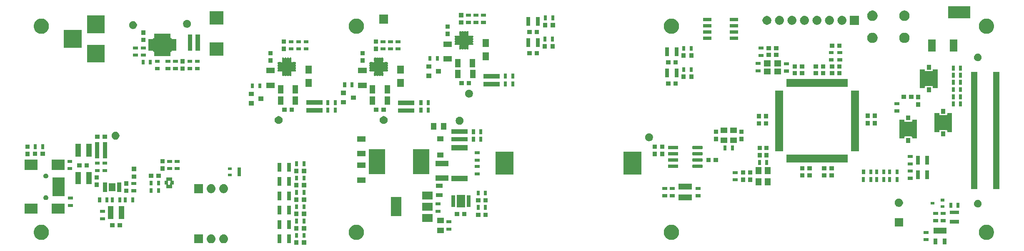
<source format=gts>
G04 #@! TF.GenerationSoftware,KiCad,Pcbnew,(5.1.4)-1*
G04 #@! TF.CreationDate,2020-10-18T13:54:02-05:00*
G04 #@! TF.ProjectId,VFD_Clock,5646445f-436c-46f6-936b-2e6b69636164,rev?*
G04 #@! TF.SameCoordinates,Original*
G04 #@! TF.FileFunction,Soldermask,Top*
G04 #@! TF.FilePolarity,Negative*
%FSLAX46Y46*%
G04 Gerber Fmt 4.6, Leading zero omitted, Abs format (unit mm)*
G04 Created by KiCad (PCBNEW (5.1.4)-1) date 2020-10-18 13:54:02*
%MOMM*%
%LPD*%
G04 APERTURE LIST*
%ADD10C,0.100000*%
G04 APERTURE END LIST*
D10*
G36*
X92183000Y-114815000D02*
G01*
X91281000Y-114815000D01*
X91281000Y-113913000D01*
X92183000Y-113913000D01*
X92183000Y-114815000D01*
X92183000Y-114815000D01*
G37*
G36*
X90583000Y-114815000D02*
G01*
X89681000Y-114815000D01*
X89681000Y-113913000D01*
X90583000Y-113913000D01*
X90583000Y-114815000D01*
X90583000Y-114815000D01*
G37*
G36*
X222242000Y-114711000D02*
G01*
X221490000Y-114711000D01*
X221490000Y-113549000D01*
X222242000Y-113549000D01*
X222242000Y-114711000D01*
X222242000Y-114711000D01*
G37*
G36*
X220342000Y-114711000D02*
G01*
X219590000Y-114711000D01*
X219590000Y-113549000D01*
X220342000Y-113549000D01*
X220342000Y-114711000D01*
X220342000Y-114711000D01*
G37*
G36*
X71195500Y-114503000D02*
G01*
X69393500Y-114503000D01*
X69393500Y-112701000D01*
X71195500Y-112701000D01*
X71195500Y-114503000D01*
X71195500Y-114503000D01*
G37*
G36*
X87119500Y-114503000D02*
G01*
X86367500Y-114503000D01*
X86367500Y-112701000D01*
X87119500Y-112701000D01*
X87119500Y-114503000D01*
X87119500Y-114503000D01*
G37*
G36*
X89019500Y-114503000D02*
G01*
X88267500Y-114503000D01*
X88267500Y-112701000D01*
X89019500Y-112701000D01*
X89019500Y-114503000D01*
X89019500Y-114503000D01*
G37*
G36*
X75484942Y-112707518D02*
G01*
X75551127Y-112714037D01*
X75720966Y-112765557D01*
X75877491Y-112849222D01*
X75913229Y-112878552D01*
X76014686Y-112961814D01*
X76097948Y-113063271D01*
X76127278Y-113099009D01*
X76210943Y-113255534D01*
X76262463Y-113425373D01*
X76279859Y-113602000D01*
X76262463Y-113778627D01*
X76210943Y-113948466D01*
X76127278Y-114104991D01*
X76097948Y-114140729D01*
X76014686Y-114242186D01*
X75913229Y-114325448D01*
X75877491Y-114354778D01*
X75720966Y-114438443D01*
X75551127Y-114489963D01*
X75484942Y-114496482D01*
X75418760Y-114503000D01*
X75330240Y-114503000D01*
X75264058Y-114496482D01*
X75197873Y-114489963D01*
X75028034Y-114438443D01*
X74871509Y-114354778D01*
X74835771Y-114325448D01*
X74734314Y-114242186D01*
X74651052Y-114140729D01*
X74621722Y-114104991D01*
X74538057Y-113948466D01*
X74486537Y-113778627D01*
X74469141Y-113602000D01*
X74486537Y-113425373D01*
X74538057Y-113255534D01*
X74621722Y-113099009D01*
X74651052Y-113063271D01*
X74734314Y-112961814D01*
X74835771Y-112878552D01*
X74871509Y-112849222D01*
X75028034Y-112765557D01*
X75197873Y-112714037D01*
X75264058Y-112707518D01*
X75330240Y-112701000D01*
X75418760Y-112701000D01*
X75484942Y-112707518D01*
X75484942Y-112707518D01*
G37*
G36*
X72944942Y-112707518D02*
G01*
X73011127Y-112714037D01*
X73180966Y-112765557D01*
X73337491Y-112849222D01*
X73373229Y-112878552D01*
X73474686Y-112961814D01*
X73557948Y-113063271D01*
X73587278Y-113099009D01*
X73670943Y-113255534D01*
X73722463Y-113425373D01*
X73739859Y-113602000D01*
X73722463Y-113778627D01*
X73670943Y-113948466D01*
X73587278Y-114104991D01*
X73557948Y-114140729D01*
X73474686Y-114242186D01*
X73373229Y-114325448D01*
X73337491Y-114354778D01*
X73180966Y-114438443D01*
X73011127Y-114489963D01*
X72944942Y-114496482D01*
X72878760Y-114503000D01*
X72790240Y-114503000D01*
X72724058Y-114496482D01*
X72657873Y-114489963D01*
X72488034Y-114438443D01*
X72331509Y-114354778D01*
X72295771Y-114325448D01*
X72194314Y-114242186D01*
X72111052Y-114140729D01*
X72081722Y-114104991D01*
X71998057Y-113948466D01*
X71946537Y-113778627D01*
X71929141Y-113602000D01*
X71946537Y-113425373D01*
X71998057Y-113255534D01*
X72081722Y-113099009D01*
X72111052Y-113063271D01*
X72194314Y-112961814D01*
X72295771Y-112878552D01*
X72331509Y-112849222D01*
X72488034Y-112765557D01*
X72657873Y-112714037D01*
X72724058Y-112707518D01*
X72790240Y-112701000D01*
X72878760Y-112701000D01*
X72944942Y-112707518D01*
X72944942Y-112707518D01*
G37*
G36*
X218560000Y-114081000D02*
G01*
X217558000Y-114081000D01*
X217558000Y-113479000D01*
X218560000Y-113479000D01*
X218560000Y-114081000D01*
X218560000Y-114081000D01*
G37*
G36*
X38643385Y-110759802D02*
G01*
X38793210Y-110789604D01*
X39075474Y-110906521D01*
X39329505Y-111076259D01*
X39545541Y-111292295D01*
X39715279Y-111546326D01*
X39832196Y-111828590D01*
X39891800Y-112128240D01*
X39891800Y-112433760D01*
X39832196Y-112733410D01*
X39715279Y-113015674D01*
X39545541Y-113269705D01*
X39329505Y-113485741D01*
X39075474Y-113655479D01*
X38793210Y-113772396D01*
X38643385Y-113802198D01*
X38493561Y-113832000D01*
X38188039Y-113832000D01*
X38038215Y-113802198D01*
X37888390Y-113772396D01*
X37606126Y-113655479D01*
X37352095Y-113485741D01*
X37136059Y-113269705D01*
X36966321Y-113015674D01*
X36849404Y-112733410D01*
X36789800Y-112433760D01*
X36789800Y-112128240D01*
X36849404Y-111828590D01*
X36966321Y-111546326D01*
X37136059Y-111292295D01*
X37352095Y-111076259D01*
X37606126Y-110906521D01*
X37888390Y-110789604D01*
X38038215Y-110759802D01*
X38188039Y-110730000D01*
X38493561Y-110730000D01*
X38643385Y-110759802D01*
X38643385Y-110759802D01*
G37*
G36*
X102643585Y-110759802D02*
G01*
X102793410Y-110789604D01*
X103075674Y-110906521D01*
X103329705Y-111076259D01*
X103545741Y-111292295D01*
X103715479Y-111546326D01*
X103832396Y-111828590D01*
X103892000Y-112128240D01*
X103892000Y-112433760D01*
X103832396Y-112733410D01*
X103715479Y-113015674D01*
X103545741Y-113269705D01*
X103329705Y-113485741D01*
X103075674Y-113655479D01*
X102793410Y-113772396D01*
X102643585Y-113802198D01*
X102493761Y-113832000D01*
X102188239Y-113832000D01*
X102038415Y-113802198D01*
X101888590Y-113772396D01*
X101606326Y-113655479D01*
X101352295Y-113485741D01*
X101136259Y-113269705D01*
X100966521Y-113015674D01*
X100849604Y-112733410D01*
X100790000Y-112433760D01*
X100790000Y-112128240D01*
X100849604Y-111828590D01*
X100966521Y-111546326D01*
X101136259Y-111292295D01*
X101352295Y-111076259D01*
X101606326Y-110906521D01*
X101888590Y-110789604D01*
X102038415Y-110759802D01*
X102188239Y-110730000D01*
X102493761Y-110730000D01*
X102643585Y-110759802D01*
X102643585Y-110759802D01*
G37*
G36*
X166643585Y-110759802D02*
G01*
X166793410Y-110789604D01*
X167075674Y-110906521D01*
X167329705Y-111076259D01*
X167545741Y-111292295D01*
X167715479Y-111546326D01*
X167832396Y-111828590D01*
X167892000Y-112128240D01*
X167892000Y-112433760D01*
X167832396Y-112733410D01*
X167715479Y-113015674D01*
X167545741Y-113269705D01*
X167329705Y-113485741D01*
X167075674Y-113655479D01*
X166793410Y-113772396D01*
X166643585Y-113802198D01*
X166493761Y-113832000D01*
X166188239Y-113832000D01*
X166038415Y-113802198D01*
X165888590Y-113772396D01*
X165606326Y-113655479D01*
X165352295Y-113485741D01*
X165136259Y-113269705D01*
X164966521Y-113015674D01*
X164849604Y-112733410D01*
X164790000Y-112433760D01*
X164790000Y-112128240D01*
X164849604Y-111828590D01*
X164966521Y-111546326D01*
X165136259Y-111292295D01*
X165352295Y-111076259D01*
X165606326Y-110906521D01*
X165888590Y-110789604D01*
X166038415Y-110759802D01*
X166188239Y-110730000D01*
X166493761Y-110730000D01*
X166643585Y-110759802D01*
X166643585Y-110759802D01*
G37*
G36*
X230643585Y-110759802D02*
G01*
X230793410Y-110789604D01*
X231075674Y-110906521D01*
X231329705Y-111076259D01*
X231545741Y-111292295D01*
X231715479Y-111546326D01*
X231832396Y-111828590D01*
X231892000Y-112128240D01*
X231892000Y-112433760D01*
X231832396Y-112733410D01*
X231715479Y-113015674D01*
X231545741Y-113269705D01*
X231329705Y-113485741D01*
X231075674Y-113655479D01*
X230793410Y-113772396D01*
X230643585Y-113802198D01*
X230493761Y-113832000D01*
X230188239Y-113832000D01*
X230038415Y-113802198D01*
X229888590Y-113772396D01*
X229606326Y-113655479D01*
X229352295Y-113485741D01*
X229136259Y-113269705D01*
X228966521Y-113015674D01*
X228849604Y-112733410D01*
X228790000Y-112433760D01*
X228790000Y-112128240D01*
X228849604Y-111828590D01*
X228966521Y-111546326D01*
X229136259Y-111292295D01*
X229352295Y-111076259D01*
X229606326Y-110906521D01*
X229888590Y-110789604D01*
X230038415Y-110759802D01*
X230188239Y-110730000D01*
X230493761Y-110730000D01*
X230643585Y-110759802D01*
X230643585Y-110759802D01*
G37*
G36*
X90483000Y-113404000D02*
G01*
X89881000Y-113404000D01*
X89881000Y-112402000D01*
X90483000Y-112402000D01*
X90483000Y-113404000D01*
X90483000Y-113404000D01*
G37*
G36*
X91983000Y-113404000D02*
G01*
X91381000Y-113404000D01*
X91381000Y-112402000D01*
X91983000Y-112402000D01*
X91983000Y-113404000D01*
X91983000Y-113404000D01*
G37*
G36*
X218560000Y-112581000D02*
G01*
X217558000Y-112581000D01*
X217558000Y-111979000D01*
X218560000Y-111979000D01*
X218560000Y-112581000D01*
X218560000Y-112581000D01*
G37*
G36*
X222242000Y-112511000D02*
G01*
X219590000Y-112511000D01*
X219590000Y-111349000D01*
X222242000Y-111349000D01*
X222242000Y-112511000D01*
X222242000Y-112511000D01*
G37*
G36*
X120120000Y-112422000D02*
G01*
X118768000Y-112422000D01*
X118768000Y-111320000D01*
X120120000Y-111320000D01*
X120120000Y-112422000D01*
X120120000Y-112422000D01*
G37*
G36*
X121659000Y-111922000D02*
G01*
X120657000Y-111922000D01*
X120657000Y-111320000D01*
X121659000Y-111320000D01*
X121659000Y-111922000D01*
X121659000Y-111922000D01*
G37*
G36*
X92183000Y-111893000D02*
G01*
X91281000Y-111893000D01*
X91281000Y-110991000D01*
X92183000Y-110991000D01*
X92183000Y-111893000D01*
X92183000Y-111893000D01*
G37*
G36*
X90583000Y-111893000D02*
G01*
X89681000Y-111893000D01*
X89681000Y-110991000D01*
X90583000Y-110991000D01*
X90583000Y-111893000D01*
X90583000Y-111893000D01*
G37*
G36*
X87119500Y-111581000D02*
G01*
X86367500Y-111581000D01*
X86367500Y-109779000D01*
X87119500Y-109779000D01*
X87119500Y-111581000D01*
X87119500Y-111581000D01*
G37*
G36*
X89019500Y-111581000D02*
G01*
X88267500Y-111581000D01*
X88267500Y-109779000D01*
X89019500Y-109779000D01*
X89019500Y-111581000D01*
X89019500Y-111581000D01*
G37*
G36*
X53231500Y-111297000D02*
G01*
X52329500Y-111297000D01*
X52329500Y-110445000D01*
X53231500Y-110445000D01*
X53231500Y-111297000D01*
X53231500Y-111297000D01*
G37*
G36*
X54731500Y-111297000D02*
G01*
X53829500Y-111297000D01*
X53829500Y-110445000D01*
X54731500Y-110445000D01*
X54731500Y-111297000D01*
X54731500Y-111297000D01*
G37*
G36*
X213385000Y-111087000D02*
G01*
X211683000Y-111087000D01*
X211683000Y-109385000D01*
X213385000Y-109385000D01*
X213385000Y-111087000D01*
X213385000Y-111087000D01*
G37*
G36*
X91983000Y-110483000D02*
G01*
X91381000Y-110483000D01*
X91381000Y-109481000D01*
X91983000Y-109481000D01*
X91983000Y-110483000D01*
X91983000Y-110483000D01*
G37*
G36*
X90483000Y-110483000D02*
G01*
X89881000Y-110483000D01*
X89881000Y-109481000D01*
X90483000Y-109481000D01*
X90483000Y-110483000D01*
X90483000Y-110483000D01*
G37*
G36*
X224739000Y-110482000D02*
G01*
X222937000Y-110482000D01*
X222937000Y-109730000D01*
X224739000Y-109730000D01*
X224739000Y-110482000D01*
X224739000Y-110482000D01*
G37*
G36*
X121659000Y-110422000D02*
G01*
X120657000Y-110422000D01*
X120657000Y-109820000D01*
X121659000Y-109820000D01*
X121659000Y-110422000D01*
X121659000Y-110422000D01*
G37*
G36*
X120120000Y-110422000D02*
G01*
X118768000Y-110422000D01*
X118768000Y-109320000D01*
X120120000Y-109320000D01*
X120120000Y-110422000D01*
X120120000Y-110422000D01*
G37*
G36*
X222053000Y-110207000D02*
G01*
X221051000Y-110207000D01*
X221051000Y-109605000D01*
X222053000Y-109605000D01*
X222053000Y-110207000D01*
X222053000Y-110207000D01*
G37*
G36*
X220529000Y-110207000D02*
G01*
X219527000Y-110207000D01*
X219527000Y-109605000D01*
X220529000Y-109605000D01*
X220529000Y-110207000D01*
X220529000Y-110207000D01*
G37*
G36*
X117803000Y-110162000D02*
G01*
X115701000Y-110162000D01*
X115701000Y-108560000D01*
X117803000Y-108560000D01*
X117803000Y-110162000D01*
X117803000Y-110162000D01*
G37*
G36*
X51301000Y-109827000D02*
G01*
X50299000Y-109827000D01*
X50299000Y-109225000D01*
X51301000Y-109225000D01*
X51301000Y-109827000D01*
X51301000Y-109827000D01*
G37*
G36*
X53011500Y-109594000D02*
G01*
X51849500Y-109594000D01*
X51849500Y-106942000D01*
X53011500Y-106942000D01*
X53011500Y-109594000D01*
X53011500Y-109594000D01*
G37*
G36*
X55211500Y-109594000D02*
G01*
X54049500Y-109594000D01*
X54049500Y-106942000D01*
X55211500Y-106942000D01*
X55211500Y-109594000D01*
X55211500Y-109594000D01*
G37*
G36*
X129027000Y-109138000D02*
G01*
X128125000Y-109138000D01*
X128125000Y-108286000D01*
X129027000Y-108286000D01*
X129027000Y-109138000D01*
X129027000Y-109138000D01*
G37*
G36*
X127527000Y-109138000D02*
G01*
X126625000Y-109138000D01*
X126625000Y-108286000D01*
X127527000Y-108286000D01*
X127527000Y-109138000D01*
X127527000Y-109138000D01*
G37*
G36*
X111503000Y-109012000D02*
G01*
X109401000Y-109012000D01*
X109401000Y-105110000D01*
X111503000Y-105110000D01*
X111503000Y-109012000D01*
X111503000Y-109012000D01*
G37*
G36*
X123209000Y-109011000D02*
G01*
X122307000Y-109011000D01*
X122307000Y-108159000D01*
X123209000Y-108159000D01*
X123209000Y-109011000D01*
X123209000Y-109011000D01*
G37*
G36*
X124709000Y-109011000D02*
G01*
X123807000Y-109011000D01*
X123807000Y-108159000D01*
X124709000Y-108159000D01*
X124709000Y-109011000D01*
X124709000Y-109011000D01*
G37*
G36*
X90583000Y-108973000D02*
G01*
X89681000Y-108973000D01*
X89681000Y-108071000D01*
X90583000Y-108071000D01*
X90583000Y-108973000D01*
X90583000Y-108973000D01*
G37*
G36*
X92183000Y-108973000D02*
G01*
X91281000Y-108973000D01*
X91281000Y-108071000D01*
X92183000Y-108071000D01*
X92183000Y-108973000D01*
X92183000Y-108973000D01*
G37*
G36*
X222053000Y-108707000D02*
G01*
X221051000Y-108707000D01*
X221051000Y-108105000D01*
X222053000Y-108105000D01*
X222053000Y-108707000D01*
X222053000Y-108707000D01*
G37*
G36*
X220529000Y-108707000D02*
G01*
X219527000Y-108707000D01*
X219527000Y-108105000D01*
X220529000Y-108105000D01*
X220529000Y-108707000D01*
X220529000Y-108707000D01*
G37*
G36*
X87119500Y-108661000D02*
G01*
X86367500Y-108661000D01*
X86367500Y-106859000D01*
X87119500Y-106859000D01*
X87119500Y-108661000D01*
X87119500Y-108661000D01*
G37*
G36*
X89019500Y-108661000D02*
G01*
X88267500Y-108661000D01*
X88267500Y-106859000D01*
X89019500Y-106859000D01*
X89019500Y-108661000D01*
X89019500Y-108661000D01*
G37*
G36*
X224739000Y-108582000D02*
G01*
X222937000Y-108582000D01*
X222937000Y-107830000D01*
X224739000Y-107830000D01*
X224739000Y-108582000D01*
X224739000Y-108582000D01*
G37*
G36*
X43051500Y-108498000D02*
G01*
X40449500Y-108498000D01*
X40449500Y-106396000D01*
X43051500Y-106396000D01*
X43051500Y-108498000D01*
X43051500Y-108498000D01*
G37*
G36*
X37551500Y-108498000D02*
G01*
X34949500Y-108498000D01*
X34949500Y-106396000D01*
X37551500Y-106396000D01*
X37551500Y-108498000D01*
X37551500Y-108498000D01*
G37*
G36*
X51301000Y-108327000D02*
G01*
X50299000Y-108327000D01*
X50299000Y-107725000D01*
X51301000Y-107725000D01*
X51301000Y-108327000D01*
X51301000Y-108327000D01*
G37*
G36*
X119437000Y-108303000D02*
G01*
X118435000Y-108303000D01*
X118435000Y-107701000D01*
X119437000Y-107701000D01*
X119437000Y-108303000D01*
X119437000Y-108303000D01*
G37*
G36*
X117803000Y-107862000D02*
G01*
X115701000Y-107862000D01*
X115701000Y-106260000D01*
X117803000Y-106260000D01*
X117803000Y-107862000D01*
X117803000Y-107862000D01*
G37*
G36*
X128877000Y-107689000D02*
G01*
X128275000Y-107689000D01*
X128275000Y-106687000D01*
X128877000Y-106687000D01*
X128877000Y-107689000D01*
X128877000Y-107689000D01*
G37*
G36*
X127377000Y-107689000D02*
G01*
X126775000Y-107689000D01*
X126775000Y-106687000D01*
X127377000Y-106687000D01*
X127377000Y-107689000D01*
X127377000Y-107689000D01*
G37*
G36*
X91983000Y-107562000D02*
G01*
X91381000Y-107562000D01*
X91381000Y-106560000D01*
X91983000Y-106560000D01*
X91983000Y-107562000D01*
X91983000Y-107562000D01*
G37*
G36*
X90483000Y-107562000D02*
G01*
X89881000Y-107562000D01*
X89881000Y-106560000D01*
X90483000Y-106560000D01*
X90483000Y-107562000D01*
X90483000Y-107562000D01*
G37*
G36*
X221809000Y-107288000D02*
G01*
X221007000Y-107288000D01*
X221007000Y-106736000D01*
X221809000Y-106736000D01*
X221809000Y-107288000D01*
X221809000Y-107288000D01*
G37*
G36*
X223389000Y-107245000D02*
G01*
X222787000Y-107245000D01*
X222787000Y-106243000D01*
X223389000Y-106243000D01*
X223389000Y-107245000D01*
X223389000Y-107245000D01*
G37*
G36*
X224889000Y-107245000D02*
G01*
X224287000Y-107245000D01*
X224287000Y-106243000D01*
X224889000Y-106243000D01*
X224889000Y-107245000D01*
X224889000Y-107245000D01*
G37*
G36*
X124397000Y-107209000D02*
G01*
X122745000Y-107209000D01*
X122745000Y-104627000D01*
X124397000Y-104627000D01*
X124397000Y-107209000D01*
X124397000Y-107209000D01*
G37*
G36*
X228825348Y-105681270D02*
G01*
X228825350Y-105681271D01*
X228825351Y-105681271D01*
X228966574Y-105739767D01*
X228966577Y-105739769D01*
X229093669Y-105824689D01*
X229201761Y-105932781D01*
X229238657Y-105988000D01*
X229286683Y-106059876D01*
X229324918Y-106152185D01*
X229345180Y-106201102D01*
X229375000Y-106351019D01*
X229375000Y-106503881D01*
X229348104Y-106639100D01*
X229345179Y-106653801D01*
X229286683Y-106795024D01*
X229286681Y-106795027D01*
X229201761Y-106922119D01*
X229093669Y-107030211D01*
X228966577Y-107115131D01*
X228966574Y-107115133D01*
X228825351Y-107173629D01*
X228825350Y-107173629D01*
X228825348Y-107173630D01*
X228675431Y-107203450D01*
X228522569Y-107203450D01*
X228372652Y-107173630D01*
X228372650Y-107173629D01*
X228372649Y-107173629D01*
X228231426Y-107115133D01*
X228231423Y-107115131D01*
X228104331Y-107030211D01*
X227996239Y-106922119D01*
X227911319Y-106795027D01*
X227911317Y-106795024D01*
X227852821Y-106653801D01*
X227849897Y-106639100D01*
X227823000Y-106503881D01*
X227823000Y-106351019D01*
X227852820Y-106201102D01*
X227873082Y-106152185D01*
X227911317Y-106059876D01*
X227959343Y-105988000D01*
X227996239Y-105932781D01*
X228104331Y-105824689D01*
X228231423Y-105739769D01*
X228231426Y-105739767D01*
X228372649Y-105681271D01*
X228372650Y-105681271D01*
X228372652Y-105681270D01*
X228522569Y-105651450D01*
X228675431Y-105651450D01*
X228825348Y-105681270D01*
X228825348Y-105681270D01*
G37*
G36*
X122397000Y-107119000D02*
G01*
X121645000Y-107119000D01*
X121645000Y-104717000D01*
X122397000Y-104717000D01*
X122397000Y-107119000D01*
X122397000Y-107119000D01*
G37*
G36*
X125497000Y-107119000D02*
G01*
X124745000Y-107119000D01*
X124745000Y-104717000D01*
X125497000Y-104717000D01*
X125497000Y-107119000D01*
X125497000Y-107119000D01*
G37*
G36*
X44760500Y-107096000D02*
G01*
X43758500Y-107096000D01*
X43758500Y-106494000D01*
X44760500Y-106494000D01*
X44760500Y-107096000D01*
X44760500Y-107096000D01*
G37*
G36*
X212782228Y-105417703D02*
G01*
X212937100Y-105481853D01*
X213076481Y-105574985D01*
X213195015Y-105693519D01*
X213288147Y-105832900D01*
X213352297Y-105987772D01*
X213385000Y-106152184D01*
X213385000Y-106319816D01*
X213352297Y-106484228D01*
X213288147Y-106639100D01*
X213195015Y-106778481D01*
X213076481Y-106897015D01*
X212937100Y-106990147D01*
X212782228Y-107054297D01*
X212617816Y-107087000D01*
X212450184Y-107087000D01*
X212285772Y-107054297D01*
X212130900Y-106990147D01*
X211991519Y-106897015D01*
X211872985Y-106778481D01*
X211779853Y-106639100D01*
X211715703Y-106484228D01*
X211683000Y-106319816D01*
X211683000Y-106152184D01*
X211715703Y-105987772D01*
X211779853Y-105832900D01*
X211872985Y-105693519D01*
X211991519Y-105574985D01*
X212130900Y-105481853D01*
X212285772Y-105417703D01*
X212450184Y-105385000D01*
X212617816Y-105385000D01*
X212782228Y-105417703D01*
X212782228Y-105417703D01*
G37*
G36*
X119437000Y-106803000D02*
G01*
X118435000Y-106803000D01*
X118435000Y-106201000D01*
X119437000Y-106201000D01*
X119437000Y-106803000D01*
X119437000Y-106803000D01*
G37*
G36*
X219809000Y-106638000D02*
G01*
X219007000Y-106638000D01*
X219007000Y-106086000D01*
X219809000Y-106086000D01*
X219809000Y-106638000D01*
X219809000Y-106638000D01*
G37*
G36*
X50478000Y-106165000D02*
G01*
X49876000Y-106165000D01*
X49876000Y-105163000D01*
X50478000Y-105163000D01*
X50478000Y-106165000D01*
X50478000Y-106165000D01*
G37*
G36*
X55685000Y-106165000D02*
G01*
X55083000Y-106165000D01*
X55083000Y-105163000D01*
X55685000Y-105163000D01*
X55685000Y-106165000D01*
X55685000Y-106165000D01*
G37*
G36*
X51978000Y-106165000D02*
G01*
X51376000Y-106165000D01*
X51376000Y-105163000D01*
X51978000Y-105163000D01*
X51978000Y-106165000D01*
X51978000Y-106165000D01*
G37*
G36*
X54581500Y-106165000D02*
G01*
X53979500Y-106165000D01*
X53979500Y-105163000D01*
X54581500Y-105163000D01*
X54581500Y-106165000D01*
X54581500Y-106165000D01*
G37*
G36*
X53081500Y-106165000D02*
G01*
X52479500Y-106165000D01*
X52479500Y-105163000D01*
X53081500Y-105163000D01*
X53081500Y-106165000D01*
X53081500Y-106165000D01*
G37*
G36*
X57185000Y-106165000D02*
G01*
X56583000Y-106165000D01*
X56583000Y-105163000D01*
X57185000Y-105163000D01*
X57185000Y-106165000D01*
X57185000Y-106165000D01*
G37*
G36*
X127527000Y-106154000D02*
G01*
X126625000Y-106154000D01*
X126625000Y-105302000D01*
X127527000Y-105302000D01*
X127527000Y-106154000D01*
X127527000Y-106154000D01*
G37*
G36*
X129027000Y-106154000D02*
G01*
X128125000Y-106154000D01*
X128125000Y-105302000D01*
X129027000Y-105302000D01*
X129027000Y-106154000D01*
X129027000Y-106154000D01*
G37*
G36*
X90583000Y-106051000D02*
G01*
X89681000Y-106051000D01*
X89681000Y-105149000D01*
X90583000Y-105149000D01*
X90583000Y-106051000D01*
X90583000Y-106051000D01*
G37*
G36*
X92183000Y-106051000D02*
G01*
X91281000Y-106051000D01*
X91281000Y-105149000D01*
X92183000Y-105149000D01*
X92183000Y-106051000D01*
X92183000Y-106051000D01*
G37*
G36*
X221809000Y-105988000D02*
G01*
X221007000Y-105988000D01*
X221007000Y-105436000D01*
X221809000Y-105436000D01*
X221809000Y-105988000D01*
X221809000Y-105988000D01*
G37*
G36*
X170472000Y-105745000D02*
G01*
X167820000Y-105745000D01*
X167820000Y-104583000D01*
X170472000Y-104583000D01*
X170472000Y-105745000D01*
X170472000Y-105745000D01*
G37*
G36*
X87119500Y-105739000D02*
G01*
X86367500Y-105739000D01*
X86367500Y-103937000D01*
X87119500Y-103937000D01*
X87119500Y-105739000D01*
X87119500Y-105739000D01*
G37*
G36*
X89019500Y-105739000D02*
G01*
X88267500Y-105739000D01*
X88267500Y-103937000D01*
X89019500Y-103937000D01*
X89019500Y-105739000D01*
X89019500Y-105739000D01*
G37*
G36*
X39348240Y-104705626D02*
G01*
X39396636Y-104715253D01*
X39434402Y-104730896D01*
X39487811Y-104753019D01*
X39528562Y-104780248D01*
X39569869Y-104807848D01*
X39639652Y-104877631D01*
X39639653Y-104877633D01*
X39694481Y-104959689D01*
X39732247Y-105050865D01*
X39751500Y-105147655D01*
X39751500Y-105246345D01*
X39732247Y-105343135D01*
X39694481Y-105434311D01*
X39694480Y-105434312D01*
X39639652Y-105516369D01*
X39569869Y-105586152D01*
X39555130Y-105596000D01*
X39487811Y-105640981D01*
X39462536Y-105651450D01*
X39396636Y-105678747D01*
X39348240Y-105688374D01*
X39299845Y-105698000D01*
X39201155Y-105698000D01*
X39152760Y-105688374D01*
X39104364Y-105678747D01*
X39038464Y-105651450D01*
X39013189Y-105640981D01*
X38945870Y-105596000D01*
X38931131Y-105586152D01*
X38861348Y-105516369D01*
X38806520Y-105434312D01*
X38806519Y-105434311D01*
X38768753Y-105343135D01*
X38749500Y-105246345D01*
X38749500Y-105147655D01*
X38768753Y-105050865D01*
X38806519Y-104959689D01*
X38861347Y-104877633D01*
X38861348Y-104877631D01*
X38931131Y-104807848D01*
X38972438Y-104780248D01*
X39013189Y-104753019D01*
X39066598Y-104730896D01*
X39104364Y-104715253D01*
X39152760Y-104705626D01*
X39201155Y-104696000D01*
X39299845Y-104696000D01*
X39348240Y-104705626D01*
X39348240Y-104705626D01*
G37*
G36*
X44760500Y-105596000D02*
G01*
X43758500Y-105596000D01*
X43758500Y-104994000D01*
X44760500Y-104994000D01*
X44760500Y-105596000D01*
X44760500Y-105596000D01*
G37*
G36*
X117803000Y-105562000D02*
G01*
X115701000Y-105562000D01*
X115701000Y-103960000D01*
X117803000Y-103960000D01*
X117803000Y-105562000D01*
X117803000Y-105562000D01*
G37*
G36*
X166998000Y-105127000D02*
G01*
X165996000Y-105127000D01*
X165996000Y-104525000D01*
X166998000Y-104525000D01*
X166998000Y-105127000D01*
X166998000Y-105127000D01*
G37*
G36*
X165474000Y-105127000D02*
G01*
X164472000Y-105127000D01*
X164472000Y-104525000D01*
X165474000Y-104525000D01*
X165474000Y-105127000D01*
X165474000Y-105127000D01*
G37*
G36*
X172269000Y-105127000D02*
G01*
X171267000Y-105127000D01*
X171267000Y-104525000D01*
X172269000Y-104525000D01*
X172269000Y-105127000D01*
X172269000Y-105127000D01*
G37*
G36*
X119891000Y-105110000D02*
G01*
X118489000Y-105110000D01*
X118489000Y-104308000D01*
X119891000Y-104308000D01*
X119891000Y-105110000D01*
X119891000Y-105110000D01*
G37*
G36*
X43051500Y-104898000D02*
G01*
X40649500Y-104898000D01*
X40649500Y-101096000D01*
X43051500Y-101096000D01*
X43051500Y-104898000D01*
X43051500Y-104898000D01*
G37*
G36*
X128877000Y-104768000D02*
G01*
X128275000Y-104768000D01*
X128275000Y-103766000D01*
X128877000Y-103766000D01*
X128877000Y-104768000D01*
X128877000Y-104768000D01*
G37*
G36*
X127377000Y-104768000D02*
G01*
X126775000Y-104768000D01*
X126775000Y-103766000D01*
X127377000Y-103766000D01*
X127377000Y-104768000D01*
X127377000Y-104768000D01*
G37*
G36*
X91983000Y-104641000D02*
G01*
X91381000Y-104641000D01*
X91381000Y-103639000D01*
X91983000Y-103639000D01*
X91983000Y-104641000D01*
X91983000Y-104641000D01*
G37*
G36*
X90483000Y-104641000D02*
G01*
X89881000Y-104641000D01*
X89881000Y-103639000D01*
X90483000Y-103639000D01*
X90483000Y-104641000D01*
X90483000Y-104641000D01*
G37*
G36*
X71195500Y-104279000D02*
G01*
X69393500Y-104279000D01*
X69393500Y-102477000D01*
X71195500Y-102477000D01*
X71195500Y-104279000D01*
X71195500Y-104279000D01*
G37*
G36*
X75479688Y-102483001D02*
G01*
X75551127Y-102490037D01*
X75720966Y-102541557D01*
X75720968Y-102541558D01*
X75741340Y-102552447D01*
X75877491Y-102625222D01*
X75913229Y-102654552D01*
X76014686Y-102737814D01*
X76097948Y-102839271D01*
X76127278Y-102875009D01*
X76127279Y-102875011D01*
X76207451Y-103025000D01*
X76210943Y-103031534D01*
X76262463Y-103201373D01*
X76279859Y-103378000D01*
X76262463Y-103554627D01*
X76210943Y-103724466D01*
X76127278Y-103880991D01*
X76097948Y-103916729D01*
X76014686Y-104018186D01*
X75917431Y-104098000D01*
X75877491Y-104130778D01*
X75720966Y-104214443D01*
X75551127Y-104265963D01*
X75484942Y-104272482D01*
X75418760Y-104279000D01*
X75330240Y-104279000D01*
X75264058Y-104272482D01*
X75197873Y-104265963D01*
X75028034Y-104214443D01*
X74871509Y-104130778D01*
X74831569Y-104098000D01*
X74734314Y-104018186D01*
X74651052Y-103916729D01*
X74621722Y-103880991D01*
X74538057Y-103724466D01*
X74486537Y-103554627D01*
X74469141Y-103378000D01*
X74486537Y-103201373D01*
X74538057Y-103031534D01*
X74541550Y-103025000D01*
X74621721Y-102875011D01*
X74621722Y-102875009D01*
X74651052Y-102839271D01*
X74734314Y-102737814D01*
X74835771Y-102654552D01*
X74871509Y-102625222D01*
X75007660Y-102552447D01*
X75028032Y-102541558D01*
X75028034Y-102541557D01*
X75197873Y-102490037D01*
X75269312Y-102483001D01*
X75330240Y-102477000D01*
X75418760Y-102477000D01*
X75479688Y-102483001D01*
X75479688Y-102483001D01*
G37*
G36*
X72939688Y-102483001D02*
G01*
X73011127Y-102490037D01*
X73180966Y-102541557D01*
X73180968Y-102541558D01*
X73201340Y-102552447D01*
X73337491Y-102625222D01*
X73373229Y-102654552D01*
X73474686Y-102737814D01*
X73557948Y-102839271D01*
X73587278Y-102875009D01*
X73587279Y-102875011D01*
X73667451Y-103025000D01*
X73670943Y-103031534D01*
X73722463Y-103201373D01*
X73739859Y-103378000D01*
X73722463Y-103554627D01*
X73670943Y-103724466D01*
X73587278Y-103880991D01*
X73557948Y-103916729D01*
X73474686Y-104018186D01*
X73377431Y-104098000D01*
X73337491Y-104130778D01*
X73180966Y-104214443D01*
X73011127Y-104265963D01*
X72944942Y-104272482D01*
X72878760Y-104279000D01*
X72790240Y-104279000D01*
X72724058Y-104272482D01*
X72657873Y-104265963D01*
X72488034Y-104214443D01*
X72331509Y-104130778D01*
X72291569Y-104098000D01*
X72194314Y-104018186D01*
X72111052Y-103916729D01*
X72081722Y-103880991D01*
X71998057Y-103724466D01*
X71946537Y-103554627D01*
X71929141Y-103378000D01*
X71946537Y-103201373D01*
X71998057Y-103031534D01*
X72001550Y-103025000D01*
X72081721Y-102875011D01*
X72081722Y-102875009D01*
X72111052Y-102839271D01*
X72194314Y-102737814D01*
X72295771Y-102654552D01*
X72331509Y-102625222D01*
X72467660Y-102552447D01*
X72488032Y-102541558D01*
X72488034Y-102541557D01*
X72657873Y-102490037D01*
X72729312Y-102483001D01*
X72790240Y-102477000D01*
X72878760Y-102477000D01*
X72939688Y-102483001D01*
X72939688Y-102483001D01*
G37*
G36*
X56052000Y-104261000D02*
G01*
X55200000Y-104261000D01*
X55200000Y-103359000D01*
X56052000Y-103359000D01*
X56052000Y-104261000D01*
X56052000Y-104261000D01*
G37*
G36*
X60955500Y-104260000D02*
G01*
X60353500Y-104260000D01*
X60353500Y-103258000D01*
X60955500Y-103258000D01*
X60955500Y-104260000D01*
X60955500Y-104260000D01*
G37*
G36*
X62455500Y-104260000D02*
G01*
X61853500Y-104260000D01*
X61853500Y-103258000D01*
X62455500Y-103258000D01*
X62455500Y-104260000D01*
X62455500Y-104260000D01*
G37*
G36*
X57651000Y-104111000D02*
G01*
X56649000Y-104111000D01*
X56649000Y-103509000D01*
X57651000Y-103509000D01*
X57651000Y-104111000D01*
X57651000Y-104111000D01*
G37*
G36*
X51681000Y-104029000D02*
G01*
X50829000Y-104029000D01*
X50829000Y-102127000D01*
X51681000Y-102127000D01*
X51681000Y-104029000D01*
X51681000Y-104029000D01*
G37*
G36*
X54581000Y-104029000D02*
G01*
X53729000Y-104029000D01*
X53729000Y-102127000D01*
X54581000Y-102127000D01*
X54581000Y-104029000D01*
X54581000Y-104029000D01*
G37*
G36*
X53406000Y-103879000D02*
G01*
X52004000Y-103879000D01*
X52004000Y-102277000D01*
X53406000Y-102277000D01*
X53406000Y-103879000D01*
X53406000Y-103879000D01*
G37*
G36*
X166998000Y-103627000D02*
G01*
X165996000Y-103627000D01*
X165996000Y-103025000D01*
X166998000Y-103025000D01*
X166998000Y-103627000D01*
X166998000Y-103627000D01*
G37*
G36*
X172269000Y-103627000D02*
G01*
X171267000Y-103627000D01*
X171267000Y-103025000D01*
X172269000Y-103025000D01*
X172269000Y-103627000D01*
X172269000Y-103627000D01*
G37*
G36*
X165474000Y-103627000D02*
G01*
X164472000Y-103627000D01*
X164472000Y-103025000D01*
X165474000Y-103025000D01*
X165474000Y-103627000D01*
X165474000Y-103627000D01*
G37*
G36*
X170472000Y-103545000D02*
G01*
X167820000Y-103545000D01*
X167820000Y-102383000D01*
X170472000Y-102383000D01*
X170472000Y-103545000D01*
X170472000Y-103545000D01*
G37*
G36*
X228500000Y-103432990D02*
G01*
X227198000Y-103432990D01*
X227198000Y-79627710D01*
X228500000Y-79627710D01*
X228500000Y-103432990D01*
X228500000Y-103432990D01*
G37*
G36*
X233000000Y-103432800D02*
G01*
X231698000Y-103432800D01*
X231698000Y-79627710D01*
X233000000Y-79627710D01*
X233000000Y-103432800D01*
X233000000Y-103432800D01*
G37*
G36*
X64889000Y-101683501D02*
G01*
X64891402Y-101707887D01*
X64898515Y-101731336D01*
X64910066Y-101752947D01*
X64925611Y-101771889D01*
X64944553Y-101787434D01*
X64966164Y-101798985D01*
X64989613Y-101806098D01*
X65013999Y-101808500D01*
X65226500Y-101808500D01*
X65226500Y-102535500D01*
X65013999Y-102535500D01*
X64989613Y-102537902D01*
X64966164Y-102545015D01*
X64944553Y-102556566D01*
X64925611Y-102572111D01*
X64910066Y-102591053D01*
X64898515Y-102612664D01*
X64891402Y-102636113D01*
X64889000Y-102660499D01*
X64889000Y-103273000D01*
X63762000Y-103273000D01*
X63762000Y-102660499D01*
X63759598Y-102636113D01*
X63752485Y-102612664D01*
X63740934Y-102591053D01*
X63725389Y-102572111D01*
X63706447Y-102556566D01*
X63684836Y-102545015D01*
X63661387Y-102537902D01*
X63637001Y-102535500D01*
X63424500Y-102535500D01*
X63424500Y-101860999D01*
X64089500Y-101860999D01*
X64089500Y-102483001D01*
X64091902Y-102507387D01*
X64099015Y-102530836D01*
X64110566Y-102552447D01*
X64126111Y-102571389D01*
X64145053Y-102586934D01*
X64166664Y-102598485D01*
X64190113Y-102605598D01*
X64214499Y-102608000D01*
X64336501Y-102608000D01*
X64360887Y-102605598D01*
X64384336Y-102598485D01*
X64405947Y-102586934D01*
X64424889Y-102571389D01*
X64440434Y-102552447D01*
X64451985Y-102530836D01*
X64459098Y-102507387D01*
X64461500Y-102483001D01*
X64461500Y-102205912D01*
X64484336Y-102198985D01*
X64505947Y-102187434D01*
X64524889Y-102171889D01*
X64540434Y-102152947D01*
X64551985Y-102131336D01*
X64559098Y-102107887D01*
X64561500Y-102083501D01*
X64561500Y-101860999D01*
X64559098Y-101836613D01*
X64551985Y-101813164D01*
X64540434Y-101791553D01*
X64524889Y-101772611D01*
X64505947Y-101757066D01*
X64484336Y-101745515D01*
X64460887Y-101738402D01*
X64436501Y-101736000D01*
X64214499Y-101736000D01*
X64190113Y-101738402D01*
X64166664Y-101745515D01*
X64145053Y-101757066D01*
X64126111Y-101772611D01*
X64110566Y-101791553D01*
X64099015Y-101813164D01*
X64091902Y-101836613D01*
X64089500Y-101860999D01*
X63424500Y-101860999D01*
X63424500Y-101808500D01*
X63637001Y-101808500D01*
X63661387Y-101806098D01*
X63684836Y-101798985D01*
X63706447Y-101787434D01*
X63725389Y-101771889D01*
X63740934Y-101752947D01*
X63752485Y-101731336D01*
X63759598Y-101707887D01*
X63762000Y-101683501D01*
X63762000Y-101071000D01*
X64889000Y-101071000D01*
X64889000Y-101683501D01*
X64889000Y-101683501D01*
G37*
G36*
X119891000Y-103210000D02*
G01*
X118489000Y-103210000D01*
X118489000Y-102408000D01*
X119891000Y-102408000D01*
X119891000Y-103210000D01*
X119891000Y-103210000D01*
G37*
G36*
X92183000Y-103131000D02*
G01*
X91281000Y-103131000D01*
X91281000Y-102229000D01*
X92183000Y-102229000D01*
X92183000Y-103131000D01*
X92183000Y-103131000D01*
G37*
G36*
X90583000Y-103131000D02*
G01*
X89681000Y-103131000D01*
X89681000Y-102229000D01*
X90583000Y-102229000D01*
X90583000Y-103131000D01*
X90583000Y-103131000D01*
G37*
G36*
X50019500Y-103055000D02*
G01*
X49167500Y-103055000D01*
X49167500Y-102153000D01*
X50019500Y-102153000D01*
X50019500Y-103055000D01*
X50019500Y-103055000D01*
G37*
G36*
X87119500Y-102819000D02*
G01*
X86367500Y-102819000D01*
X86367500Y-101017000D01*
X87119500Y-101017000D01*
X87119500Y-102819000D01*
X87119500Y-102819000D01*
G37*
G36*
X89019500Y-102819000D02*
G01*
X88267500Y-102819000D01*
X88267500Y-101017000D01*
X89019500Y-101017000D01*
X89019500Y-102819000D01*
X89019500Y-102819000D01*
G37*
G36*
X56052000Y-102761000D02*
G01*
X55200000Y-102761000D01*
X55200000Y-101859000D01*
X56052000Y-101859000D01*
X56052000Y-102761000D01*
X56052000Y-102761000D01*
G37*
G36*
X62455500Y-102736000D02*
G01*
X61853500Y-102736000D01*
X61853500Y-101734000D01*
X62455500Y-101734000D01*
X62455500Y-102736000D01*
X62455500Y-102736000D01*
G37*
G36*
X60955500Y-102736000D02*
G01*
X60353500Y-102736000D01*
X60353500Y-101734000D01*
X60955500Y-101734000D01*
X60955500Y-102736000D01*
X60955500Y-102736000D01*
G37*
G36*
X184615000Y-102689000D02*
G01*
X183413000Y-102689000D01*
X183413000Y-101287000D01*
X184615000Y-101287000D01*
X184615000Y-102689000D01*
X184615000Y-102689000D01*
G37*
G36*
X186515000Y-102689000D02*
G01*
X185313000Y-102689000D01*
X185313000Y-101287000D01*
X186515000Y-101287000D01*
X186515000Y-102689000D01*
X186515000Y-102689000D01*
G37*
G36*
X57651000Y-102611000D02*
G01*
X56649000Y-102611000D01*
X56649000Y-102009000D01*
X57651000Y-102009000D01*
X57651000Y-102611000D01*
X57651000Y-102611000D01*
G37*
G36*
X46407500Y-102450000D02*
G01*
X45245500Y-102450000D01*
X45245500Y-99988000D01*
X46407500Y-99988000D01*
X46407500Y-102450000D01*
X46407500Y-102450000D01*
G37*
G36*
X48607500Y-102450000D02*
G01*
X47445500Y-102450000D01*
X47445500Y-99988000D01*
X48607500Y-99988000D01*
X48607500Y-102450000D01*
X48607500Y-102450000D01*
G37*
G36*
X104165000Y-102191000D02*
G01*
X102463000Y-102191000D01*
X102463000Y-101089000D01*
X104165000Y-101089000D01*
X104165000Y-102191000D01*
X104165000Y-102191000D01*
G37*
G36*
X182734000Y-102039000D02*
G01*
X181882000Y-102039000D01*
X181882000Y-101137000D01*
X182734000Y-101137000D01*
X182734000Y-102039000D01*
X182734000Y-102039000D01*
G37*
G36*
X181338000Y-102039000D02*
G01*
X180486000Y-102039000D01*
X180486000Y-101137000D01*
X181338000Y-101137000D01*
X181338000Y-102039000D01*
X181338000Y-102039000D01*
G37*
G36*
X205655000Y-101991500D02*
G01*
X205053000Y-101991500D01*
X205053000Y-100989500D01*
X205655000Y-100989500D01*
X205655000Y-101991500D01*
X205655000Y-101991500D01*
G37*
G36*
X212483000Y-101991500D02*
G01*
X211881000Y-101991500D01*
X211881000Y-100989500D01*
X212483000Y-100989500D01*
X212483000Y-101991500D01*
X212483000Y-101991500D01*
G37*
G36*
X210983000Y-101991500D02*
G01*
X210381000Y-101991500D01*
X210381000Y-100989500D01*
X210983000Y-100989500D01*
X210983000Y-101991500D01*
X210983000Y-101991500D01*
G37*
G36*
X209810000Y-101991500D02*
G01*
X209208000Y-101991500D01*
X209208000Y-100989500D01*
X209810000Y-100989500D01*
X209810000Y-101991500D01*
X209810000Y-101991500D01*
G37*
G36*
X208310000Y-101991500D02*
G01*
X207708000Y-101991500D01*
X207708000Y-100989500D01*
X208310000Y-100989500D01*
X208310000Y-101991500D01*
X208310000Y-101991500D01*
G37*
G36*
X207155000Y-101991500D02*
G01*
X206553000Y-101991500D01*
X206553000Y-100989500D01*
X207155000Y-100989500D01*
X207155000Y-101991500D01*
X207155000Y-101991500D01*
G37*
G36*
X179825000Y-101889000D02*
G01*
X178823000Y-101889000D01*
X178823000Y-101287000D01*
X179825000Y-101287000D01*
X179825000Y-101889000D01*
X179825000Y-101889000D01*
G37*
G36*
X124968000Y-101822000D02*
G01*
X121666000Y-101822000D01*
X121666000Y-100720000D01*
X124968000Y-100720000D01*
X124968000Y-101822000D01*
X124968000Y-101822000D01*
G37*
G36*
X121062000Y-101809500D02*
G01*
X118460000Y-101809500D01*
X118460000Y-100707500D01*
X121062000Y-100707500D01*
X121062000Y-101809500D01*
X121062000Y-101809500D01*
G37*
G36*
X91983000Y-101720000D02*
G01*
X91381000Y-101720000D01*
X91381000Y-100718000D01*
X91983000Y-100718000D01*
X91983000Y-101720000D01*
X91983000Y-101720000D01*
G37*
G36*
X90483000Y-101720000D02*
G01*
X89881000Y-101720000D01*
X89881000Y-100718000D01*
X90483000Y-100718000D01*
X90483000Y-101720000D01*
X90483000Y-101720000D01*
G37*
G36*
X215385000Y-101571000D02*
G01*
X214383000Y-101571000D01*
X214383000Y-100969000D01*
X215385000Y-100969000D01*
X215385000Y-101571000D01*
X215385000Y-101571000D01*
G37*
G36*
X50019500Y-101555000D02*
G01*
X49167500Y-101555000D01*
X49167500Y-100653000D01*
X50019500Y-100653000D01*
X50019500Y-101555000D01*
X50019500Y-101555000D01*
G37*
G36*
X216786000Y-101421000D02*
G01*
X216034000Y-101421000D01*
X216034000Y-99619000D01*
X216786000Y-99619000D01*
X216786000Y-101421000D01*
X216786000Y-101421000D01*
G37*
G36*
X218686000Y-101421000D02*
G01*
X217934000Y-101421000D01*
X217934000Y-99619000D01*
X218686000Y-99619000D01*
X218686000Y-101421000D01*
X218686000Y-101421000D01*
G37*
G36*
X57615500Y-101391000D02*
G01*
X56713500Y-101391000D01*
X56713500Y-100489000D01*
X57615500Y-100489000D01*
X57615500Y-101391000D01*
X57615500Y-101391000D01*
G37*
G36*
X39348240Y-100305627D02*
G01*
X39396636Y-100315253D01*
X39434402Y-100330896D01*
X39487811Y-100353019D01*
X39487812Y-100353020D01*
X39569869Y-100407848D01*
X39639652Y-100477631D01*
X39667252Y-100518938D01*
X39694481Y-100559689D01*
X39716604Y-100613098D01*
X39732247Y-100650864D01*
X39751500Y-100747656D01*
X39751500Y-100846344D01*
X39732247Y-100943136D01*
X39716604Y-100980902D01*
X39694481Y-101034311D01*
X39694480Y-101034312D01*
X39639652Y-101116369D01*
X39569869Y-101186152D01*
X39528562Y-101213752D01*
X39487811Y-101240981D01*
X39434402Y-101263104D01*
X39396636Y-101278747D01*
X39355145Y-101287000D01*
X39299845Y-101298000D01*
X39201155Y-101298000D01*
X39145855Y-101287000D01*
X39104364Y-101278747D01*
X39066598Y-101263104D01*
X39013189Y-101240981D01*
X38972438Y-101213752D01*
X38931131Y-101186152D01*
X38861348Y-101116369D01*
X38806520Y-101034312D01*
X38806519Y-101034311D01*
X38784396Y-100980902D01*
X38768753Y-100943136D01*
X38749500Y-100846344D01*
X38749500Y-100747656D01*
X38768753Y-100650864D01*
X38784396Y-100613098D01*
X38806519Y-100559689D01*
X38833748Y-100518938D01*
X38861348Y-100477631D01*
X38931131Y-100407848D01*
X39013188Y-100353020D01*
X39013189Y-100353019D01*
X39066598Y-100330896D01*
X39104364Y-100315253D01*
X39152760Y-100305626D01*
X39201155Y-100296000D01*
X39299845Y-100296000D01*
X39348240Y-100305627D01*
X39348240Y-100305627D01*
G37*
G36*
X61105500Y-101200000D02*
G01*
X60203500Y-101200000D01*
X60203500Y-100348000D01*
X61105500Y-100348000D01*
X61105500Y-101200000D01*
X61105500Y-101200000D01*
G37*
G36*
X62605500Y-101200000D02*
G01*
X61703500Y-101200000D01*
X61703500Y-100348000D01*
X62605500Y-100348000D01*
X62605500Y-101200000D01*
X62605500Y-101200000D01*
G37*
G36*
X197821000Y-101074000D02*
G01*
X196919000Y-101074000D01*
X196919000Y-100222000D01*
X197821000Y-100222000D01*
X197821000Y-101074000D01*
X197821000Y-101074000D01*
G37*
G36*
X193376000Y-101074000D02*
G01*
X192474000Y-101074000D01*
X192474000Y-100222000D01*
X193376000Y-100222000D01*
X193376000Y-101074000D01*
X193376000Y-101074000D01*
G37*
G36*
X194876000Y-101074000D02*
G01*
X193974000Y-101074000D01*
X193974000Y-100222000D01*
X194876000Y-100222000D01*
X194876000Y-101074000D01*
X194876000Y-101074000D01*
G37*
G36*
X199321000Y-101074000D02*
G01*
X198419000Y-101074000D01*
X198419000Y-100222000D01*
X199321000Y-100222000D01*
X199321000Y-101074000D01*
X199321000Y-101074000D01*
G37*
G36*
X77023000Y-100850000D02*
G01*
X76271000Y-100850000D01*
X76271000Y-100348000D01*
X77023000Y-100348000D01*
X77023000Y-100850000D01*
X77023000Y-100850000D01*
G37*
G36*
X78923000Y-100850000D02*
G01*
X78171000Y-100850000D01*
X78171000Y-99048000D01*
X78923000Y-99048000D01*
X78923000Y-100850000D01*
X78923000Y-100850000D01*
G37*
G36*
X127384000Y-100660000D02*
G01*
X126382000Y-100660000D01*
X126382000Y-100058000D01*
X127384000Y-100058000D01*
X127384000Y-100660000D01*
X127384000Y-100660000D01*
G37*
G36*
X181338000Y-100539000D02*
G01*
X180486000Y-100539000D01*
X180486000Y-99637000D01*
X181338000Y-99637000D01*
X181338000Y-100539000D01*
X181338000Y-100539000D01*
G37*
G36*
X182734000Y-100539000D02*
G01*
X181882000Y-100539000D01*
X181882000Y-99637000D01*
X182734000Y-99637000D01*
X182734000Y-100539000D01*
X182734000Y-100539000D01*
G37*
G36*
X134216000Y-100472000D02*
G01*
X130614000Y-100472000D01*
X130614000Y-95870000D01*
X134216000Y-95870000D01*
X134216000Y-100472000D01*
X134216000Y-100472000D01*
G37*
G36*
X160216000Y-100472000D02*
G01*
X156614000Y-100472000D01*
X156614000Y-95870000D01*
X160216000Y-95870000D01*
X160216000Y-100472000D01*
X160216000Y-100472000D01*
G37*
G36*
X207172000Y-100450000D02*
G01*
X206570000Y-100450000D01*
X206570000Y-99448000D01*
X207172000Y-99448000D01*
X207172000Y-100450000D01*
X207172000Y-100450000D01*
G37*
G36*
X212483000Y-100450000D02*
G01*
X211881000Y-100450000D01*
X211881000Y-99448000D01*
X212483000Y-99448000D01*
X212483000Y-100450000D01*
X212483000Y-100450000D01*
G37*
G36*
X209810000Y-100450000D02*
G01*
X209208000Y-100450000D01*
X209208000Y-99448000D01*
X209810000Y-99448000D01*
X209810000Y-100450000D01*
X209810000Y-100450000D01*
G37*
G36*
X208310000Y-100450000D02*
G01*
X207708000Y-100450000D01*
X207708000Y-99448000D01*
X208310000Y-99448000D01*
X208310000Y-100450000D01*
X208310000Y-100450000D01*
G37*
G36*
X210983000Y-100450000D02*
G01*
X210381000Y-100450000D01*
X210381000Y-99448000D01*
X210983000Y-99448000D01*
X210983000Y-100450000D01*
X210983000Y-100450000D01*
G37*
G36*
X205672000Y-100450000D02*
G01*
X205070000Y-100450000D01*
X205070000Y-99448000D01*
X205672000Y-99448000D01*
X205672000Y-100450000D01*
X205672000Y-100450000D01*
G37*
G36*
X117169000Y-100406000D02*
G01*
X113892000Y-100406000D01*
X113892000Y-95354000D01*
X117169000Y-95354000D01*
X117169000Y-100406000D01*
X117169000Y-100406000D01*
G37*
G36*
X108154000Y-100406000D02*
G01*
X104877000Y-100406000D01*
X104877000Y-95354000D01*
X108154000Y-95354000D01*
X108154000Y-100406000D01*
X108154000Y-100406000D01*
G37*
G36*
X186515000Y-100389000D02*
G01*
X185313000Y-100389000D01*
X185313000Y-98987000D01*
X186515000Y-98987000D01*
X186515000Y-100389000D01*
X186515000Y-100389000D01*
G37*
G36*
X184615000Y-100389000D02*
G01*
X183413000Y-100389000D01*
X183413000Y-98987000D01*
X184615000Y-98987000D01*
X184615000Y-100389000D01*
X184615000Y-100389000D01*
G37*
G36*
X179825000Y-100389000D02*
G01*
X178823000Y-100389000D01*
X178823000Y-99787000D01*
X179825000Y-99787000D01*
X179825000Y-100389000D01*
X179825000Y-100389000D01*
G37*
G36*
X90583000Y-100209500D02*
G01*
X89681000Y-100209500D01*
X89681000Y-99307500D01*
X90583000Y-99307500D01*
X90583000Y-100209500D01*
X90583000Y-100209500D01*
G37*
G36*
X92183000Y-100209500D02*
G01*
X91281000Y-100209500D01*
X91281000Y-99307500D01*
X92183000Y-99307500D01*
X92183000Y-100209500D01*
X92183000Y-100209500D01*
G37*
G36*
X215385000Y-100071000D02*
G01*
X214383000Y-100071000D01*
X214383000Y-99469000D01*
X215385000Y-99469000D01*
X215385000Y-100071000D01*
X215385000Y-100071000D01*
G37*
G36*
X51745500Y-99984000D02*
G01*
X50743500Y-99984000D01*
X50743500Y-99382000D01*
X51745500Y-99382000D01*
X51745500Y-99984000D01*
X51745500Y-99984000D01*
G37*
G36*
X50221500Y-99984000D02*
G01*
X49219500Y-99984000D01*
X49219500Y-99382000D01*
X50221500Y-99382000D01*
X50221500Y-99984000D01*
X50221500Y-99984000D01*
G37*
G36*
X87119500Y-99897500D02*
G01*
X86367500Y-99897500D01*
X86367500Y-98095500D01*
X87119500Y-98095500D01*
X87119500Y-99897500D01*
X87119500Y-99897500D01*
G37*
G36*
X89019500Y-99897500D02*
G01*
X88267500Y-99897500D01*
X88267500Y-98095500D01*
X89019500Y-98095500D01*
X89019500Y-99897500D01*
X89019500Y-99897500D01*
G37*
G36*
X57615500Y-99791000D02*
G01*
X56713500Y-99791000D01*
X56713500Y-98889000D01*
X57615500Y-98889000D01*
X57615500Y-99791000D01*
X57615500Y-99791000D01*
G37*
G36*
X63354500Y-99753000D02*
G01*
X62502500Y-99753000D01*
X62502500Y-98851000D01*
X63354500Y-98851000D01*
X63354500Y-99753000D01*
X63354500Y-99753000D01*
G37*
G36*
X194876000Y-99676500D02*
G01*
X193974000Y-99676500D01*
X193974000Y-98824500D01*
X194876000Y-98824500D01*
X194876000Y-99676500D01*
X194876000Y-99676500D01*
G37*
G36*
X193376000Y-99676500D02*
G01*
X192474000Y-99676500D01*
X192474000Y-98824500D01*
X193376000Y-98824500D01*
X193376000Y-99676500D01*
X193376000Y-99676500D01*
G37*
G36*
X199321000Y-99676500D02*
G01*
X198419000Y-99676500D01*
X198419000Y-98824500D01*
X199321000Y-98824500D01*
X199321000Y-99676500D01*
X199321000Y-99676500D01*
G37*
G36*
X197821000Y-99676500D02*
G01*
X196919000Y-99676500D01*
X196919000Y-98824500D01*
X197821000Y-98824500D01*
X197821000Y-99676500D01*
X197821000Y-99676500D01*
G37*
G36*
X66414000Y-99603000D02*
G01*
X65412000Y-99603000D01*
X65412000Y-99001000D01*
X66414000Y-99001000D01*
X66414000Y-99603000D01*
X66414000Y-99603000D01*
G37*
G36*
X64890000Y-99603000D02*
G01*
X63888000Y-99603000D01*
X63888000Y-99001000D01*
X64890000Y-99001000D01*
X64890000Y-99603000D01*
X64890000Y-99603000D01*
G37*
G36*
X44633500Y-99603000D02*
G01*
X43631500Y-99603000D01*
X43631500Y-99001000D01*
X44633500Y-99001000D01*
X44633500Y-99603000D01*
X44633500Y-99603000D01*
G37*
G36*
X43051500Y-99598000D02*
G01*
X40449500Y-99598000D01*
X40449500Y-97496000D01*
X43051500Y-97496000D01*
X43051500Y-99598000D01*
X43051500Y-99598000D01*
G37*
G36*
X37551500Y-99598000D02*
G01*
X34949500Y-99598000D01*
X34949500Y-97496000D01*
X37551500Y-97496000D01*
X37551500Y-99598000D01*
X37551500Y-99598000D01*
G37*
G36*
X77023000Y-99550000D02*
G01*
X76271000Y-99550000D01*
X76271000Y-99048000D01*
X77023000Y-99048000D01*
X77023000Y-99550000D01*
X77023000Y-99550000D01*
G37*
G36*
X104165000Y-99191000D02*
G01*
X102463000Y-99191000D01*
X102463000Y-98089000D01*
X104165000Y-98089000D01*
X104165000Y-99191000D01*
X104165000Y-99191000D01*
G37*
G36*
X127384000Y-99160000D02*
G01*
X126382000Y-99160000D01*
X126382000Y-98558000D01*
X127384000Y-98558000D01*
X127384000Y-99160000D01*
X127384000Y-99160000D01*
G37*
G36*
X167623928Y-98457764D02*
G01*
X167645009Y-98464160D01*
X167664445Y-98474548D01*
X167681476Y-98488524D01*
X167695452Y-98505555D01*
X167705840Y-98524991D01*
X167712236Y-98546072D01*
X167715000Y-98574140D01*
X167715000Y-99037860D01*
X167712236Y-99065928D01*
X167705840Y-99087009D01*
X167695452Y-99106445D01*
X167681476Y-99123476D01*
X167664445Y-99137452D01*
X167645009Y-99147840D01*
X167623928Y-99154236D01*
X167595860Y-99157000D01*
X165782140Y-99157000D01*
X165754072Y-99154236D01*
X165732991Y-99147840D01*
X165713555Y-99137452D01*
X165696524Y-99123476D01*
X165682548Y-99106445D01*
X165672160Y-99087009D01*
X165665764Y-99065928D01*
X165663000Y-99037860D01*
X165663000Y-98574140D01*
X165665764Y-98546072D01*
X165672160Y-98524991D01*
X165682548Y-98505555D01*
X165696524Y-98488524D01*
X165713555Y-98474548D01*
X165732991Y-98464160D01*
X165754072Y-98457764D01*
X165782140Y-98455000D01*
X167595860Y-98455000D01*
X167623928Y-98457764D01*
X167623928Y-98457764D01*
G37*
G36*
X172573928Y-98457764D02*
G01*
X172595009Y-98464160D01*
X172614445Y-98474548D01*
X172631476Y-98488524D01*
X172645452Y-98505555D01*
X172655840Y-98524991D01*
X172662236Y-98546072D01*
X172665000Y-98574140D01*
X172665000Y-99037860D01*
X172662236Y-99065928D01*
X172655840Y-99087009D01*
X172645452Y-99106445D01*
X172631476Y-99123476D01*
X172614445Y-99137452D01*
X172595009Y-99147840D01*
X172573928Y-99154236D01*
X172545860Y-99157000D01*
X170732140Y-99157000D01*
X170704072Y-99154236D01*
X170682991Y-99147840D01*
X170663555Y-99137452D01*
X170646524Y-99123476D01*
X170632548Y-99106445D01*
X170622160Y-99087009D01*
X170615764Y-99065928D01*
X170613000Y-99037860D01*
X170613000Y-98574140D01*
X170615764Y-98546072D01*
X170622160Y-98524991D01*
X170632548Y-98505555D01*
X170646524Y-98488524D01*
X170663555Y-98474548D01*
X170682991Y-98464160D01*
X170704072Y-98457764D01*
X170732140Y-98455000D01*
X172545860Y-98455000D01*
X172573928Y-98457764D01*
X172573928Y-98457764D01*
G37*
G36*
X48000500Y-99105000D02*
G01*
X47098500Y-99105000D01*
X47098500Y-98253000D01*
X48000500Y-98253000D01*
X48000500Y-99105000D01*
X48000500Y-99105000D01*
G37*
G36*
X46500500Y-99105000D02*
G01*
X45598500Y-99105000D01*
X45598500Y-98253000D01*
X46500500Y-98253000D01*
X46500500Y-99105000D01*
X46500500Y-99105000D01*
G37*
G36*
X121062000Y-98809500D02*
G01*
X118460000Y-98809500D01*
X118460000Y-97707500D01*
X121062000Y-97707500D01*
X121062000Y-98809500D01*
X121062000Y-98809500D01*
G37*
G36*
X90483000Y-98799000D02*
G01*
X89881000Y-98799000D01*
X89881000Y-97797000D01*
X90483000Y-97797000D01*
X90483000Y-98799000D01*
X90483000Y-98799000D01*
G37*
G36*
X91983000Y-98799000D02*
G01*
X91381000Y-98799000D01*
X91381000Y-97797000D01*
X91983000Y-97797000D01*
X91983000Y-98799000D01*
X91983000Y-98799000D01*
G37*
G36*
X215385000Y-98650500D02*
G01*
X214383000Y-98650500D01*
X214383000Y-98048500D01*
X215385000Y-98048500D01*
X215385000Y-98650500D01*
X215385000Y-98650500D01*
G37*
G36*
X186027000Y-98545000D02*
G01*
X185425000Y-98545000D01*
X185425000Y-97543000D01*
X186027000Y-97543000D01*
X186027000Y-98545000D01*
X186027000Y-98545000D01*
G37*
G36*
X184527000Y-98545000D02*
G01*
X183925000Y-98545000D01*
X183925000Y-97543000D01*
X184527000Y-97543000D01*
X184527000Y-98545000D01*
X184527000Y-98545000D01*
G37*
G36*
X216786000Y-98500500D02*
G01*
X216034000Y-98500500D01*
X216034000Y-96698500D01*
X216786000Y-96698500D01*
X216786000Y-98500500D01*
X216786000Y-98500500D01*
G37*
G36*
X218686000Y-98500500D02*
G01*
X217934000Y-98500500D01*
X217934000Y-96698500D01*
X218686000Y-96698500D01*
X218686000Y-98500500D01*
X218686000Y-98500500D01*
G37*
G36*
X50221500Y-98484000D02*
G01*
X49219500Y-98484000D01*
X49219500Y-97882000D01*
X50221500Y-97882000D01*
X50221500Y-98484000D01*
X50221500Y-98484000D01*
G37*
G36*
X51745500Y-98484000D02*
G01*
X50743500Y-98484000D01*
X50743500Y-97882000D01*
X51745500Y-97882000D01*
X51745500Y-98484000D01*
X51745500Y-98484000D01*
G37*
G36*
X63354500Y-98253000D02*
G01*
X62502500Y-98253000D01*
X62502500Y-97351000D01*
X63354500Y-97351000D01*
X63354500Y-98253000D01*
X63354500Y-98253000D01*
G37*
G36*
X66414000Y-98103000D02*
G01*
X65412000Y-98103000D01*
X65412000Y-97501000D01*
X66414000Y-97501000D01*
X66414000Y-98103000D01*
X66414000Y-98103000D01*
G37*
G36*
X64890000Y-98103000D02*
G01*
X63888000Y-98103000D01*
X63888000Y-97501000D01*
X64890000Y-97501000D01*
X64890000Y-98103000D01*
X64890000Y-98103000D01*
G37*
G36*
X44633500Y-98103000D02*
G01*
X43631500Y-98103000D01*
X43631500Y-97501000D01*
X44633500Y-97501000D01*
X44633500Y-98103000D01*
X44633500Y-98103000D01*
G37*
G36*
X202139000Y-98074000D02*
G01*
X189737000Y-98074000D01*
X189737000Y-96472000D01*
X202139000Y-96472000D01*
X202139000Y-98074000D01*
X202139000Y-98074000D01*
G37*
G36*
X175826000Y-97962000D02*
G01*
X174924000Y-97962000D01*
X174924000Y-97110000D01*
X175826000Y-97110000D01*
X175826000Y-97962000D01*
X175826000Y-97962000D01*
G37*
G36*
X174326000Y-97962000D02*
G01*
X173424000Y-97962000D01*
X173424000Y-97110000D01*
X174326000Y-97110000D01*
X174326000Y-97962000D01*
X174326000Y-97962000D01*
G37*
G36*
X127374000Y-97888500D02*
G01*
X126372000Y-97888500D01*
X126372000Y-97286500D01*
X127374000Y-97286500D01*
X127374000Y-97888500D01*
X127374000Y-97888500D01*
G37*
G36*
X172573928Y-97187764D02*
G01*
X172595009Y-97194160D01*
X172614445Y-97204548D01*
X172631476Y-97218524D01*
X172645452Y-97235555D01*
X172655840Y-97254991D01*
X172662236Y-97276072D01*
X172665000Y-97304140D01*
X172665000Y-97767860D01*
X172662236Y-97795928D01*
X172655840Y-97817009D01*
X172645452Y-97836445D01*
X172631476Y-97853476D01*
X172614445Y-97867452D01*
X172595009Y-97877840D01*
X172573928Y-97884236D01*
X172545860Y-97887000D01*
X170732140Y-97887000D01*
X170704072Y-97884236D01*
X170682991Y-97877840D01*
X170663555Y-97867452D01*
X170646524Y-97853476D01*
X170632548Y-97836445D01*
X170622160Y-97817009D01*
X170615764Y-97795928D01*
X170613000Y-97767860D01*
X170613000Y-97304140D01*
X170615764Y-97276072D01*
X170622160Y-97254991D01*
X170632548Y-97235555D01*
X170646524Y-97218524D01*
X170663555Y-97204548D01*
X170682991Y-97194160D01*
X170704072Y-97187764D01*
X170732140Y-97185000D01*
X172545860Y-97185000D01*
X172573928Y-97187764D01*
X172573928Y-97187764D01*
G37*
G36*
X167623928Y-97187764D02*
G01*
X167645009Y-97194160D01*
X167664445Y-97204548D01*
X167681476Y-97218524D01*
X167695452Y-97235555D01*
X167705840Y-97254991D01*
X167712236Y-97276072D01*
X167715000Y-97304140D01*
X167715000Y-97767860D01*
X167712236Y-97795928D01*
X167705840Y-97817009D01*
X167695452Y-97836445D01*
X167681476Y-97853476D01*
X167664445Y-97867452D01*
X167645009Y-97877840D01*
X167623928Y-97884236D01*
X167595860Y-97887000D01*
X165782140Y-97887000D01*
X165754072Y-97884236D01*
X165732991Y-97877840D01*
X165713555Y-97867452D01*
X165696524Y-97853476D01*
X165682548Y-97836445D01*
X165672160Y-97817009D01*
X165665764Y-97795928D01*
X165663000Y-97767860D01*
X165663000Y-97304140D01*
X165665764Y-97276072D01*
X165672160Y-97254991D01*
X165682548Y-97235555D01*
X165696524Y-97218524D01*
X165713555Y-97204548D01*
X165732991Y-97194160D01*
X165754072Y-97187764D01*
X165782140Y-97185000D01*
X167595860Y-97185000D01*
X167623928Y-97187764D01*
X167623928Y-97187764D01*
G37*
G36*
X50133500Y-97218500D02*
G01*
X49231500Y-97218500D01*
X49231500Y-93916500D01*
X50133500Y-93916500D01*
X50133500Y-97218500D01*
X50133500Y-97218500D01*
G37*
G36*
X51733500Y-97218500D02*
G01*
X50831500Y-97218500D01*
X50831500Y-93916500D01*
X51733500Y-93916500D01*
X51733500Y-97218500D01*
X51733500Y-97218500D01*
G37*
G36*
X215385000Y-97150500D02*
G01*
X214383000Y-97150500D01*
X214383000Y-96548500D01*
X215385000Y-96548500D01*
X215385000Y-97150500D01*
X215385000Y-97150500D01*
G37*
G36*
X186100000Y-97022500D02*
G01*
X185248000Y-97022500D01*
X185248000Y-96120500D01*
X186100000Y-96120500D01*
X186100000Y-97022500D01*
X186100000Y-97022500D01*
G37*
G36*
X184703000Y-97022500D02*
G01*
X183851000Y-97022500D01*
X183851000Y-96120500D01*
X184703000Y-96120500D01*
X184703000Y-97022500D01*
X184703000Y-97022500D01*
G37*
G36*
X120031000Y-97020000D02*
G01*
X118729000Y-97020000D01*
X118729000Y-96018000D01*
X120031000Y-96018000D01*
X120031000Y-97020000D01*
X120031000Y-97020000D01*
G37*
G36*
X46407500Y-96893500D02*
G01*
X45245500Y-96893500D01*
X45245500Y-94241500D01*
X46407500Y-94241500D01*
X46407500Y-96893500D01*
X46407500Y-96893500D01*
G37*
G36*
X48607500Y-96893500D02*
G01*
X47445500Y-96893500D01*
X47445500Y-94241500D01*
X48607500Y-94241500D01*
X48607500Y-96893500D01*
X48607500Y-96893500D01*
G37*
G36*
X104165000Y-96793000D02*
G01*
X102463000Y-96793000D01*
X102463000Y-95691000D01*
X104165000Y-95691000D01*
X104165000Y-96793000D01*
X104165000Y-96793000D01*
G37*
G36*
X164891000Y-96768500D02*
G01*
X164039000Y-96768500D01*
X164039000Y-95866500D01*
X164891000Y-95866500D01*
X164891000Y-96768500D01*
X164891000Y-96768500D01*
G37*
G36*
X163367000Y-96768500D02*
G01*
X162515000Y-96768500D01*
X162515000Y-95866500D01*
X163367000Y-95866500D01*
X163367000Y-96768500D01*
X163367000Y-96768500D01*
G37*
G36*
X35922500Y-96768500D02*
G01*
X35070500Y-96768500D01*
X35070500Y-95866500D01*
X35922500Y-95866500D01*
X35922500Y-96768500D01*
X35922500Y-96768500D01*
G37*
G36*
X39097000Y-96717000D02*
G01*
X38195000Y-96717000D01*
X38195000Y-95815000D01*
X39097000Y-95815000D01*
X39097000Y-96717000D01*
X39097000Y-96717000D01*
G37*
G36*
X37497000Y-96717000D02*
G01*
X36595000Y-96717000D01*
X36595000Y-95815000D01*
X37497000Y-95815000D01*
X37497000Y-96717000D01*
X37497000Y-96717000D01*
G37*
G36*
X167623928Y-95917764D02*
G01*
X167645009Y-95924160D01*
X167664445Y-95934548D01*
X167681476Y-95948524D01*
X167695452Y-95965555D01*
X167705840Y-95984991D01*
X167712236Y-96006072D01*
X167715000Y-96034140D01*
X167715000Y-96497860D01*
X167712236Y-96525928D01*
X167705840Y-96547009D01*
X167695452Y-96566445D01*
X167681476Y-96583476D01*
X167664445Y-96597452D01*
X167645009Y-96607840D01*
X167623928Y-96614236D01*
X167595860Y-96617000D01*
X165782140Y-96617000D01*
X165754072Y-96614236D01*
X165732991Y-96607840D01*
X165713555Y-96597452D01*
X165696524Y-96583476D01*
X165682548Y-96566445D01*
X165672160Y-96547009D01*
X165665764Y-96525928D01*
X165663000Y-96497860D01*
X165663000Y-96034140D01*
X165665764Y-96006072D01*
X165672160Y-95984991D01*
X165682548Y-95965555D01*
X165696524Y-95948524D01*
X165713555Y-95934548D01*
X165732991Y-95924160D01*
X165754072Y-95917764D01*
X165782140Y-95915000D01*
X167595860Y-95915000D01*
X167623928Y-95917764D01*
X167623928Y-95917764D01*
G37*
G36*
X172573928Y-95917764D02*
G01*
X172595009Y-95924160D01*
X172614445Y-95934548D01*
X172631476Y-95948524D01*
X172645452Y-95965555D01*
X172655840Y-95984991D01*
X172662236Y-96006072D01*
X172665000Y-96034140D01*
X172665000Y-96497860D01*
X172662236Y-96525928D01*
X172655840Y-96547009D01*
X172645452Y-96566445D01*
X172631476Y-96583476D01*
X172614445Y-96597452D01*
X172595009Y-96607840D01*
X172573928Y-96614236D01*
X172545860Y-96617000D01*
X170732140Y-96617000D01*
X170704072Y-96614236D01*
X170682991Y-96607840D01*
X170663555Y-96597452D01*
X170646524Y-96583476D01*
X170632548Y-96566445D01*
X170622160Y-96547009D01*
X170615764Y-96525928D01*
X170613000Y-96497860D01*
X170613000Y-96034140D01*
X170615764Y-96006072D01*
X170622160Y-95984991D01*
X170632548Y-95965555D01*
X170646524Y-95948524D01*
X170663555Y-95934548D01*
X170682991Y-95924160D01*
X170704072Y-95917764D01*
X170732140Y-95915000D01*
X172545860Y-95915000D01*
X172573928Y-95917764D01*
X172573928Y-95917764D01*
G37*
G36*
X127374000Y-96388500D02*
G01*
X126372000Y-96388500D01*
X126372000Y-95786500D01*
X127374000Y-95786500D01*
X127374000Y-96388500D01*
X127374000Y-96388500D01*
G37*
G36*
X189039000Y-95774000D02*
G01*
X187437000Y-95774000D01*
X187437000Y-83372000D01*
X189039000Y-83372000D01*
X189039000Y-95774000D01*
X189039000Y-95774000D01*
G37*
G36*
X204439000Y-95774000D02*
G01*
X202837000Y-95774000D01*
X202837000Y-83372000D01*
X204439000Y-83372000D01*
X204439000Y-95774000D01*
X204439000Y-95774000D01*
G37*
G36*
X124968000Y-95622000D02*
G01*
X121666000Y-95622000D01*
X121666000Y-94520000D01*
X124968000Y-94520000D01*
X124968000Y-95622000D01*
X124968000Y-95622000D01*
G37*
G36*
X177541000Y-95560500D02*
G01*
X176939000Y-95560500D01*
X176939000Y-94558500D01*
X177541000Y-94558500D01*
X177541000Y-95560500D01*
X177541000Y-95560500D01*
G37*
G36*
X179041000Y-95560500D02*
G01*
X178439000Y-95560500D01*
X178439000Y-94558500D01*
X179041000Y-94558500D01*
X179041000Y-95560500D01*
X179041000Y-95560500D01*
G37*
G36*
X184703000Y-95522500D02*
G01*
X183851000Y-95522500D01*
X183851000Y-94620500D01*
X184703000Y-94620500D01*
X184703000Y-95522500D01*
X184703000Y-95522500D01*
G37*
G36*
X186100000Y-95522500D02*
G01*
X185248000Y-95522500D01*
X185248000Y-94620500D01*
X186100000Y-94620500D01*
X186100000Y-95522500D01*
X186100000Y-95522500D01*
G37*
G36*
X167623928Y-94647764D02*
G01*
X167645009Y-94654160D01*
X167664445Y-94664548D01*
X167681476Y-94678524D01*
X167695452Y-94695555D01*
X167705840Y-94714991D01*
X167712236Y-94736072D01*
X167715000Y-94764140D01*
X167715000Y-95227860D01*
X167712236Y-95255928D01*
X167705840Y-95277009D01*
X167695452Y-95296445D01*
X167681476Y-95313476D01*
X167664445Y-95327452D01*
X167645009Y-95337840D01*
X167623928Y-95344236D01*
X167595860Y-95347000D01*
X165782140Y-95347000D01*
X165754072Y-95344236D01*
X165732991Y-95337840D01*
X165713555Y-95327452D01*
X165696524Y-95313476D01*
X165682548Y-95296445D01*
X165672160Y-95277009D01*
X165665764Y-95255928D01*
X165663000Y-95227860D01*
X165663000Y-94764140D01*
X165665764Y-94736072D01*
X165672160Y-94714991D01*
X165682548Y-94695555D01*
X165696524Y-94678524D01*
X165713555Y-94664548D01*
X165732991Y-94654160D01*
X165754072Y-94647764D01*
X165782140Y-94645000D01*
X167595860Y-94645000D01*
X167623928Y-94647764D01*
X167623928Y-94647764D01*
G37*
G36*
X172573928Y-94647764D02*
G01*
X172595009Y-94654160D01*
X172614445Y-94664548D01*
X172631476Y-94678524D01*
X172645452Y-94695555D01*
X172655840Y-94714991D01*
X172662236Y-94736072D01*
X172665000Y-94764140D01*
X172665000Y-95227860D01*
X172662236Y-95255928D01*
X172655840Y-95277009D01*
X172645452Y-95296445D01*
X172631476Y-95313476D01*
X172614445Y-95327452D01*
X172595009Y-95337840D01*
X172573928Y-95344236D01*
X172545860Y-95347000D01*
X170732140Y-95347000D01*
X170704072Y-95344236D01*
X170682991Y-95337840D01*
X170663555Y-95327452D01*
X170646524Y-95313476D01*
X170632548Y-95296445D01*
X170622160Y-95277009D01*
X170615764Y-95255928D01*
X170613000Y-95227860D01*
X170613000Y-94764140D01*
X170615764Y-94736072D01*
X170622160Y-94714991D01*
X170632548Y-94695555D01*
X170646524Y-94678524D01*
X170663555Y-94664548D01*
X170682991Y-94654160D01*
X170704072Y-94647764D01*
X170732140Y-94645000D01*
X172545860Y-94645000D01*
X172573928Y-94647764D01*
X172573928Y-94647764D01*
G37*
G36*
X38897000Y-95306500D02*
G01*
X38295000Y-95306500D01*
X38295000Y-94304500D01*
X38897000Y-94304500D01*
X38897000Y-95306500D01*
X38897000Y-95306500D01*
G37*
G36*
X37397000Y-95306500D02*
G01*
X36795000Y-95306500D01*
X36795000Y-94304500D01*
X37397000Y-94304500D01*
X37397000Y-95306500D01*
X37397000Y-95306500D01*
G37*
G36*
X164891000Y-95268500D02*
G01*
X164039000Y-95268500D01*
X164039000Y-94366500D01*
X164891000Y-94366500D01*
X164891000Y-95268500D01*
X164891000Y-95268500D01*
G37*
G36*
X35922500Y-95268500D02*
G01*
X35070500Y-95268500D01*
X35070500Y-94366500D01*
X35922500Y-94366500D01*
X35922500Y-95268500D01*
X35922500Y-95268500D01*
G37*
G36*
X163367000Y-95268500D02*
G01*
X162515000Y-95268500D01*
X162515000Y-94366500D01*
X163367000Y-94366500D01*
X163367000Y-95268500D01*
X163367000Y-95268500D01*
G37*
G36*
X179619000Y-94070500D02*
G01*
X178267000Y-94070500D01*
X178267000Y-92968500D01*
X179619000Y-92968500D01*
X179619000Y-94070500D01*
X179619000Y-94070500D01*
G37*
G36*
X177714000Y-94070500D02*
G01*
X176362000Y-94070500D01*
X176362000Y-92968500D01*
X177714000Y-92968500D01*
X177714000Y-94070500D01*
X177714000Y-94070500D01*
G37*
G36*
X214861000Y-94050500D02*
G01*
X214019000Y-94050500D01*
X214019000Y-93048500D01*
X214861000Y-93048500D01*
X214861000Y-94050500D01*
X214861000Y-94050500D01*
G37*
G36*
X104165000Y-93793000D02*
G01*
X102463000Y-93793000D01*
X102463000Y-92691000D01*
X104165000Y-92691000D01*
X104165000Y-93793000D01*
X104165000Y-93793000D01*
G37*
G36*
X126424000Y-93782500D02*
G01*
X125822000Y-93782500D01*
X125822000Y-92780500D01*
X126424000Y-92780500D01*
X126424000Y-93782500D01*
X126424000Y-93782500D01*
G37*
G36*
X127924000Y-93782500D02*
G01*
X127322000Y-93782500D01*
X127322000Y-92780500D01*
X127924000Y-92780500D01*
X127924000Y-93782500D01*
X127924000Y-93782500D01*
G37*
G36*
X124968000Y-93770500D02*
G01*
X121666000Y-93770500D01*
X121666000Y-92868500D01*
X124968000Y-92868500D01*
X124968000Y-93770500D01*
X124968000Y-93770500D01*
G37*
G36*
X175813000Y-93720500D02*
G01*
X174961000Y-93720500D01*
X174961000Y-92818500D01*
X175813000Y-92818500D01*
X175813000Y-93720500D01*
X175813000Y-93720500D01*
G37*
G36*
X181020000Y-93720500D02*
G01*
X180168000Y-93720500D01*
X180168000Y-92818500D01*
X181020000Y-92818500D01*
X181020000Y-93720500D01*
X181020000Y-93720500D01*
G37*
G36*
X120031000Y-93720000D02*
G01*
X118729000Y-93720000D01*
X118729000Y-92718000D01*
X120031000Y-92718000D01*
X120031000Y-93720000D01*
X120031000Y-93720000D01*
G37*
G36*
X162031642Y-92130281D02*
G01*
X162177414Y-92190662D01*
X162177416Y-92190663D01*
X162308608Y-92278322D01*
X162420178Y-92389892D01*
X162496493Y-92504107D01*
X162507838Y-92521086D01*
X162568219Y-92666858D01*
X162599000Y-92821607D01*
X162599000Y-92979393D01*
X162568219Y-93134142D01*
X162507838Y-93279914D01*
X162507837Y-93279916D01*
X162420178Y-93411108D01*
X162308608Y-93522678D01*
X162177416Y-93610337D01*
X162177415Y-93610338D01*
X162177414Y-93610338D01*
X162031642Y-93670719D01*
X161876893Y-93701500D01*
X161719107Y-93701500D01*
X161564358Y-93670719D01*
X161418586Y-93610338D01*
X161418585Y-93610338D01*
X161418584Y-93610337D01*
X161287392Y-93522678D01*
X161175822Y-93411108D01*
X161088163Y-93279916D01*
X161088162Y-93279914D01*
X161027781Y-93134142D01*
X160997000Y-92979393D01*
X160997000Y-92821607D01*
X161027781Y-92666858D01*
X161088162Y-92521086D01*
X161099507Y-92504107D01*
X161175822Y-92389892D01*
X161287392Y-92278322D01*
X161418584Y-92190663D01*
X161418586Y-92190662D01*
X161564358Y-92130281D01*
X161719107Y-92099500D01*
X161876893Y-92099500D01*
X162031642Y-92130281D01*
X162031642Y-92130281D01*
G37*
G36*
X53637142Y-91812781D02*
G01*
X53782914Y-91873162D01*
X53782916Y-91873163D01*
X53914108Y-91960822D01*
X54025678Y-92072392D01*
X54113337Y-92203584D01*
X54113338Y-92203586D01*
X54173719Y-92349358D01*
X54204500Y-92504107D01*
X54204500Y-92661893D01*
X54173719Y-92816642D01*
X54113338Y-92962414D01*
X54113337Y-92962416D01*
X54025678Y-93093608D01*
X53914108Y-93205178D01*
X53782916Y-93292837D01*
X53782915Y-93292838D01*
X53782914Y-93292838D01*
X53637142Y-93353219D01*
X53482393Y-93384000D01*
X53324607Y-93384000D01*
X53169858Y-93353219D01*
X53024086Y-93292838D01*
X53024085Y-93292838D01*
X53024084Y-93292837D01*
X52892892Y-93205178D01*
X52781322Y-93093608D01*
X52693663Y-92962416D01*
X52693662Y-92962414D01*
X52633281Y-92816642D01*
X52602500Y-92661893D01*
X52602500Y-92504107D01*
X52633281Y-92349358D01*
X52693662Y-92203586D01*
X52693663Y-92203584D01*
X52781322Y-92072392D01*
X52892892Y-91960822D01*
X53024084Y-91873163D01*
X53024086Y-91873162D01*
X53169858Y-91812781D01*
X53324607Y-91782000D01*
X53482393Y-91782000D01*
X53637142Y-91812781D01*
X53637142Y-91812781D01*
G37*
G36*
X51683500Y-93199500D02*
G01*
X50781500Y-93199500D01*
X50781500Y-92347500D01*
X51683500Y-92347500D01*
X51683500Y-93199500D01*
X51683500Y-93199500D01*
G37*
G36*
X50183500Y-93199500D02*
G01*
X49281500Y-93199500D01*
X49281500Y-92347500D01*
X50183500Y-92347500D01*
X50183500Y-93199500D01*
X50183500Y-93199500D01*
G37*
G36*
X213641000Y-89623501D02*
G01*
X213643402Y-89647887D01*
X213650515Y-89671336D01*
X213662066Y-89692947D01*
X213677611Y-89711889D01*
X213696553Y-89727434D01*
X213718164Y-89738985D01*
X213741613Y-89746098D01*
X213765999Y-89748500D01*
X215114001Y-89748500D01*
X215138387Y-89746098D01*
X215161836Y-89738985D01*
X215183447Y-89727434D01*
X215202389Y-89711889D01*
X215217934Y-89692947D01*
X215229485Y-89671336D01*
X215236598Y-89647887D01*
X215239000Y-89623501D01*
X215239000Y-89328500D01*
X216241000Y-89328500D01*
X216241000Y-93170500D01*
X215239000Y-93170500D01*
X215239000Y-92875499D01*
X215236598Y-92851113D01*
X215229485Y-92827664D01*
X215217934Y-92806053D01*
X215202389Y-92787111D01*
X215183447Y-92771566D01*
X215161836Y-92760015D01*
X215138387Y-92752902D01*
X215114001Y-92750500D01*
X213765999Y-92750500D01*
X213741613Y-92752902D01*
X213718164Y-92760015D01*
X213696553Y-92771566D01*
X213677611Y-92787111D01*
X213662066Y-92806053D01*
X213650515Y-92827664D01*
X213643402Y-92851113D01*
X213641000Y-92875499D01*
X213641000Y-93170500D01*
X212639000Y-93170500D01*
X212639000Y-89328500D01*
X213641000Y-89328500D01*
X213641000Y-89623501D01*
X213641000Y-89623501D01*
G37*
G36*
X221973000Y-92717000D02*
G01*
X221131000Y-92717000D01*
X221131000Y-91715000D01*
X221973000Y-91715000D01*
X221973000Y-92717000D01*
X221973000Y-92717000D01*
G37*
G36*
X127924000Y-92258500D02*
G01*
X127322000Y-92258500D01*
X127322000Y-91256500D01*
X127924000Y-91256500D01*
X127924000Y-92258500D01*
X127924000Y-92258500D01*
G37*
G36*
X126424000Y-92258500D02*
G01*
X125822000Y-92258500D01*
X125822000Y-91256500D01*
X126424000Y-91256500D01*
X126424000Y-92258500D01*
X126424000Y-92258500D01*
G37*
G36*
X181020000Y-92220500D02*
G01*
X180168000Y-92220500D01*
X180168000Y-91318500D01*
X181020000Y-91318500D01*
X181020000Y-92220500D01*
X181020000Y-92220500D01*
G37*
G36*
X175813000Y-92220500D02*
G01*
X174961000Y-92220500D01*
X174961000Y-91318500D01*
X175813000Y-91318500D01*
X175813000Y-92220500D01*
X175813000Y-92220500D01*
G37*
G36*
X124968000Y-92170500D02*
G01*
X121666000Y-92170500D01*
X121666000Y-91268500D01*
X124968000Y-91268500D01*
X124968000Y-92170500D01*
X124968000Y-92170500D01*
G37*
G36*
X179619000Y-92070500D02*
G01*
X178267000Y-92070500D01*
X178267000Y-90968500D01*
X179619000Y-90968500D01*
X179619000Y-92070500D01*
X179619000Y-92070500D01*
G37*
G36*
X177714000Y-92070500D02*
G01*
X176362000Y-92070500D01*
X176362000Y-90968500D01*
X177714000Y-90968500D01*
X177714000Y-92070500D01*
X177714000Y-92070500D01*
G37*
G36*
X220753000Y-88290001D02*
G01*
X220755402Y-88314387D01*
X220762515Y-88337836D01*
X220774066Y-88359447D01*
X220789611Y-88378389D01*
X220808553Y-88393934D01*
X220830164Y-88405485D01*
X220853613Y-88412598D01*
X220877999Y-88415000D01*
X222226001Y-88415000D01*
X222250387Y-88412598D01*
X222273836Y-88405485D01*
X222295447Y-88393934D01*
X222314389Y-88378389D01*
X222329934Y-88359447D01*
X222341485Y-88337836D01*
X222348598Y-88314387D01*
X222351000Y-88290001D01*
X222351000Y-87995000D01*
X223353000Y-87995000D01*
X223353000Y-91837000D01*
X222351000Y-91837000D01*
X222351000Y-91541999D01*
X222348598Y-91517613D01*
X222341485Y-91494164D01*
X222329934Y-91472553D01*
X222314389Y-91453611D01*
X222295447Y-91438066D01*
X222273836Y-91426515D01*
X222250387Y-91419402D01*
X222226001Y-91417000D01*
X220877999Y-91417000D01*
X220853613Y-91419402D01*
X220830164Y-91426515D01*
X220808553Y-91438066D01*
X220789611Y-91453611D01*
X220774066Y-91472553D01*
X220762515Y-91494164D01*
X220755402Y-91517613D01*
X220753000Y-91541999D01*
X220753000Y-91837000D01*
X219751000Y-91837000D01*
X219751000Y-87995000D01*
X220753000Y-87995000D01*
X220753000Y-88290001D01*
X220753000Y-88290001D01*
G37*
G36*
X120613000Y-91354000D02*
G01*
X119511000Y-91354000D01*
X119511000Y-90002000D01*
X120613000Y-90002000D01*
X120613000Y-91354000D01*
X120613000Y-91354000D01*
G37*
G36*
X118613000Y-91354000D02*
G01*
X117511000Y-91354000D01*
X117511000Y-90002000D01*
X118613000Y-90002000D01*
X118613000Y-91354000D01*
X118613000Y-91354000D01*
G37*
G36*
X185973000Y-90545500D02*
G01*
X185121000Y-90545500D01*
X185121000Y-89643500D01*
X185973000Y-89643500D01*
X185973000Y-90545500D01*
X185973000Y-90545500D01*
G37*
G36*
X184576000Y-90545500D02*
G01*
X183724000Y-90545500D01*
X183724000Y-89643500D01*
X184576000Y-89643500D01*
X184576000Y-90545500D01*
X184576000Y-90545500D01*
G37*
G36*
X206674000Y-90482000D02*
G01*
X205822000Y-90482000D01*
X205822000Y-89580000D01*
X206674000Y-89580000D01*
X206674000Y-90482000D01*
X206674000Y-90482000D01*
G37*
G36*
X208071000Y-90482000D02*
G01*
X207219000Y-90482000D01*
X207219000Y-89580000D01*
X208071000Y-89580000D01*
X208071000Y-90482000D01*
X208071000Y-90482000D01*
G37*
G36*
X123550642Y-88764781D02*
G01*
X123696414Y-88825162D01*
X123696416Y-88825163D01*
X123827608Y-88912822D01*
X123939178Y-89024392D01*
X124026837Y-89155584D01*
X124026838Y-89155586D01*
X124087219Y-89301358D01*
X124118000Y-89456107D01*
X124118000Y-89613893D01*
X124087219Y-89768642D01*
X124026838Y-89914414D01*
X124026837Y-89914416D01*
X123939178Y-90045608D01*
X123827608Y-90157178D01*
X123696416Y-90244837D01*
X123696415Y-90244838D01*
X123696414Y-90244838D01*
X123550642Y-90305219D01*
X123395893Y-90336000D01*
X123238107Y-90336000D01*
X123083358Y-90305219D01*
X122937586Y-90244838D01*
X122937585Y-90244838D01*
X122937584Y-90244837D01*
X122806392Y-90157178D01*
X122694822Y-90045608D01*
X122607163Y-89914416D01*
X122607162Y-89914414D01*
X122546781Y-89768642D01*
X122516000Y-89613893D01*
X122516000Y-89456107D01*
X122546781Y-89301358D01*
X122607162Y-89155586D01*
X122607163Y-89155584D01*
X122694822Y-89024392D01*
X122806392Y-88912822D01*
X122937584Y-88825163D01*
X122937586Y-88825162D01*
X123083358Y-88764781D01*
X123238107Y-88734000D01*
X123395893Y-88734000D01*
X123550642Y-88764781D01*
X123550642Y-88764781D01*
G37*
G36*
X86784142Y-88637781D02*
G01*
X86929914Y-88698162D01*
X86929916Y-88698163D01*
X87061108Y-88785822D01*
X87172678Y-88897392D01*
X87260337Y-89028584D01*
X87260338Y-89028586D01*
X87320719Y-89174358D01*
X87351500Y-89329107D01*
X87351500Y-89486893D01*
X87320719Y-89641642D01*
X87268113Y-89768643D01*
X87260337Y-89787416D01*
X87172678Y-89918608D01*
X87061108Y-90030178D01*
X86929916Y-90117837D01*
X86929915Y-90117838D01*
X86929914Y-90117838D01*
X86784142Y-90178219D01*
X86629393Y-90209000D01*
X86471607Y-90209000D01*
X86316858Y-90178219D01*
X86171086Y-90117838D01*
X86171085Y-90117838D01*
X86171084Y-90117837D01*
X86039892Y-90030178D01*
X85928322Y-89918608D01*
X85840663Y-89787416D01*
X85832887Y-89768643D01*
X85780281Y-89641642D01*
X85749500Y-89486893D01*
X85749500Y-89329107D01*
X85780281Y-89174358D01*
X85840662Y-89028586D01*
X85840663Y-89028584D01*
X85928322Y-88897392D01*
X86039892Y-88785822D01*
X86171084Y-88698163D01*
X86171086Y-88698162D01*
X86316858Y-88637781D01*
X86471607Y-88607000D01*
X86629393Y-88607000D01*
X86784142Y-88637781D01*
X86784142Y-88637781D01*
G37*
G36*
X108117642Y-88637781D02*
G01*
X108263414Y-88698162D01*
X108263416Y-88698163D01*
X108394608Y-88785822D01*
X108506178Y-88897392D01*
X108593837Y-89028584D01*
X108593838Y-89028586D01*
X108654219Y-89174358D01*
X108685000Y-89329107D01*
X108685000Y-89486893D01*
X108654219Y-89641642D01*
X108601613Y-89768643D01*
X108593837Y-89787416D01*
X108506178Y-89918608D01*
X108394608Y-90030178D01*
X108263416Y-90117837D01*
X108263415Y-90117838D01*
X108263414Y-90117838D01*
X108117642Y-90178219D01*
X107962893Y-90209000D01*
X107805107Y-90209000D01*
X107650358Y-90178219D01*
X107504586Y-90117838D01*
X107504585Y-90117838D01*
X107504584Y-90117837D01*
X107373392Y-90030178D01*
X107261822Y-89918608D01*
X107174163Y-89787416D01*
X107166387Y-89768643D01*
X107113781Y-89641642D01*
X107083000Y-89486893D01*
X107083000Y-89329107D01*
X107113781Y-89174358D01*
X107174162Y-89028586D01*
X107174163Y-89028584D01*
X107261822Y-88897392D01*
X107373392Y-88785822D01*
X107504584Y-88698163D01*
X107504586Y-88698162D01*
X107650358Y-88637781D01*
X107805107Y-88607000D01*
X107962893Y-88607000D01*
X108117642Y-88637781D01*
X108117642Y-88637781D01*
G37*
G36*
X214861000Y-89450500D02*
G01*
X214019000Y-89450500D01*
X214019000Y-88448500D01*
X214861000Y-88448500D01*
X214861000Y-89450500D01*
X214861000Y-89450500D01*
G37*
G36*
X184576000Y-89045500D02*
G01*
X183724000Y-89045500D01*
X183724000Y-88143500D01*
X184576000Y-88143500D01*
X184576000Y-89045500D01*
X184576000Y-89045500D01*
G37*
G36*
X185973000Y-89045500D02*
G01*
X185121000Y-89045500D01*
X185121000Y-88143500D01*
X185973000Y-88143500D01*
X185973000Y-89045500D01*
X185973000Y-89045500D01*
G37*
G36*
X206674000Y-88982000D02*
G01*
X205822000Y-88982000D01*
X205822000Y-88080000D01*
X206674000Y-88080000D01*
X206674000Y-88982000D01*
X206674000Y-88982000D01*
G37*
G36*
X208071000Y-88982000D02*
G01*
X207219000Y-88982000D01*
X207219000Y-88080000D01*
X208071000Y-88080000D01*
X208071000Y-88982000D01*
X208071000Y-88982000D01*
G37*
G36*
X221973000Y-88117000D02*
G01*
X221131000Y-88117000D01*
X221131000Y-87115000D01*
X221973000Y-87115000D01*
X221973000Y-88117000D01*
X221973000Y-88117000D01*
G37*
G36*
X114109000Y-87928500D02*
G01*
X110807000Y-87928500D01*
X110807000Y-87026500D01*
X114109000Y-87026500D01*
X114109000Y-87928500D01*
X114109000Y-87928500D01*
G37*
G36*
X98333000Y-87877000D02*
G01*
X97731000Y-87877000D01*
X97731000Y-86875000D01*
X98333000Y-86875000D01*
X98333000Y-87877000D01*
X98333000Y-87877000D01*
G37*
G36*
X96833000Y-87877000D02*
G01*
X96231000Y-87877000D01*
X96231000Y-86875000D01*
X96833000Y-86875000D01*
X96833000Y-87877000D01*
X96833000Y-87877000D01*
G37*
G36*
X117256000Y-87877000D02*
G01*
X116654000Y-87877000D01*
X116654000Y-86875000D01*
X117256000Y-86875000D01*
X117256000Y-87877000D01*
X117256000Y-87877000D01*
G37*
G36*
X115756000Y-87877000D02*
G01*
X115154000Y-87877000D01*
X115154000Y-86875000D01*
X115756000Y-86875000D01*
X115756000Y-87877000D01*
X115756000Y-87877000D01*
G37*
G36*
X95440500Y-87865000D02*
G01*
X92138500Y-87865000D01*
X92138500Y-86963000D01*
X95440500Y-86963000D01*
X95440500Y-87865000D01*
X95440500Y-87865000D01*
G37*
G36*
X212655000Y-87855500D02*
G01*
X211653000Y-87855500D01*
X211653000Y-87253500D01*
X212655000Y-87253500D01*
X212655000Y-87855500D01*
X212655000Y-87855500D01*
G37*
G36*
X106823000Y-87738500D02*
G01*
X105921000Y-87738500D01*
X105921000Y-86886500D01*
X106823000Y-86886500D01*
X106823000Y-87738500D01*
X106823000Y-87738500D01*
G37*
G36*
X89656500Y-87738500D02*
G01*
X88754500Y-87738500D01*
X88754500Y-86886500D01*
X89656500Y-86886500D01*
X89656500Y-87738500D01*
X89656500Y-87738500D01*
G37*
G36*
X88156500Y-87738500D02*
G01*
X87254500Y-87738500D01*
X87254500Y-86886500D01*
X88156500Y-86886500D01*
X88156500Y-87738500D01*
X88156500Y-87738500D01*
G37*
G36*
X108323000Y-87738500D02*
G01*
X107421000Y-87738500D01*
X107421000Y-86886500D01*
X108323000Y-86886500D01*
X108323000Y-87738500D01*
X108323000Y-87738500D01*
G37*
G36*
X216898000Y-86672000D02*
G01*
X216046000Y-86672000D01*
X216046000Y-85770000D01*
X216898000Y-85770000D01*
X216898000Y-86672000D01*
X216898000Y-86672000D01*
G37*
G36*
X223897000Y-86607000D02*
G01*
X223295000Y-86607000D01*
X223295000Y-85605000D01*
X223897000Y-85605000D01*
X223897000Y-86607000D01*
X223897000Y-86607000D01*
G37*
G36*
X225397000Y-86607000D02*
G01*
X224795000Y-86607000D01*
X224795000Y-85605000D01*
X225397000Y-85605000D01*
X225397000Y-86607000D01*
X225397000Y-86607000D01*
G37*
G36*
X81479500Y-86427500D02*
G01*
X80477500Y-86427500D01*
X80477500Y-85525500D01*
X81479500Y-85525500D01*
X81479500Y-86427500D01*
X81479500Y-86427500D01*
G37*
G36*
X212655000Y-86355500D02*
G01*
X211653000Y-86355500D01*
X211653000Y-85753500D01*
X212655000Y-85753500D01*
X212655000Y-86355500D01*
X212655000Y-86355500D01*
G37*
G36*
X98333000Y-86353000D02*
G01*
X97731000Y-86353000D01*
X97731000Y-85351000D01*
X98333000Y-85351000D01*
X98333000Y-86353000D01*
X98333000Y-86353000D01*
G37*
G36*
X115756000Y-86353000D02*
G01*
X115154000Y-86353000D01*
X115154000Y-85351000D01*
X115756000Y-85351000D01*
X115756000Y-86353000D01*
X115756000Y-86353000D01*
G37*
G36*
X117256000Y-86353000D02*
G01*
X116654000Y-86353000D01*
X116654000Y-85351000D01*
X117256000Y-85351000D01*
X117256000Y-86353000D01*
X117256000Y-86353000D01*
G37*
G36*
X96833000Y-86353000D02*
G01*
X96231000Y-86353000D01*
X96231000Y-85351000D01*
X96833000Y-85351000D01*
X96833000Y-86353000D01*
X96833000Y-86353000D01*
G37*
G36*
X114109000Y-86328500D02*
G01*
X110807000Y-86328500D01*
X110807000Y-85426500D01*
X114109000Y-85426500D01*
X114109000Y-86328500D01*
X114109000Y-86328500D01*
G37*
G36*
X95440500Y-86265000D02*
G01*
X92138500Y-86265000D01*
X92138500Y-85363000D01*
X95440500Y-85363000D01*
X95440500Y-86265000D01*
X95440500Y-86265000D01*
G37*
G36*
X87515000Y-86259000D02*
G01*
X86413000Y-86259000D01*
X86413000Y-84557000D01*
X87515000Y-84557000D01*
X87515000Y-86259000D01*
X87515000Y-86259000D01*
G37*
G36*
X106182000Y-86259000D02*
G01*
X105080000Y-86259000D01*
X105080000Y-84557000D01*
X106182000Y-84557000D01*
X106182000Y-86259000D01*
X106182000Y-86259000D01*
G37*
G36*
X109182000Y-86259000D02*
G01*
X108080000Y-86259000D01*
X108080000Y-84557000D01*
X109182000Y-84557000D01*
X109182000Y-86259000D01*
X109182000Y-86259000D01*
G37*
G36*
X90515000Y-86259000D02*
G01*
X89413000Y-86259000D01*
X89413000Y-84557000D01*
X90515000Y-84557000D01*
X90515000Y-86259000D01*
X90515000Y-86259000D01*
G37*
G36*
X100212000Y-86237000D02*
G01*
X99210000Y-86237000D01*
X99210000Y-85335000D01*
X100212000Y-85335000D01*
X100212000Y-86237000D01*
X100212000Y-86237000D01*
G37*
G36*
X83479500Y-85477500D02*
G01*
X82477500Y-85477500D01*
X82477500Y-84575500D01*
X83479500Y-84575500D01*
X83479500Y-85477500D01*
X83479500Y-85477500D01*
G37*
G36*
X102212000Y-85287000D02*
G01*
X101210000Y-85287000D01*
X101210000Y-84385000D01*
X102212000Y-84385000D01*
X102212000Y-85287000D01*
X102212000Y-85287000D01*
G37*
G36*
X216898000Y-85172000D02*
G01*
X216046000Y-85172000D01*
X216046000Y-84270000D01*
X216898000Y-84270000D01*
X216898000Y-85172000D01*
X216898000Y-85172000D01*
G37*
G36*
X223897000Y-85146500D02*
G01*
X223295000Y-85146500D01*
X223295000Y-84144500D01*
X223897000Y-84144500D01*
X223897000Y-85146500D01*
X223897000Y-85146500D01*
G37*
G36*
X225397000Y-85146500D02*
G01*
X224795000Y-85146500D01*
X224795000Y-84144500D01*
X225397000Y-84144500D01*
X225397000Y-85146500D01*
X225397000Y-85146500D01*
G37*
G36*
X214013000Y-85071500D02*
G01*
X213111000Y-85071500D01*
X213111000Y-84219500D01*
X214013000Y-84219500D01*
X214013000Y-85071500D01*
X214013000Y-85071500D01*
G37*
G36*
X215513000Y-85071500D02*
G01*
X214611000Y-85071500D01*
X214611000Y-84219500D01*
X215513000Y-84219500D01*
X215513000Y-85071500D01*
X215513000Y-85071500D01*
G37*
G36*
X125450642Y-83240281D02*
G01*
X125596414Y-83300662D01*
X125596416Y-83300663D01*
X125727608Y-83388322D01*
X125839178Y-83499892D01*
X125926837Y-83631084D01*
X125926838Y-83631086D01*
X125987219Y-83776858D01*
X126018000Y-83931607D01*
X126018000Y-84089393D01*
X125987219Y-84244142D01*
X125934258Y-84372000D01*
X125926837Y-84389916D01*
X125839178Y-84521108D01*
X125727608Y-84632678D01*
X125596416Y-84720337D01*
X125596415Y-84720338D01*
X125596414Y-84720338D01*
X125450642Y-84780719D01*
X125295893Y-84811500D01*
X125138107Y-84811500D01*
X124983358Y-84780719D01*
X124837586Y-84720338D01*
X124837585Y-84720338D01*
X124837584Y-84720337D01*
X124706392Y-84632678D01*
X124594822Y-84521108D01*
X124507163Y-84389916D01*
X124499742Y-84372000D01*
X124446781Y-84244142D01*
X124416000Y-84089393D01*
X124416000Y-83931607D01*
X124446781Y-83776858D01*
X124507162Y-83631086D01*
X124507163Y-83631084D01*
X124594822Y-83499892D01*
X124706392Y-83388322D01*
X124837584Y-83300663D01*
X124837586Y-83300662D01*
X124983358Y-83240281D01*
X125138107Y-83209500D01*
X125295893Y-83209500D01*
X125450642Y-83240281D01*
X125450642Y-83240281D01*
G37*
G36*
X81479500Y-84527500D02*
G01*
X80477500Y-84527500D01*
X80477500Y-83625500D01*
X81479500Y-83625500D01*
X81479500Y-84527500D01*
X81479500Y-84527500D01*
G37*
G36*
X100212000Y-84337000D02*
G01*
X99210000Y-84337000D01*
X99210000Y-83435000D01*
X100212000Y-83435000D01*
X100212000Y-84337000D01*
X100212000Y-84337000D01*
G37*
G36*
X106173000Y-84036000D02*
G01*
X105071000Y-84036000D01*
X105071000Y-82334000D01*
X106173000Y-82334000D01*
X106173000Y-84036000D01*
X106173000Y-84036000D01*
G37*
G36*
X90506500Y-84036000D02*
G01*
X89404500Y-84036000D01*
X89404500Y-82334000D01*
X90506500Y-82334000D01*
X90506500Y-84036000D01*
X90506500Y-84036000D01*
G37*
G36*
X109173000Y-84036000D02*
G01*
X108071000Y-84036000D01*
X108071000Y-82334000D01*
X109173000Y-82334000D01*
X109173000Y-84036000D01*
X109173000Y-84036000D01*
G37*
G36*
X87506500Y-84036000D02*
G01*
X86404500Y-84036000D01*
X86404500Y-82334000D01*
X87506500Y-82334000D01*
X87506500Y-84036000D01*
X87506500Y-84036000D01*
G37*
G36*
X219051000Y-83763500D02*
G01*
X218209000Y-83763500D01*
X218209000Y-82761500D01*
X219051000Y-82761500D01*
X219051000Y-83763500D01*
X219051000Y-83763500D01*
G37*
G36*
X225397000Y-83686000D02*
G01*
X224795000Y-83686000D01*
X224795000Y-82684000D01*
X225397000Y-82684000D01*
X225397000Y-83686000D01*
X225397000Y-83686000D01*
G37*
G36*
X223897000Y-83686000D02*
G01*
X223295000Y-83686000D01*
X223295000Y-82684000D01*
X223897000Y-82684000D01*
X223897000Y-83686000D01*
X223897000Y-83686000D01*
G37*
G36*
X83029500Y-82924000D02*
G01*
X82427500Y-82924000D01*
X82427500Y-81922000D01*
X83029500Y-81922000D01*
X83029500Y-82924000D01*
X83029500Y-82924000D01*
G37*
G36*
X81529500Y-82924000D02*
G01*
X80927500Y-82924000D01*
X80927500Y-81922000D01*
X81529500Y-81922000D01*
X81529500Y-82924000D01*
X81529500Y-82924000D01*
G37*
G36*
X104417000Y-82886500D02*
G01*
X102715000Y-82886500D01*
X102715000Y-81784500D01*
X104417000Y-81784500D01*
X104417000Y-82886500D01*
X104417000Y-82886500D01*
G37*
G36*
X85750500Y-82886500D02*
G01*
X84048500Y-82886500D01*
X84048500Y-81784500D01*
X85750500Y-81784500D01*
X85750500Y-82886500D01*
X85750500Y-82886500D01*
G37*
G36*
X217831000Y-79336501D02*
G01*
X217833402Y-79360887D01*
X217840515Y-79384336D01*
X217852066Y-79405947D01*
X217867611Y-79424889D01*
X217886553Y-79440434D01*
X217908164Y-79451985D01*
X217931613Y-79459098D01*
X217955999Y-79461500D01*
X219304001Y-79461500D01*
X219328387Y-79459098D01*
X219351836Y-79451985D01*
X219373447Y-79440434D01*
X219392389Y-79424889D01*
X219407934Y-79405947D01*
X219419485Y-79384336D01*
X219426598Y-79360887D01*
X219429000Y-79336501D01*
X219429000Y-79041500D01*
X220431000Y-79041500D01*
X220431000Y-82883500D01*
X219429000Y-82883500D01*
X219429000Y-82588499D01*
X219426598Y-82564113D01*
X219419485Y-82540664D01*
X219407934Y-82519053D01*
X219392389Y-82500111D01*
X219373447Y-82484566D01*
X219351836Y-82473015D01*
X219328387Y-82465902D01*
X219304001Y-82463500D01*
X217955999Y-82463500D01*
X217931613Y-82465902D01*
X217908164Y-82473015D01*
X217886553Y-82484566D01*
X217867611Y-82500111D01*
X217852066Y-82519053D01*
X217840515Y-82540664D01*
X217833402Y-82564113D01*
X217831000Y-82588499D01*
X217831000Y-82883500D01*
X216829000Y-82883500D01*
X216829000Y-79041500D01*
X217831000Y-79041500D01*
X217831000Y-79336501D01*
X217831000Y-79336501D01*
G37*
G36*
X101762000Y-82733500D02*
G01*
X101160000Y-82733500D01*
X101160000Y-81731500D01*
X101762000Y-81731500D01*
X101762000Y-82733500D01*
X101762000Y-82733500D01*
G37*
G36*
X100262000Y-82733500D02*
G01*
X99660000Y-82733500D01*
X99660000Y-81731500D01*
X100262000Y-81731500D01*
X100262000Y-82733500D01*
X100262000Y-82733500D01*
G37*
G36*
X202139000Y-82674000D02*
G01*
X189737000Y-82674000D01*
X189737000Y-81072000D01*
X202139000Y-81072000D01*
X202139000Y-82674000D01*
X202139000Y-82674000D01*
G37*
G36*
X93297500Y-82619000D02*
G01*
X91995500Y-82619000D01*
X91995500Y-81017000D01*
X93297500Y-81017000D01*
X93297500Y-82619000D01*
X93297500Y-82619000D01*
G37*
G36*
X111964000Y-82619000D02*
G01*
X110662000Y-82619000D01*
X110662000Y-81017000D01*
X111964000Y-81017000D01*
X111964000Y-82619000D01*
X111964000Y-82619000D01*
G37*
G36*
X134401000Y-82543000D02*
G01*
X133799000Y-82543000D01*
X133799000Y-81541000D01*
X134401000Y-81541000D01*
X134401000Y-82543000D01*
X134401000Y-82543000D01*
G37*
G36*
X132901000Y-82543000D02*
G01*
X132299000Y-82543000D01*
X132299000Y-81541000D01*
X132901000Y-81541000D01*
X132901000Y-82543000D01*
X132901000Y-82543000D01*
G37*
G36*
X131445000Y-82531000D02*
G01*
X128143000Y-82531000D01*
X128143000Y-81629000D01*
X131445000Y-81629000D01*
X131445000Y-82531000D01*
X131445000Y-82531000D01*
G37*
G36*
X167635000Y-82404500D02*
G01*
X166733000Y-82404500D01*
X166733000Y-81552500D01*
X167635000Y-81552500D01*
X167635000Y-82404500D01*
X167635000Y-82404500D01*
G37*
G36*
X166135000Y-82404500D02*
G01*
X165233000Y-82404500D01*
X165233000Y-81552500D01*
X166135000Y-81552500D01*
X166135000Y-82404500D01*
X166135000Y-82404500D01*
G37*
G36*
X124156000Y-82341000D02*
G01*
X123254000Y-82341000D01*
X123254000Y-81489000D01*
X124156000Y-81489000D01*
X124156000Y-82341000D01*
X124156000Y-82341000D01*
G37*
G36*
X125656000Y-82341000D02*
G01*
X124754000Y-82341000D01*
X124754000Y-81489000D01*
X125656000Y-81489000D01*
X125656000Y-82341000D01*
X125656000Y-82341000D01*
G37*
G36*
X225397000Y-82225500D02*
G01*
X224795000Y-82225500D01*
X224795000Y-81223500D01*
X225397000Y-81223500D01*
X225397000Y-82225500D01*
X225397000Y-82225500D01*
G37*
G36*
X223897000Y-82225500D02*
G01*
X223295000Y-82225500D01*
X223295000Y-81223500D01*
X223897000Y-81223500D01*
X223897000Y-82225500D01*
X223897000Y-82225500D01*
G37*
G36*
X169259000Y-81032500D02*
G01*
X168357000Y-81032500D01*
X168357000Y-80130500D01*
X169259000Y-80130500D01*
X169259000Y-81032500D01*
X169259000Y-81032500D01*
G37*
G36*
X170859000Y-81032500D02*
G01*
X169957000Y-81032500D01*
X169957000Y-80130500D01*
X170859000Y-80130500D01*
X170859000Y-81032500D01*
X170859000Y-81032500D01*
G37*
G36*
X134401000Y-80955500D02*
G01*
X133799000Y-80955500D01*
X133799000Y-79953500D01*
X134401000Y-79953500D01*
X134401000Y-80955500D01*
X134401000Y-80955500D01*
G37*
G36*
X132901000Y-80955500D02*
G01*
X132299000Y-80955500D01*
X132299000Y-79953500D01*
X132901000Y-79953500D01*
X132901000Y-80955500D01*
X132901000Y-80955500D01*
G37*
G36*
X131445000Y-80931000D02*
G01*
X128143000Y-80931000D01*
X128143000Y-80029000D01*
X131445000Y-80029000D01*
X131445000Y-80931000D01*
X131445000Y-80931000D01*
G37*
G36*
X123515000Y-80861500D02*
G01*
X122413000Y-80861500D01*
X122413000Y-79159500D01*
X123515000Y-79159500D01*
X123515000Y-80861500D01*
X123515000Y-80861500D01*
G37*
G36*
X126515000Y-80861500D02*
G01*
X125413000Y-80861500D01*
X125413000Y-79159500D01*
X126515000Y-79159500D01*
X126515000Y-80861500D01*
X126515000Y-80861500D01*
G37*
G36*
X117547000Y-80839500D02*
G01*
X116545000Y-80839500D01*
X116545000Y-79937500D01*
X117547000Y-79937500D01*
X117547000Y-80839500D01*
X117547000Y-80839500D01*
G37*
G36*
X223897000Y-80765000D02*
G01*
X223295000Y-80765000D01*
X223295000Y-79763000D01*
X223897000Y-79763000D01*
X223897000Y-80765000D01*
X223897000Y-80765000D01*
G37*
G36*
X225397000Y-80765000D02*
G01*
X224795000Y-80765000D01*
X224795000Y-79763000D01*
X225397000Y-79763000D01*
X225397000Y-80765000D01*
X225397000Y-80765000D01*
G37*
G36*
X165860000Y-80720500D02*
G01*
X165108000Y-80720500D01*
X165108000Y-78918500D01*
X165860000Y-78918500D01*
X165860000Y-80720500D01*
X165860000Y-80720500D01*
G37*
G36*
X167760000Y-80720500D02*
G01*
X167008000Y-80720500D01*
X167008000Y-78918500D01*
X167760000Y-78918500D01*
X167760000Y-80720500D01*
X167760000Y-80720500D01*
G37*
G36*
X106157401Y-76651408D02*
G01*
X106176347Y-76657156D01*
X106195291Y-76662902D01*
X106230210Y-76681566D01*
X106260816Y-76706684D01*
X106271379Y-76719555D01*
X106288702Y-76736878D01*
X106309077Y-76750492D01*
X106331715Y-76759870D01*
X106355749Y-76764650D01*
X106380253Y-76764650D01*
X106404286Y-76759870D01*
X106426925Y-76750492D01*
X106447299Y-76736879D01*
X106464617Y-76719561D01*
X106475185Y-76706684D01*
X106505791Y-76681566D01*
X106540710Y-76662902D01*
X106559654Y-76657156D01*
X106578600Y-76651408D01*
X106613696Y-76647952D01*
X106618000Y-76647528D01*
X106618001Y-76647528D01*
X106657401Y-76651408D01*
X106676347Y-76657156D01*
X106695291Y-76662902D01*
X106730210Y-76681566D01*
X106760816Y-76706684D01*
X106771379Y-76719555D01*
X106788702Y-76736878D01*
X106809077Y-76750492D01*
X106831715Y-76759870D01*
X106855749Y-76764650D01*
X106880253Y-76764650D01*
X106904286Y-76759870D01*
X106926925Y-76750492D01*
X106947299Y-76736879D01*
X106964617Y-76719561D01*
X106975185Y-76706684D01*
X107005791Y-76681566D01*
X107040710Y-76662902D01*
X107059654Y-76657156D01*
X107078600Y-76651408D01*
X107113696Y-76647952D01*
X107118000Y-76647528D01*
X107118001Y-76647528D01*
X107157401Y-76651408D01*
X107176347Y-76657156D01*
X107195291Y-76662902D01*
X107230210Y-76681566D01*
X107260816Y-76706684D01*
X107271379Y-76719555D01*
X107288702Y-76736878D01*
X107309077Y-76750492D01*
X107331715Y-76759870D01*
X107355749Y-76764650D01*
X107380253Y-76764650D01*
X107404286Y-76759870D01*
X107426925Y-76750492D01*
X107447299Y-76736879D01*
X107464617Y-76719561D01*
X107475185Y-76706684D01*
X107505791Y-76681566D01*
X107540710Y-76662902D01*
X107559654Y-76657156D01*
X107578600Y-76651408D01*
X107613696Y-76647952D01*
X107618000Y-76647528D01*
X107618001Y-76647528D01*
X107657401Y-76651408D01*
X107676347Y-76657156D01*
X107695291Y-76662902D01*
X107730210Y-76681566D01*
X107760816Y-76706684D01*
X107785934Y-76737290D01*
X107792990Y-76750492D01*
X107804597Y-76772207D01*
X107816092Y-76810099D01*
X107819000Y-76839626D01*
X107819000Y-77309374D01*
X107816092Y-77338901D01*
X107816091Y-77338903D01*
X107804598Y-77376791D01*
X107785934Y-77411710D01*
X107785931Y-77411714D01*
X107784401Y-77414576D01*
X107775024Y-77437214D01*
X107770243Y-77461247D01*
X107770243Y-77485752D01*
X107775023Y-77509785D01*
X107784400Y-77532424D01*
X107798013Y-77552798D01*
X107815340Y-77570126D01*
X107835361Y-77583504D01*
X107840066Y-77592306D01*
X107855611Y-77611248D01*
X107874553Y-77626793D01*
X107896164Y-77638344D01*
X107919613Y-77645457D01*
X107943999Y-77647859D01*
X107968385Y-77645457D01*
X107991834Y-77638344D01*
X108002924Y-77633099D01*
X108005786Y-77631569D01*
X108005790Y-77631566D01*
X108040709Y-77612902D01*
X108078599Y-77601408D01*
X108108126Y-77598500D01*
X108577874Y-77598500D01*
X108607401Y-77601408D01*
X108626347Y-77607155D01*
X108645291Y-77612902D01*
X108680210Y-77631566D01*
X108710816Y-77656684D01*
X108735934Y-77687290D01*
X108752616Y-77718500D01*
X108754597Y-77722207D01*
X108766092Y-77760099D01*
X108769972Y-77799500D01*
X108766092Y-77838901D01*
X108766091Y-77838903D01*
X108754598Y-77876791D01*
X108735934Y-77911710D01*
X108710816Y-77942316D01*
X108697945Y-77952879D01*
X108680623Y-77970201D01*
X108667009Y-77990575D01*
X108657632Y-78013214D01*
X108652851Y-78037247D01*
X108652851Y-78061751D01*
X108657631Y-78085784D01*
X108667008Y-78108423D01*
X108680622Y-78128798D01*
X108697945Y-78146121D01*
X108710816Y-78156684D01*
X108735934Y-78187290D01*
X108753466Y-78220090D01*
X108754597Y-78222207D01*
X108766092Y-78260099D01*
X108769972Y-78299500D01*
X108766092Y-78338901D01*
X108766091Y-78338903D01*
X108754598Y-78376791D01*
X108735934Y-78411710D01*
X108710816Y-78442316D01*
X108697945Y-78452879D01*
X108680623Y-78470201D01*
X108667009Y-78490575D01*
X108657632Y-78513214D01*
X108652851Y-78537247D01*
X108652851Y-78561751D01*
X108657631Y-78585784D01*
X108667008Y-78608423D01*
X108680622Y-78628798D01*
X108697945Y-78646121D01*
X108710816Y-78656684D01*
X108735934Y-78687290D01*
X108753466Y-78720090D01*
X108754597Y-78722207D01*
X108766092Y-78760099D01*
X108769972Y-78799500D01*
X108766092Y-78838901D01*
X108766091Y-78838903D01*
X108754598Y-78876791D01*
X108735934Y-78911710D01*
X108710816Y-78942316D01*
X108697945Y-78952879D01*
X108680623Y-78970201D01*
X108667009Y-78990575D01*
X108657632Y-79013214D01*
X108652851Y-79037247D01*
X108652851Y-79061751D01*
X108657631Y-79085784D01*
X108667008Y-79108423D01*
X108680622Y-79128798D01*
X108697945Y-79146121D01*
X108710816Y-79156684D01*
X108735934Y-79187290D01*
X108753150Y-79219500D01*
X108754597Y-79222207D01*
X108766092Y-79260099D01*
X108769972Y-79299500D01*
X108766092Y-79338901D01*
X108766091Y-79338903D01*
X108754598Y-79376791D01*
X108735934Y-79411710D01*
X108710816Y-79442316D01*
X108680210Y-79467434D01*
X108645291Y-79486098D01*
X108626347Y-79491844D01*
X108607401Y-79497592D01*
X108577874Y-79500500D01*
X108108126Y-79500500D01*
X108078599Y-79497592D01*
X108040709Y-79486098D01*
X108040707Y-79486097D01*
X108005790Y-79467434D01*
X108005786Y-79467431D01*
X108002924Y-79465901D01*
X107980286Y-79456524D01*
X107956253Y-79451743D01*
X107931748Y-79451743D01*
X107907715Y-79456523D01*
X107885076Y-79465900D01*
X107864702Y-79479513D01*
X107847374Y-79496840D01*
X107833996Y-79516861D01*
X107825194Y-79521566D01*
X107806252Y-79537111D01*
X107790707Y-79556053D01*
X107779156Y-79577664D01*
X107772043Y-79601113D01*
X107769641Y-79625499D01*
X107772043Y-79649885D01*
X107779156Y-79673334D01*
X107784401Y-79684424D01*
X107785931Y-79687286D01*
X107785934Y-79687290D01*
X107804598Y-79722209D01*
X107816092Y-79760099D01*
X107819000Y-79789626D01*
X107819000Y-80259374D01*
X107816092Y-80288901D01*
X107816091Y-80288903D01*
X107804598Y-80326791D01*
X107785934Y-80361710D01*
X107760816Y-80392316D01*
X107730209Y-80417434D01*
X107695290Y-80436098D01*
X107676346Y-80441844D01*
X107657400Y-80447592D01*
X107622304Y-80451048D01*
X107618000Y-80451472D01*
X107617999Y-80451472D01*
X107578599Y-80447592D01*
X107559653Y-80441845D01*
X107540709Y-80436098D01*
X107505790Y-80417434D01*
X107475184Y-80392316D01*
X107464622Y-80379446D01*
X107447299Y-80362123D01*
X107426925Y-80348509D01*
X107404286Y-80339132D01*
X107380253Y-80334351D01*
X107355749Y-80334351D01*
X107331716Y-80339131D01*
X107309077Y-80348508D01*
X107288702Y-80362122D01*
X107271379Y-80379445D01*
X107260816Y-80392316D01*
X107230209Y-80417434D01*
X107195290Y-80436098D01*
X107176346Y-80441844D01*
X107157400Y-80447592D01*
X107122304Y-80451048D01*
X107118000Y-80451472D01*
X107117999Y-80451472D01*
X107078599Y-80447592D01*
X107059653Y-80441845D01*
X107040709Y-80436098D01*
X107005790Y-80417434D01*
X106975184Y-80392316D01*
X106964622Y-80379446D01*
X106947299Y-80362123D01*
X106926925Y-80348509D01*
X106904286Y-80339132D01*
X106880253Y-80334351D01*
X106855749Y-80334351D01*
X106831716Y-80339131D01*
X106809077Y-80348508D01*
X106788702Y-80362122D01*
X106771379Y-80379445D01*
X106760816Y-80392316D01*
X106730209Y-80417434D01*
X106695290Y-80436098D01*
X106676346Y-80441844D01*
X106657400Y-80447592D01*
X106622304Y-80451048D01*
X106618000Y-80451472D01*
X106617999Y-80451472D01*
X106578599Y-80447592D01*
X106559653Y-80441845D01*
X106540709Y-80436098D01*
X106505790Y-80417434D01*
X106475184Y-80392316D01*
X106464622Y-80379446D01*
X106447299Y-80362123D01*
X106426925Y-80348509D01*
X106404286Y-80339132D01*
X106380253Y-80334351D01*
X106355749Y-80334351D01*
X106331716Y-80339131D01*
X106309077Y-80348508D01*
X106288702Y-80362122D01*
X106271379Y-80379445D01*
X106260816Y-80392316D01*
X106230209Y-80417434D01*
X106195290Y-80436098D01*
X106176346Y-80441844D01*
X106157400Y-80447592D01*
X106122304Y-80451048D01*
X106118000Y-80451472D01*
X106117999Y-80451472D01*
X106078599Y-80447592D01*
X106059653Y-80441845D01*
X106040709Y-80436098D01*
X106005790Y-80417434D01*
X105975184Y-80392316D01*
X105950066Y-80361709D01*
X105931402Y-80326790D01*
X105919909Y-80288902D01*
X105919908Y-80288900D01*
X105917000Y-80259373D01*
X105917000Y-79789631D01*
X105919909Y-79760099D01*
X105931403Y-79722209D01*
X105950067Y-79687290D01*
X105950070Y-79687286D01*
X105951600Y-79684424D01*
X105960977Y-79661786D01*
X105965758Y-79637753D01*
X105965758Y-79613248D01*
X105960978Y-79589215D01*
X105951601Y-79566576D01*
X105937988Y-79546202D01*
X105920661Y-79528874D01*
X105900638Y-79515495D01*
X105895934Y-79506694D01*
X105880389Y-79487752D01*
X105861447Y-79472207D01*
X105839836Y-79460656D01*
X105816387Y-79453543D01*
X105792001Y-79451141D01*
X105767615Y-79453543D01*
X105744166Y-79460656D01*
X105733076Y-79465901D01*
X105730214Y-79467431D01*
X105730210Y-79467434D01*
X105695293Y-79486097D01*
X105695291Y-79486098D01*
X105657401Y-79497592D01*
X105627874Y-79500500D01*
X105158126Y-79500500D01*
X105128599Y-79497592D01*
X105109653Y-79491845D01*
X105090709Y-79486098D01*
X105055790Y-79467434D01*
X105025184Y-79442316D01*
X105000066Y-79411710D01*
X104981402Y-79376791D01*
X104969909Y-79338903D01*
X104969908Y-79338901D01*
X104966028Y-79299500D01*
X104969908Y-79260099D01*
X104981403Y-79222207D01*
X104982850Y-79219500D01*
X105000066Y-79187290D01*
X105025184Y-79156684D01*
X105038055Y-79146121D01*
X105055377Y-79128799D01*
X105068991Y-79108425D01*
X105078368Y-79085786D01*
X105083149Y-79061753D01*
X105083149Y-79037249D01*
X105078369Y-79013216D01*
X105068992Y-78990577D01*
X105055378Y-78970202D01*
X105038055Y-78952879D01*
X105025184Y-78942316D01*
X105000066Y-78911710D01*
X104981402Y-78876791D01*
X104969909Y-78838903D01*
X104969908Y-78838901D01*
X104966028Y-78799500D01*
X104969908Y-78760099D01*
X104981403Y-78722207D01*
X104982534Y-78720090D01*
X105000066Y-78687290D01*
X105025184Y-78656684D01*
X105038055Y-78646121D01*
X105055377Y-78628799D01*
X105068991Y-78608425D01*
X105078368Y-78585786D01*
X105083149Y-78561753D01*
X105083149Y-78537249D01*
X105078369Y-78513216D01*
X105068992Y-78490577D01*
X105055378Y-78470202D01*
X105038055Y-78452879D01*
X105025184Y-78442316D01*
X105000066Y-78411710D01*
X104981402Y-78376791D01*
X104969909Y-78338903D01*
X104969908Y-78338901D01*
X104966028Y-78299500D01*
X104969908Y-78260099D01*
X104981403Y-78222207D01*
X104982534Y-78220090D01*
X105000066Y-78187290D01*
X105025184Y-78156684D01*
X105038055Y-78146121D01*
X105055377Y-78128799D01*
X105068991Y-78108425D01*
X105078368Y-78085786D01*
X105083149Y-78061753D01*
X105083149Y-78037249D01*
X105078369Y-78013216D01*
X105068992Y-77990577D01*
X105055378Y-77970202D01*
X105038055Y-77952879D01*
X105025184Y-77942316D01*
X105000066Y-77911710D01*
X104981402Y-77876791D01*
X104969909Y-77838903D01*
X104969908Y-77838901D01*
X104966028Y-77799500D01*
X104969908Y-77760099D01*
X104981403Y-77722207D01*
X104983384Y-77718500D01*
X105000066Y-77687290D01*
X105025184Y-77656684D01*
X105055790Y-77631566D01*
X105090709Y-77612902D01*
X105109653Y-77607155D01*
X105128599Y-77601408D01*
X105158126Y-77598500D01*
X105627874Y-77598500D01*
X105657401Y-77601408D01*
X105695291Y-77612902D01*
X105730210Y-77631566D01*
X105730214Y-77631569D01*
X105733076Y-77633099D01*
X105755714Y-77642476D01*
X105779747Y-77647257D01*
X105804252Y-77647257D01*
X105828285Y-77642477D01*
X105850924Y-77633100D01*
X105871298Y-77619487D01*
X105888626Y-77602160D01*
X105902003Y-77582140D01*
X105910807Y-77577434D01*
X105929749Y-77561889D01*
X105945294Y-77542947D01*
X105956845Y-77521336D01*
X105963958Y-77497887D01*
X105966360Y-77473501D01*
X105963958Y-77449115D01*
X105956845Y-77425666D01*
X105951599Y-77414575D01*
X105950069Y-77411713D01*
X105950066Y-77411709D01*
X105931402Y-77376790D01*
X105919909Y-77338902D01*
X105919908Y-77338900D01*
X105917000Y-77309373D01*
X105917000Y-76839631D01*
X105919909Y-76810099D01*
X105931404Y-76772207D01*
X105943011Y-76750492D01*
X105950067Y-76737290D01*
X105975185Y-76706684D01*
X106005791Y-76681566D01*
X106040710Y-76662902D01*
X106059654Y-76657156D01*
X106078600Y-76651408D01*
X106113696Y-76647952D01*
X106118000Y-76647528D01*
X106118001Y-76647528D01*
X106157401Y-76651408D01*
X106157401Y-76651408D01*
G37*
G36*
X87490901Y-76651408D02*
G01*
X87509847Y-76657156D01*
X87528791Y-76662902D01*
X87563710Y-76681566D01*
X87594316Y-76706684D01*
X87604879Y-76719555D01*
X87622202Y-76736878D01*
X87642577Y-76750492D01*
X87665215Y-76759870D01*
X87689249Y-76764650D01*
X87713753Y-76764650D01*
X87737786Y-76759870D01*
X87760425Y-76750492D01*
X87780799Y-76736879D01*
X87798117Y-76719561D01*
X87808685Y-76706684D01*
X87839291Y-76681566D01*
X87874210Y-76662902D01*
X87893154Y-76657156D01*
X87912100Y-76651408D01*
X87947196Y-76647952D01*
X87951500Y-76647528D01*
X87951501Y-76647528D01*
X87990901Y-76651408D01*
X88009847Y-76657156D01*
X88028791Y-76662902D01*
X88063710Y-76681566D01*
X88094316Y-76706684D01*
X88104879Y-76719555D01*
X88122202Y-76736878D01*
X88142577Y-76750492D01*
X88165215Y-76759870D01*
X88189249Y-76764650D01*
X88213753Y-76764650D01*
X88237786Y-76759870D01*
X88260425Y-76750492D01*
X88280799Y-76736879D01*
X88298117Y-76719561D01*
X88308685Y-76706684D01*
X88339291Y-76681566D01*
X88374210Y-76662902D01*
X88393154Y-76657156D01*
X88412100Y-76651408D01*
X88447196Y-76647952D01*
X88451500Y-76647528D01*
X88451501Y-76647528D01*
X88490901Y-76651408D01*
X88509847Y-76657156D01*
X88528791Y-76662902D01*
X88563710Y-76681566D01*
X88594316Y-76706684D01*
X88604879Y-76719555D01*
X88622202Y-76736878D01*
X88642577Y-76750492D01*
X88665215Y-76759870D01*
X88689249Y-76764650D01*
X88713753Y-76764650D01*
X88737786Y-76759870D01*
X88760425Y-76750492D01*
X88780799Y-76736879D01*
X88798117Y-76719561D01*
X88808685Y-76706684D01*
X88839291Y-76681566D01*
X88874210Y-76662902D01*
X88893154Y-76657156D01*
X88912100Y-76651408D01*
X88947196Y-76647952D01*
X88951500Y-76647528D01*
X88951501Y-76647528D01*
X88990901Y-76651408D01*
X89009847Y-76657156D01*
X89028791Y-76662902D01*
X89063710Y-76681566D01*
X89094316Y-76706684D01*
X89119434Y-76737290D01*
X89126490Y-76750492D01*
X89138097Y-76772207D01*
X89149592Y-76810099D01*
X89152500Y-76839626D01*
X89152500Y-77309374D01*
X89149592Y-77338901D01*
X89149591Y-77338903D01*
X89138098Y-77376791D01*
X89119434Y-77411710D01*
X89119431Y-77411714D01*
X89117901Y-77414576D01*
X89108524Y-77437214D01*
X89103743Y-77461247D01*
X89103743Y-77485752D01*
X89108523Y-77509785D01*
X89117900Y-77532424D01*
X89131513Y-77552798D01*
X89148840Y-77570126D01*
X89168861Y-77583504D01*
X89173566Y-77592306D01*
X89189111Y-77611248D01*
X89208053Y-77626793D01*
X89229664Y-77638344D01*
X89253113Y-77645457D01*
X89277499Y-77647859D01*
X89301885Y-77645457D01*
X89325334Y-77638344D01*
X89336424Y-77633099D01*
X89339286Y-77631569D01*
X89339290Y-77631566D01*
X89374209Y-77612902D01*
X89412099Y-77601408D01*
X89441626Y-77598500D01*
X89911374Y-77598500D01*
X89940901Y-77601408D01*
X89959847Y-77607155D01*
X89978791Y-77612902D01*
X90013710Y-77631566D01*
X90044316Y-77656684D01*
X90069434Y-77687290D01*
X90086116Y-77718500D01*
X90088097Y-77722207D01*
X90099592Y-77760099D01*
X90103472Y-77799500D01*
X90099592Y-77838901D01*
X90099591Y-77838903D01*
X90088098Y-77876791D01*
X90069434Y-77911710D01*
X90044316Y-77942316D01*
X90031445Y-77952879D01*
X90014123Y-77970201D01*
X90000509Y-77990575D01*
X89991132Y-78013214D01*
X89986351Y-78037247D01*
X89986351Y-78061751D01*
X89991131Y-78085784D01*
X90000508Y-78108423D01*
X90014122Y-78128798D01*
X90031445Y-78146121D01*
X90044316Y-78156684D01*
X90069434Y-78187290D01*
X90086966Y-78220090D01*
X90088097Y-78222207D01*
X90099592Y-78260099D01*
X90103472Y-78299500D01*
X90099592Y-78338901D01*
X90099591Y-78338903D01*
X90088098Y-78376791D01*
X90069434Y-78411710D01*
X90044316Y-78442316D01*
X90031445Y-78452879D01*
X90014123Y-78470201D01*
X90000509Y-78490575D01*
X89991132Y-78513214D01*
X89986351Y-78537247D01*
X89986351Y-78561751D01*
X89991131Y-78585784D01*
X90000508Y-78608423D01*
X90014122Y-78628798D01*
X90031445Y-78646121D01*
X90044316Y-78656684D01*
X90069434Y-78687290D01*
X90086966Y-78720090D01*
X90088097Y-78722207D01*
X90099592Y-78760099D01*
X90103472Y-78799500D01*
X90099592Y-78838901D01*
X90099591Y-78838903D01*
X90088098Y-78876791D01*
X90069434Y-78911710D01*
X90044316Y-78942316D01*
X90031445Y-78952879D01*
X90014123Y-78970201D01*
X90000509Y-78990575D01*
X89991132Y-79013214D01*
X89986351Y-79037247D01*
X89986351Y-79061751D01*
X89991131Y-79085784D01*
X90000508Y-79108423D01*
X90014122Y-79128798D01*
X90031445Y-79146121D01*
X90044316Y-79156684D01*
X90069434Y-79187290D01*
X90086650Y-79219500D01*
X90088097Y-79222207D01*
X90099592Y-79260099D01*
X90103472Y-79299500D01*
X90099592Y-79338901D01*
X90099591Y-79338903D01*
X90088098Y-79376791D01*
X90069434Y-79411710D01*
X90044316Y-79442316D01*
X90013710Y-79467434D01*
X89978791Y-79486098D01*
X89959847Y-79491844D01*
X89940901Y-79497592D01*
X89911374Y-79500500D01*
X89441626Y-79500500D01*
X89412099Y-79497592D01*
X89374209Y-79486098D01*
X89374207Y-79486097D01*
X89339290Y-79467434D01*
X89339286Y-79467431D01*
X89336424Y-79465901D01*
X89313786Y-79456524D01*
X89289753Y-79451743D01*
X89265248Y-79451743D01*
X89241215Y-79456523D01*
X89218576Y-79465900D01*
X89198202Y-79479513D01*
X89180874Y-79496840D01*
X89167496Y-79516861D01*
X89158694Y-79521566D01*
X89139752Y-79537111D01*
X89124207Y-79556053D01*
X89112656Y-79577664D01*
X89105543Y-79601113D01*
X89103141Y-79625499D01*
X89105543Y-79649885D01*
X89112656Y-79673334D01*
X89117901Y-79684424D01*
X89119431Y-79687286D01*
X89119434Y-79687290D01*
X89138098Y-79722209D01*
X89149592Y-79760099D01*
X89152500Y-79789626D01*
X89152500Y-80259374D01*
X89149592Y-80288901D01*
X89149591Y-80288903D01*
X89138098Y-80326791D01*
X89119434Y-80361710D01*
X89094316Y-80392316D01*
X89063709Y-80417434D01*
X89028790Y-80436098D01*
X89009846Y-80441844D01*
X88990900Y-80447592D01*
X88955804Y-80451048D01*
X88951500Y-80451472D01*
X88951499Y-80451472D01*
X88912099Y-80447592D01*
X88893153Y-80441845D01*
X88874209Y-80436098D01*
X88839290Y-80417434D01*
X88808684Y-80392316D01*
X88798122Y-80379446D01*
X88780799Y-80362123D01*
X88760425Y-80348509D01*
X88737786Y-80339132D01*
X88713753Y-80334351D01*
X88689249Y-80334351D01*
X88665216Y-80339131D01*
X88642577Y-80348508D01*
X88622202Y-80362122D01*
X88604879Y-80379445D01*
X88594316Y-80392316D01*
X88563709Y-80417434D01*
X88528790Y-80436098D01*
X88509846Y-80441844D01*
X88490900Y-80447592D01*
X88455804Y-80451048D01*
X88451500Y-80451472D01*
X88451499Y-80451472D01*
X88412099Y-80447592D01*
X88393153Y-80441845D01*
X88374209Y-80436098D01*
X88339290Y-80417434D01*
X88308684Y-80392316D01*
X88298122Y-80379446D01*
X88280799Y-80362123D01*
X88260425Y-80348509D01*
X88237786Y-80339132D01*
X88213753Y-80334351D01*
X88189249Y-80334351D01*
X88165216Y-80339131D01*
X88142577Y-80348508D01*
X88122202Y-80362122D01*
X88104879Y-80379445D01*
X88094316Y-80392316D01*
X88063709Y-80417434D01*
X88028790Y-80436098D01*
X88009846Y-80441844D01*
X87990900Y-80447592D01*
X87955804Y-80451048D01*
X87951500Y-80451472D01*
X87951499Y-80451472D01*
X87912099Y-80447592D01*
X87893153Y-80441845D01*
X87874209Y-80436098D01*
X87839290Y-80417434D01*
X87808684Y-80392316D01*
X87798122Y-80379446D01*
X87780799Y-80362123D01*
X87760425Y-80348509D01*
X87737786Y-80339132D01*
X87713753Y-80334351D01*
X87689249Y-80334351D01*
X87665216Y-80339131D01*
X87642577Y-80348508D01*
X87622202Y-80362122D01*
X87604879Y-80379445D01*
X87594316Y-80392316D01*
X87563709Y-80417434D01*
X87528790Y-80436098D01*
X87509846Y-80441844D01*
X87490900Y-80447592D01*
X87455804Y-80451048D01*
X87451500Y-80451472D01*
X87451499Y-80451472D01*
X87412099Y-80447592D01*
X87393153Y-80441845D01*
X87374209Y-80436098D01*
X87339290Y-80417434D01*
X87308684Y-80392316D01*
X87283566Y-80361709D01*
X87264902Y-80326790D01*
X87253409Y-80288902D01*
X87253408Y-80288900D01*
X87250500Y-80259373D01*
X87250500Y-79789631D01*
X87253409Y-79760099D01*
X87264903Y-79722209D01*
X87283567Y-79687290D01*
X87283570Y-79687286D01*
X87285100Y-79684424D01*
X87294477Y-79661786D01*
X87299258Y-79637753D01*
X87299258Y-79613248D01*
X87294478Y-79589215D01*
X87285101Y-79566576D01*
X87271488Y-79546202D01*
X87254161Y-79528874D01*
X87234138Y-79515495D01*
X87229434Y-79506694D01*
X87213889Y-79487752D01*
X87194947Y-79472207D01*
X87173336Y-79460656D01*
X87149887Y-79453543D01*
X87125501Y-79451141D01*
X87101115Y-79453543D01*
X87077666Y-79460656D01*
X87066576Y-79465901D01*
X87063714Y-79467431D01*
X87063710Y-79467434D01*
X87028793Y-79486097D01*
X87028791Y-79486098D01*
X86990901Y-79497592D01*
X86961374Y-79500500D01*
X86491626Y-79500500D01*
X86462099Y-79497592D01*
X86443153Y-79491845D01*
X86424209Y-79486098D01*
X86389290Y-79467434D01*
X86358684Y-79442316D01*
X86333566Y-79411710D01*
X86314902Y-79376791D01*
X86303409Y-79338903D01*
X86303408Y-79338901D01*
X86299528Y-79299500D01*
X86303408Y-79260099D01*
X86314903Y-79222207D01*
X86316350Y-79219500D01*
X86333566Y-79187290D01*
X86358684Y-79156684D01*
X86371555Y-79146121D01*
X86388877Y-79128799D01*
X86402491Y-79108425D01*
X86411868Y-79085786D01*
X86416649Y-79061753D01*
X86416649Y-79037249D01*
X86411869Y-79013216D01*
X86402492Y-78990577D01*
X86388878Y-78970202D01*
X86371555Y-78952879D01*
X86358684Y-78942316D01*
X86333566Y-78911710D01*
X86314902Y-78876791D01*
X86303409Y-78838903D01*
X86303408Y-78838901D01*
X86299528Y-78799500D01*
X86303408Y-78760099D01*
X86314903Y-78722207D01*
X86316034Y-78720090D01*
X86333566Y-78687290D01*
X86358684Y-78656684D01*
X86371555Y-78646121D01*
X86388877Y-78628799D01*
X86402491Y-78608425D01*
X86411868Y-78585786D01*
X86416649Y-78561753D01*
X86416649Y-78537249D01*
X86411869Y-78513216D01*
X86402492Y-78490577D01*
X86388878Y-78470202D01*
X86371555Y-78452879D01*
X86358684Y-78442316D01*
X86333566Y-78411710D01*
X86314902Y-78376791D01*
X86303409Y-78338903D01*
X86303408Y-78338901D01*
X86299528Y-78299500D01*
X86303408Y-78260099D01*
X86314903Y-78222207D01*
X86316034Y-78220090D01*
X86333566Y-78187290D01*
X86358684Y-78156684D01*
X86371555Y-78146121D01*
X86388877Y-78128799D01*
X86402491Y-78108425D01*
X86411868Y-78085786D01*
X86416649Y-78061753D01*
X86416649Y-78037249D01*
X86411869Y-78013216D01*
X86402492Y-77990577D01*
X86388878Y-77970202D01*
X86371555Y-77952879D01*
X86358684Y-77942316D01*
X86333566Y-77911710D01*
X86314902Y-77876791D01*
X86303409Y-77838903D01*
X86303408Y-77838901D01*
X86299528Y-77799500D01*
X86303408Y-77760099D01*
X86314903Y-77722207D01*
X86316884Y-77718500D01*
X86333566Y-77687290D01*
X86358684Y-77656684D01*
X86389290Y-77631566D01*
X86424209Y-77612902D01*
X86443153Y-77607155D01*
X86462099Y-77601408D01*
X86491626Y-77598500D01*
X86961374Y-77598500D01*
X86990901Y-77601408D01*
X87028791Y-77612902D01*
X87063710Y-77631566D01*
X87063714Y-77631569D01*
X87066576Y-77633099D01*
X87089214Y-77642476D01*
X87113247Y-77647257D01*
X87137752Y-77647257D01*
X87161785Y-77642477D01*
X87184424Y-77633100D01*
X87204798Y-77619487D01*
X87222126Y-77602160D01*
X87235503Y-77582140D01*
X87244307Y-77577434D01*
X87263249Y-77561889D01*
X87278794Y-77542947D01*
X87290345Y-77521336D01*
X87297458Y-77497887D01*
X87299860Y-77473501D01*
X87297458Y-77449115D01*
X87290345Y-77425666D01*
X87285099Y-77414575D01*
X87283569Y-77411713D01*
X87283566Y-77411709D01*
X87264902Y-77376790D01*
X87253409Y-77338902D01*
X87253408Y-77338900D01*
X87250500Y-77309373D01*
X87250500Y-76839631D01*
X87253409Y-76810099D01*
X87264904Y-76772207D01*
X87276511Y-76750492D01*
X87283567Y-76737290D01*
X87308685Y-76706684D01*
X87339291Y-76681566D01*
X87374210Y-76662902D01*
X87393154Y-76657156D01*
X87412100Y-76651408D01*
X87447196Y-76647952D01*
X87451500Y-76647528D01*
X87451501Y-76647528D01*
X87490901Y-76651408D01*
X87490901Y-76651408D01*
G37*
G36*
X196107000Y-80309000D02*
G01*
X195205000Y-80309000D01*
X195205000Y-79457000D01*
X196107000Y-79457000D01*
X196107000Y-80309000D01*
X196107000Y-80309000D01*
G37*
G36*
X200909000Y-80309000D02*
G01*
X200007000Y-80309000D01*
X200007000Y-79457000D01*
X200909000Y-79457000D01*
X200909000Y-80309000D01*
X200909000Y-80309000D01*
G37*
G36*
X199409000Y-80309000D02*
G01*
X198507000Y-80309000D01*
X198507000Y-79457000D01*
X199409000Y-79457000D01*
X199409000Y-80309000D01*
X199409000Y-80309000D01*
G37*
G36*
X197607000Y-80309000D02*
G01*
X196705000Y-80309000D01*
X196705000Y-79457000D01*
X197607000Y-79457000D01*
X197607000Y-80309000D01*
X197607000Y-80309000D01*
G37*
G36*
X193352000Y-80309000D02*
G01*
X192450000Y-80309000D01*
X192450000Y-79457000D01*
X193352000Y-79457000D01*
X193352000Y-80309000D01*
X193352000Y-80309000D01*
G37*
G36*
X191852000Y-80309000D02*
G01*
X190950000Y-80309000D01*
X190950000Y-79457000D01*
X191852000Y-79457000D01*
X191852000Y-80309000D01*
X191852000Y-80309000D01*
G37*
G36*
X186531000Y-80102500D02*
G01*
X185129000Y-80102500D01*
X185129000Y-78900500D01*
X186531000Y-78900500D01*
X186531000Y-80102500D01*
X186531000Y-80102500D01*
G37*
G36*
X188631000Y-80102500D02*
G01*
X187229000Y-80102500D01*
X187229000Y-78900500D01*
X188631000Y-78900500D01*
X188631000Y-80102500D01*
X188631000Y-80102500D01*
G37*
G36*
X93297500Y-79919000D02*
G01*
X91995500Y-79919000D01*
X91995500Y-78317000D01*
X93297500Y-78317000D01*
X93297500Y-79919000D01*
X93297500Y-79919000D01*
G37*
G36*
X111964000Y-79919000D02*
G01*
X110662000Y-79919000D01*
X110662000Y-78317000D01*
X111964000Y-78317000D01*
X111964000Y-79919000D01*
X111964000Y-79919000D01*
G37*
G36*
X119547000Y-79889500D02*
G01*
X118545000Y-79889500D01*
X118545000Y-78987500D01*
X119547000Y-78987500D01*
X119547000Y-79889500D01*
X119547000Y-79889500D01*
G37*
G36*
X104417000Y-79886500D02*
G01*
X102715000Y-79886500D01*
X102715000Y-78784500D01*
X104417000Y-78784500D01*
X104417000Y-79886500D01*
X104417000Y-79886500D01*
G37*
G36*
X85750500Y-79886500D02*
G01*
X84048500Y-79886500D01*
X84048500Y-78784500D01*
X85750500Y-78784500D01*
X85750500Y-79886500D01*
X85750500Y-79886500D01*
G37*
G36*
X190239000Y-79727500D02*
G01*
X189237000Y-79727500D01*
X189237000Y-79125500D01*
X190239000Y-79125500D01*
X190239000Y-79727500D01*
X190239000Y-79727500D01*
G37*
G36*
X184461000Y-79664000D02*
G01*
X183459000Y-79664000D01*
X183459000Y-79062000D01*
X184461000Y-79062000D01*
X184461000Y-79664000D01*
X184461000Y-79664000D01*
G37*
G36*
X169159000Y-79622000D02*
G01*
X168557000Y-79622000D01*
X168557000Y-78620000D01*
X169159000Y-78620000D01*
X169159000Y-79622000D01*
X169159000Y-79622000D01*
G37*
G36*
X170659000Y-79622000D02*
G01*
X170057000Y-79622000D01*
X170057000Y-78620000D01*
X170659000Y-78620000D01*
X170659000Y-79622000D01*
X170659000Y-79622000D01*
G37*
G36*
X67482000Y-79369500D02*
G01*
X66630000Y-79369500D01*
X66630000Y-78467500D01*
X67482000Y-78467500D01*
X67482000Y-79369500D01*
X67482000Y-79369500D01*
G37*
G36*
X225397000Y-79304500D02*
G01*
X224795000Y-79304500D01*
X224795000Y-78302500D01*
X225397000Y-78302500D01*
X225397000Y-79304500D01*
X225397000Y-79304500D01*
G37*
G36*
X223897000Y-79304500D02*
G01*
X223295000Y-79304500D01*
X223295000Y-78302500D01*
X223897000Y-78302500D01*
X223897000Y-79304500D01*
X223897000Y-79304500D01*
G37*
G36*
X70541500Y-79219500D02*
G01*
X69539500Y-79219500D01*
X69539500Y-78617500D01*
X70541500Y-78617500D01*
X70541500Y-79219500D01*
X70541500Y-79219500D01*
G37*
G36*
X69017500Y-79219500D02*
G01*
X68015500Y-79219500D01*
X68015500Y-78617500D01*
X69017500Y-78617500D01*
X69017500Y-79219500D01*
X69017500Y-79219500D01*
G37*
G36*
X64572500Y-79219500D02*
G01*
X63570500Y-79219500D01*
X63570500Y-78617500D01*
X64572500Y-78617500D01*
X64572500Y-79219500D01*
X64572500Y-79219500D01*
G37*
G36*
X62413500Y-79219500D02*
G01*
X61411500Y-79219500D01*
X61411500Y-78617500D01*
X62413500Y-78617500D01*
X62413500Y-79219500D01*
X62413500Y-79219500D01*
G37*
G36*
X66096500Y-79219500D02*
G01*
X65094500Y-79219500D01*
X65094500Y-78617500D01*
X66096500Y-78617500D01*
X66096500Y-79219500D01*
X66096500Y-79219500D01*
G37*
G36*
X219051000Y-79163500D02*
G01*
X218209000Y-79163500D01*
X218209000Y-78161500D01*
X219051000Y-78161500D01*
X219051000Y-79163500D01*
X219051000Y-79163500D01*
G37*
G36*
X117547000Y-78939500D02*
G01*
X116545000Y-78939500D01*
X116545000Y-78037500D01*
X117547000Y-78037500D01*
X117547000Y-78939500D01*
X117547000Y-78939500D01*
G37*
G36*
X200909000Y-78912000D02*
G01*
X200007000Y-78912000D01*
X200007000Y-78060000D01*
X200909000Y-78060000D01*
X200909000Y-78912000D01*
X200909000Y-78912000D01*
G37*
G36*
X199409000Y-78912000D02*
G01*
X198507000Y-78912000D01*
X198507000Y-78060000D01*
X199409000Y-78060000D01*
X199409000Y-78912000D01*
X199409000Y-78912000D01*
G37*
G36*
X193352000Y-78912000D02*
G01*
X192450000Y-78912000D01*
X192450000Y-78060000D01*
X193352000Y-78060000D01*
X193352000Y-78912000D01*
X193352000Y-78912000D01*
G37*
G36*
X197607000Y-78912000D02*
G01*
X196705000Y-78912000D01*
X196705000Y-78060000D01*
X197607000Y-78060000D01*
X197607000Y-78912000D01*
X197607000Y-78912000D01*
G37*
G36*
X191852000Y-78912000D02*
G01*
X190950000Y-78912000D01*
X190950000Y-78060000D01*
X191852000Y-78060000D01*
X191852000Y-78912000D01*
X191852000Y-78912000D01*
G37*
G36*
X196107000Y-78912000D02*
G01*
X195205000Y-78912000D01*
X195205000Y-78060000D01*
X196107000Y-78060000D01*
X196107000Y-78912000D01*
X196107000Y-78912000D01*
G37*
G36*
X126506000Y-78638500D02*
G01*
X125404000Y-78638500D01*
X125404000Y-76936500D01*
X126506000Y-76936500D01*
X126506000Y-78638500D01*
X126506000Y-78638500D01*
G37*
G36*
X123506000Y-78638500D02*
G01*
X122404000Y-78638500D01*
X122404000Y-76936500D01*
X123506000Y-76936500D01*
X123506000Y-78638500D01*
X123506000Y-78638500D01*
G37*
G36*
X188631000Y-78452500D02*
G01*
X187229000Y-78452500D01*
X187229000Y-77250500D01*
X188631000Y-77250500D01*
X188631000Y-78452500D01*
X188631000Y-78452500D01*
G37*
G36*
X186531000Y-78452500D02*
G01*
X185129000Y-78452500D01*
X185129000Y-77250500D01*
X186531000Y-77250500D01*
X186531000Y-78452500D01*
X186531000Y-78452500D01*
G37*
G36*
X190239000Y-78227500D02*
G01*
X189237000Y-78227500D01*
X189237000Y-77625500D01*
X190239000Y-77625500D01*
X190239000Y-78227500D01*
X190239000Y-78227500D01*
G37*
G36*
X184461000Y-78164000D02*
G01*
X183459000Y-78164000D01*
X183459000Y-77562000D01*
X184461000Y-77562000D01*
X184461000Y-78164000D01*
X184461000Y-78164000D01*
G37*
G36*
X60804500Y-78098000D02*
G01*
X60202500Y-78098000D01*
X60202500Y-77096000D01*
X60804500Y-77096000D01*
X60804500Y-78098000D01*
X60804500Y-78098000D01*
G37*
G36*
X59304500Y-78098000D02*
G01*
X58702500Y-78098000D01*
X58702500Y-77096000D01*
X59304500Y-77096000D01*
X59304500Y-78098000D01*
X59304500Y-78098000D01*
G37*
G36*
X166135000Y-78086500D02*
G01*
X165233000Y-78086500D01*
X165233000Y-77234500D01*
X166135000Y-77234500D01*
X166135000Y-78086500D01*
X166135000Y-78086500D01*
G37*
G36*
X167635000Y-78086500D02*
G01*
X166733000Y-78086500D01*
X166733000Y-77234500D01*
X167635000Y-77234500D01*
X167635000Y-78086500D01*
X167635000Y-78086500D01*
G37*
G36*
X67482000Y-77869500D02*
G01*
X66630000Y-77869500D01*
X66630000Y-76967500D01*
X67482000Y-76967500D01*
X67482000Y-77869500D01*
X67482000Y-77869500D01*
G37*
G36*
X62413500Y-77719500D02*
G01*
X61411500Y-77719500D01*
X61411500Y-77117500D01*
X62413500Y-77117500D01*
X62413500Y-77719500D01*
X62413500Y-77719500D01*
G37*
G36*
X64572500Y-77719500D02*
G01*
X63570500Y-77719500D01*
X63570500Y-77117500D01*
X64572500Y-77117500D01*
X64572500Y-77719500D01*
X64572500Y-77719500D01*
G37*
G36*
X66096500Y-77719500D02*
G01*
X65094500Y-77719500D01*
X65094500Y-77117500D01*
X66096500Y-77117500D01*
X66096500Y-77719500D01*
X66096500Y-77719500D01*
G37*
G36*
X69017500Y-77719500D02*
G01*
X68015500Y-77719500D01*
X68015500Y-77117500D01*
X69017500Y-77117500D01*
X69017500Y-77719500D01*
X69017500Y-77719500D01*
G37*
G36*
X70541500Y-77719500D02*
G01*
X69539500Y-77719500D01*
X69539500Y-77117500D01*
X70541500Y-77117500D01*
X70541500Y-77719500D01*
X70541500Y-77719500D01*
G37*
G36*
X85325500Y-77718500D02*
G01*
X84473500Y-77718500D01*
X84473500Y-76816500D01*
X85325500Y-76816500D01*
X85325500Y-77718500D01*
X85325500Y-77718500D01*
G37*
G36*
X103992000Y-77718500D02*
G01*
X103140000Y-77718500D01*
X103140000Y-76816500D01*
X103992000Y-76816500D01*
X103992000Y-77718500D01*
X103992000Y-77718500D01*
G37*
G36*
X51204000Y-77683500D02*
G01*
X47602000Y-77683500D01*
X47602000Y-74081500D01*
X51204000Y-74081500D01*
X51204000Y-77683500D01*
X51204000Y-77683500D01*
G37*
G36*
X121750000Y-77489000D02*
G01*
X120048000Y-77489000D01*
X120048000Y-76387000D01*
X121750000Y-76387000D01*
X121750000Y-77489000D01*
X121750000Y-77489000D01*
G37*
G36*
X199319000Y-77441500D02*
G01*
X198317000Y-77441500D01*
X198317000Y-76839500D01*
X199319000Y-76839500D01*
X199319000Y-77441500D01*
X199319000Y-77441500D01*
G37*
G36*
X201034000Y-77441500D02*
G01*
X200032000Y-77441500D01*
X200032000Y-76839500D01*
X201034000Y-76839500D01*
X201034000Y-77441500D01*
X201034000Y-77441500D01*
G37*
G36*
X228825348Y-75887070D02*
G01*
X228825350Y-75887071D01*
X228825351Y-75887071D01*
X228966574Y-75945567D01*
X228966577Y-75945569D01*
X229093669Y-76030489D01*
X229201761Y-76138581D01*
X229255161Y-76218500D01*
X229286683Y-76265676D01*
X229345179Y-76406899D01*
X229345180Y-76406902D01*
X229375000Y-76556819D01*
X229375000Y-76709681D01*
X229349152Y-76839631D01*
X229345179Y-76859601D01*
X229286683Y-77000824D01*
X229286681Y-77000827D01*
X229201761Y-77127919D01*
X229093669Y-77236011D01*
X228983882Y-77309368D01*
X228966574Y-77320933D01*
X228825351Y-77379429D01*
X228825350Y-77379429D01*
X228825348Y-77379430D01*
X228675431Y-77409250D01*
X228522569Y-77409250D01*
X228372652Y-77379430D01*
X228372650Y-77379429D01*
X228372649Y-77379429D01*
X228231426Y-77320933D01*
X228214118Y-77309368D01*
X228104331Y-77236011D01*
X227996239Y-77127919D01*
X227911319Y-77000827D01*
X227911317Y-77000824D01*
X227852821Y-76859601D01*
X227848849Y-76839631D01*
X227823000Y-76709681D01*
X227823000Y-76556819D01*
X227852820Y-76406902D01*
X227852821Y-76406899D01*
X227911317Y-76265676D01*
X227942839Y-76218500D01*
X227996239Y-76138581D01*
X228104331Y-76030489D01*
X228231423Y-75945569D01*
X228231426Y-75945567D01*
X228372649Y-75887071D01*
X228372650Y-75887071D01*
X228372652Y-75887070D01*
X228522569Y-75857250D01*
X228675431Y-75857250D01*
X228825348Y-75887070D01*
X228825348Y-75887070D01*
G37*
G36*
X119097000Y-77336000D02*
G01*
X118495000Y-77336000D01*
X118495000Y-76334000D01*
X119097000Y-76334000D01*
X119097000Y-77336000D01*
X119097000Y-77336000D01*
G37*
G36*
X117597000Y-77336000D02*
G01*
X116995000Y-77336000D01*
X116995000Y-76334000D01*
X117597000Y-76334000D01*
X117597000Y-77336000D01*
X117597000Y-77336000D01*
G37*
G36*
X129297000Y-77221500D02*
G01*
X127995000Y-77221500D01*
X127995000Y-75619500D01*
X129297000Y-75619500D01*
X129297000Y-77221500D01*
X129297000Y-77221500D01*
G37*
G36*
X170859000Y-76714500D02*
G01*
X169957000Y-76714500D01*
X169957000Y-75812500D01*
X170859000Y-75812500D01*
X170859000Y-76714500D01*
X170859000Y-76714500D01*
G37*
G36*
X169259000Y-76714500D02*
G01*
X168357000Y-76714500D01*
X168357000Y-75812500D01*
X169259000Y-75812500D01*
X169259000Y-76714500D01*
X169259000Y-76714500D01*
G37*
G36*
X186581000Y-76562500D02*
G01*
X185679000Y-76562500D01*
X185679000Y-75710500D01*
X186581000Y-75710500D01*
X186581000Y-76562500D01*
X186581000Y-76562500D01*
G37*
G36*
X188081000Y-76562500D02*
G01*
X187179000Y-76562500D01*
X187179000Y-75710500D01*
X188081000Y-75710500D01*
X188081000Y-76562500D01*
X188081000Y-76562500D01*
G37*
G36*
X185032000Y-76552500D02*
G01*
X184030000Y-76552500D01*
X184030000Y-75950500D01*
X185032000Y-75950500D01*
X185032000Y-76552500D01*
X185032000Y-76552500D01*
G37*
G36*
X57968500Y-76489000D02*
G01*
X56966500Y-76489000D01*
X56966500Y-75887000D01*
X57968500Y-75887000D01*
X57968500Y-76489000D01*
X57968500Y-76489000D01*
G37*
G36*
X59556000Y-76489000D02*
G01*
X58554000Y-76489000D01*
X58554000Y-75887000D01*
X59556000Y-75887000D01*
X59556000Y-76489000D01*
X59556000Y-76489000D01*
G37*
G36*
X64604500Y-72603501D02*
G01*
X64606902Y-72627887D01*
X64614015Y-72651336D01*
X64625566Y-72672947D01*
X64641111Y-72691889D01*
X64660053Y-72707434D01*
X64681664Y-72718985D01*
X64705113Y-72726098D01*
X64729499Y-72728500D01*
X64804500Y-72728500D01*
X64804500Y-72803501D01*
X64806902Y-72827887D01*
X64814015Y-72851336D01*
X64825566Y-72872947D01*
X64841111Y-72891889D01*
X64860053Y-72907434D01*
X64881664Y-72918985D01*
X64905113Y-72926098D01*
X64929499Y-72928500D01*
X65729500Y-72928500D01*
X65729500Y-75280500D01*
X64929499Y-75280500D01*
X64905113Y-75282902D01*
X64881664Y-75290015D01*
X64860053Y-75301566D01*
X64841111Y-75317111D01*
X64825566Y-75336053D01*
X64814015Y-75357664D01*
X64806902Y-75381113D01*
X64804500Y-75405499D01*
X64804500Y-75480500D01*
X64729499Y-75480500D01*
X64705113Y-75482902D01*
X64681664Y-75490015D01*
X64660053Y-75501566D01*
X64641111Y-75517111D01*
X64625566Y-75536053D01*
X64614015Y-75557664D01*
X64606902Y-75581113D01*
X64604500Y-75605499D01*
X64604500Y-76405500D01*
X61252500Y-76405500D01*
X61252500Y-75605499D01*
X61250098Y-75581113D01*
X61242985Y-75557664D01*
X61231434Y-75536053D01*
X61215889Y-75517111D01*
X61196947Y-75501566D01*
X61175336Y-75490015D01*
X61151887Y-75482902D01*
X61127501Y-75480500D01*
X61052500Y-75480500D01*
X61052500Y-75405499D01*
X61050098Y-75381113D01*
X61042985Y-75357664D01*
X61031434Y-75336053D01*
X61015889Y-75317111D01*
X60996947Y-75301566D01*
X60975336Y-75290015D01*
X60951887Y-75282902D01*
X60927501Y-75280500D01*
X60127500Y-75280500D01*
X60127500Y-72928500D01*
X60927501Y-72928500D01*
X60951887Y-72926098D01*
X60975336Y-72918985D01*
X60996947Y-72907434D01*
X61015889Y-72891889D01*
X61031434Y-72872947D01*
X61042985Y-72851336D01*
X61050098Y-72827887D01*
X61052500Y-72803501D01*
X61052500Y-72728500D01*
X61127501Y-72728500D01*
X61151887Y-72726098D01*
X61175336Y-72718985D01*
X61196947Y-72707434D01*
X61215889Y-72691889D01*
X61231434Y-72672947D01*
X61242985Y-72651336D01*
X61250098Y-72627887D01*
X61252500Y-72603501D01*
X61252500Y-71803500D01*
X64604500Y-71803500D01*
X64604500Y-72603501D01*
X64604500Y-72603501D01*
G37*
G36*
X167760000Y-76402500D02*
G01*
X167008000Y-76402500D01*
X167008000Y-74600500D01*
X167760000Y-74600500D01*
X167760000Y-76402500D01*
X167760000Y-76402500D01*
G37*
G36*
X165860000Y-76402500D02*
G01*
X165108000Y-76402500D01*
X165108000Y-74600500D01*
X165860000Y-74600500D01*
X165860000Y-76402500D01*
X165860000Y-76402500D01*
G37*
G36*
X75315000Y-76256000D02*
G01*
X72513000Y-76256000D01*
X72513000Y-73604000D01*
X75315000Y-73604000D01*
X75315000Y-76256000D01*
X75315000Y-76256000D01*
G37*
G36*
X103992000Y-76218500D02*
G01*
X103140000Y-76218500D01*
X103140000Y-75316500D01*
X103992000Y-75316500D01*
X103992000Y-76218500D01*
X103992000Y-76218500D01*
G37*
G36*
X85325500Y-76218500D02*
G01*
X84473500Y-76218500D01*
X84473500Y-75316500D01*
X85325500Y-75316500D01*
X85325500Y-76218500D01*
X85325500Y-76218500D01*
G37*
G36*
X137941000Y-76181500D02*
G01*
X137039000Y-76181500D01*
X137039000Y-75329500D01*
X137941000Y-75329500D01*
X137941000Y-76181500D01*
X137941000Y-76181500D01*
G37*
G36*
X139441000Y-76181500D02*
G01*
X138539000Y-76181500D01*
X138539000Y-75329500D01*
X139441000Y-75329500D01*
X139441000Y-76181500D01*
X139441000Y-76181500D01*
G37*
G36*
X199319000Y-75941500D02*
G01*
X198317000Y-75941500D01*
X198317000Y-75339500D01*
X199319000Y-75339500D01*
X199319000Y-75941500D01*
X199319000Y-75941500D01*
G37*
G36*
X201034000Y-75941500D02*
G01*
X200032000Y-75941500D01*
X200032000Y-75339500D01*
X201034000Y-75339500D01*
X201034000Y-75941500D01*
X201034000Y-75941500D01*
G37*
G36*
X220064000Y-75482500D02*
G01*
X218512000Y-75482500D01*
X218512000Y-72980500D01*
X220064000Y-72980500D01*
X220064000Y-75482500D01*
X220064000Y-75482500D01*
G37*
G36*
X224464000Y-75482500D02*
G01*
X222912000Y-75482500D01*
X222912000Y-72980500D01*
X224464000Y-72980500D01*
X224464000Y-75482500D01*
X224464000Y-75482500D01*
G37*
G36*
X88056000Y-75369000D02*
G01*
X87204000Y-75369000D01*
X87204000Y-74467000D01*
X88056000Y-74467000D01*
X88056000Y-75369000D01*
X88056000Y-75369000D01*
G37*
G36*
X106722000Y-75369000D02*
G01*
X105870000Y-75369000D01*
X105870000Y-74467000D01*
X106722000Y-74467000D01*
X106722000Y-75369000D01*
X106722000Y-75369000D01*
G37*
G36*
X169159000Y-75304000D02*
G01*
X168557000Y-75304000D01*
X168557000Y-74302000D01*
X169159000Y-74302000D01*
X169159000Y-75304000D01*
X169159000Y-75304000D01*
G37*
G36*
X170659000Y-75304000D02*
G01*
X170057000Y-75304000D01*
X170057000Y-74302000D01*
X170659000Y-74302000D01*
X170659000Y-75304000D01*
X170659000Y-75304000D01*
G37*
G36*
X70593000Y-75247500D02*
G01*
X69691000Y-75247500D01*
X69691000Y-71945500D01*
X70593000Y-71945500D01*
X70593000Y-75247500D01*
X70593000Y-75247500D01*
G37*
G36*
X68993000Y-75247500D02*
G01*
X68091000Y-75247500D01*
X68091000Y-71945500D01*
X68993000Y-71945500D01*
X68993000Y-75247500D01*
X68993000Y-75247500D01*
G37*
G36*
X92639500Y-75219000D02*
G01*
X91637500Y-75219000D01*
X91637500Y-74617000D01*
X92639500Y-74617000D01*
X92639500Y-75219000D01*
X92639500Y-75219000D01*
G37*
G36*
X91115500Y-75219000D02*
G01*
X90113500Y-75219000D01*
X90113500Y-74617000D01*
X91115500Y-74617000D01*
X91115500Y-75219000D01*
X91115500Y-75219000D01*
G37*
G36*
X89591500Y-75219000D02*
G01*
X88589500Y-75219000D01*
X88589500Y-74617000D01*
X89591500Y-74617000D01*
X89591500Y-75219000D01*
X89591500Y-75219000D01*
G37*
G36*
X108261000Y-75219000D02*
G01*
X107259000Y-75219000D01*
X107259000Y-74617000D01*
X108261000Y-74617000D01*
X108261000Y-75219000D01*
X108261000Y-75219000D01*
G37*
G36*
X109782000Y-75219000D02*
G01*
X108780000Y-75219000D01*
X108780000Y-74617000D01*
X109782000Y-74617000D01*
X109782000Y-75219000D01*
X109782000Y-75219000D01*
G37*
G36*
X111306000Y-75219000D02*
G01*
X110304000Y-75219000D01*
X110304000Y-74617000D01*
X111306000Y-74617000D01*
X111306000Y-75219000D01*
X111306000Y-75219000D01*
G37*
G36*
X186581000Y-75165500D02*
G01*
X185679000Y-75165500D01*
X185679000Y-74313500D01*
X186581000Y-74313500D01*
X186581000Y-75165500D01*
X186581000Y-75165500D01*
G37*
G36*
X188081000Y-75165500D02*
G01*
X187179000Y-75165500D01*
X187179000Y-74313500D01*
X188081000Y-74313500D01*
X188081000Y-75165500D01*
X188081000Y-75165500D01*
G37*
G36*
X123490401Y-71253908D02*
G01*
X123509347Y-71259656D01*
X123528291Y-71265402D01*
X123563210Y-71284066D01*
X123593816Y-71309184D01*
X123604379Y-71322055D01*
X123621702Y-71339378D01*
X123642077Y-71352992D01*
X123664715Y-71362370D01*
X123688749Y-71367150D01*
X123713253Y-71367150D01*
X123737286Y-71362370D01*
X123759925Y-71352992D01*
X123780299Y-71339379D01*
X123797617Y-71322061D01*
X123808185Y-71309184D01*
X123838791Y-71284066D01*
X123873710Y-71265402D01*
X123892654Y-71259656D01*
X123911600Y-71253908D01*
X123946696Y-71250452D01*
X123951000Y-71250028D01*
X123951001Y-71250028D01*
X123990401Y-71253908D01*
X124009347Y-71259656D01*
X124028291Y-71265402D01*
X124063210Y-71284066D01*
X124093816Y-71309184D01*
X124104379Y-71322055D01*
X124121702Y-71339378D01*
X124142077Y-71352992D01*
X124164715Y-71362370D01*
X124188749Y-71367150D01*
X124213253Y-71367150D01*
X124237286Y-71362370D01*
X124259925Y-71352992D01*
X124280299Y-71339379D01*
X124297617Y-71322061D01*
X124308185Y-71309184D01*
X124338791Y-71284066D01*
X124373710Y-71265402D01*
X124392654Y-71259656D01*
X124411600Y-71253908D01*
X124446696Y-71250452D01*
X124451000Y-71250028D01*
X124451001Y-71250028D01*
X124490401Y-71253908D01*
X124509347Y-71259656D01*
X124528291Y-71265402D01*
X124563210Y-71284066D01*
X124593816Y-71309184D01*
X124604379Y-71322055D01*
X124621702Y-71339378D01*
X124642077Y-71352992D01*
X124664715Y-71362370D01*
X124688749Y-71367150D01*
X124713253Y-71367150D01*
X124737286Y-71362370D01*
X124759925Y-71352992D01*
X124780299Y-71339379D01*
X124797617Y-71322061D01*
X124808185Y-71309184D01*
X124838791Y-71284066D01*
X124873710Y-71265402D01*
X124892654Y-71259656D01*
X124911600Y-71253908D01*
X124946696Y-71250452D01*
X124951000Y-71250028D01*
X124951001Y-71250028D01*
X124990401Y-71253908D01*
X125009347Y-71259656D01*
X125028291Y-71265402D01*
X125063210Y-71284066D01*
X125093816Y-71309184D01*
X125118934Y-71339790D01*
X125125990Y-71352992D01*
X125137597Y-71374707D01*
X125149092Y-71412599D01*
X125152000Y-71442126D01*
X125152000Y-71911874D01*
X125149092Y-71941401D01*
X125139195Y-71974027D01*
X125137598Y-71979291D01*
X125118934Y-72014210D01*
X125118931Y-72014214D01*
X125117401Y-72017076D01*
X125108024Y-72039714D01*
X125103243Y-72063747D01*
X125103243Y-72088252D01*
X125108023Y-72112285D01*
X125117400Y-72134924D01*
X125131013Y-72155298D01*
X125148340Y-72172626D01*
X125168361Y-72186004D01*
X125173066Y-72194806D01*
X125188611Y-72213748D01*
X125207553Y-72229293D01*
X125229164Y-72240844D01*
X125252613Y-72247957D01*
X125276999Y-72250359D01*
X125301385Y-72247957D01*
X125324834Y-72240844D01*
X125335924Y-72235599D01*
X125338786Y-72234069D01*
X125338790Y-72234066D01*
X125373709Y-72215402D01*
X125411599Y-72203908D01*
X125441126Y-72201000D01*
X125910874Y-72201000D01*
X125940401Y-72203908D01*
X125959347Y-72209655D01*
X125978291Y-72215402D01*
X126013210Y-72234066D01*
X126043816Y-72259184D01*
X126068934Y-72289790D01*
X126087598Y-72324709D01*
X126093344Y-72343653D01*
X126099092Y-72362599D01*
X126102972Y-72402000D01*
X126099092Y-72441401D01*
X126099091Y-72441403D01*
X126087598Y-72479291D01*
X126068934Y-72514210D01*
X126043816Y-72544816D01*
X126030945Y-72555379D01*
X126013623Y-72572701D01*
X126000009Y-72593075D01*
X125990632Y-72615714D01*
X125985851Y-72639747D01*
X125985851Y-72664251D01*
X125990631Y-72688284D01*
X126000008Y-72710923D01*
X126013622Y-72731298D01*
X126030945Y-72748621D01*
X126043816Y-72759184D01*
X126068934Y-72789790D01*
X126076262Y-72803501D01*
X126087597Y-72824707D01*
X126099092Y-72862599D01*
X126102972Y-72902000D01*
X126099092Y-72941401D01*
X126099091Y-72941403D01*
X126087598Y-72979291D01*
X126068934Y-73014210D01*
X126043816Y-73044816D01*
X126030945Y-73055379D01*
X126013623Y-73072701D01*
X126000009Y-73093075D01*
X125990632Y-73115714D01*
X125985851Y-73139747D01*
X125985851Y-73164251D01*
X125990631Y-73188284D01*
X126000008Y-73210923D01*
X126013622Y-73231298D01*
X126030945Y-73248621D01*
X126043816Y-73259184D01*
X126068934Y-73289790D01*
X126086466Y-73322590D01*
X126087597Y-73324707D01*
X126099092Y-73362599D01*
X126102972Y-73402000D01*
X126099092Y-73441401D01*
X126099091Y-73441403D01*
X126087598Y-73479291D01*
X126068934Y-73514210D01*
X126043816Y-73544816D01*
X126030945Y-73555379D01*
X126013623Y-73572701D01*
X126000009Y-73593075D01*
X125990632Y-73615714D01*
X125985851Y-73639747D01*
X125985851Y-73664251D01*
X125990631Y-73688284D01*
X126000008Y-73710923D01*
X126013622Y-73731298D01*
X126030945Y-73748621D01*
X126043816Y-73759184D01*
X126068934Y-73789790D01*
X126086466Y-73822590D01*
X126087597Y-73824707D01*
X126099092Y-73862599D01*
X126102972Y-73902000D01*
X126099092Y-73941401D01*
X126099091Y-73941403D01*
X126087598Y-73979291D01*
X126068934Y-74014210D01*
X126043816Y-74044816D01*
X126013210Y-74069934D01*
X125978291Y-74088598D01*
X125959347Y-74094345D01*
X125940401Y-74100092D01*
X125910874Y-74103000D01*
X125441126Y-74103000D01*
X125411599Y-74100092D01*
X125373709Y-74088598D01*
X125373707Y-74088597D01*
X125338790Y-74069934D01*
X125338786Y-74069931D01*
X125335924Y-74068401D01*
X125313286Y-74059024D01*
X125289253Y-74054243D01*
X125264748Y-74054243D01*
X125240715Y-74059023D01*
X125218076Y-74068400D01*
X125197702Y-74082013D01*
X125180374Y-74099340D01*
X125166996Y-74119361D01*
X125158194Y-74124066D01*
X125139252Y-74139611D01*
X125123707Y-74158553D01*
X125112156Y-74180164D01*
X125105043Y-74203613D01*
X125102641Y-74227999D01*
X125105043Y-74252385D01*
X125112156Y-74275834D01*
X125117401Y-74286924D01*
X125118931Y-74289786D01*
X125118934Y-74289790D01*
X125131607Y-74313500D01*
X125137598Y-74324709D01*
X125149092Y-74362599D01*
X125152000Y-74392126D01*
X125152000Y-74861874D01*
X125149092Y-74891401D01*
X125149091Y-74891403D01*
X125137598Y-74929291D01*
X125118934Y-74964210D01*
X125093816Y-74994816D01*
X125063209Y-75019934D01*
X125028290Y-75038598D01*
X125009346Y-75044345D01*
X124990400Y-75050092D01*
X124955304Y-75053548D01*
X124951000Y-75053972D01*
X124950999Y-75053972D01*
X124911599Y-75050092D01*
X124892653Y-75044345D01*
X124873709Y-75038598D01*
X124838790Y-75019934D01*
X124808184Y-74994816D01*
X124797622Y-74981946D01*
X124780299Y-74964623D01*
X124759925Y-74951009D01*
X124737286Y-74941632D01*
X124713253Y-74936851D01*
X124688749Y-74936851D01*
X124664716Y-74941631D01*
X124642077Y-74951008D01*
X124621702Y-74964622D01*
X124604379Y-74981945D01*
X124593816Y-74994816D01*
X124563209Y-75019934D01*
X124528290Y-75038598D01*
X124509346Y-75044345D01*
X124490400Y-75050092D01*
X124455304Y-75053548D01*
X124451000Y-75053972D01*
X124450999Y-75053972D01*
X124411599Y-75050092D01*
X124392653Y-75044345D01*
X124373709Y-75038598D01*
X124338790Y-75019934D01*
X124308184Y-74994816D01*
X124297622Y-74981946D01*
X124280299Y-74964623D01*
X124259925Y-74951009D01*
X124237286Y-74941632D01*
X124213253Y-74936851D01*
X124188749Y-74936851D01*
X124164716Y-74941631D01*
X124142077Y-74951008D01*
X124121702Y-74964622D01*
X124104379Y-74981945D01*
X124093816Y-74994816D01*
X124063209Y-75019934D01*
X124028290Y-75038598D01*
X124009346Y-75044345D01*
X123990400Y-75050092D01*
X123955304Y-75053548D01*
X123951000Y-75053972D01*
X123950999Y-75053972D01*
X123911599Y-75050092D01*
X123892653Y-75044345D01*
X123873709Y-75038598D01*
X123838790Y-75019934D01*
X123808184Y-74994816D01*
X123797622Y-74981946D01*
X123780299Y-74964623D01*
X123759925Y-74951009D01*
X123737286Y-74941632D01*
X123713253Y-74936851D01*
X123688749Y-74936851D01*
X123664716Y-74941631D01*
X123642077Y-74951008D01*
X123621702Y-74964622D01*
X123604379Y-74981945D01*
X123593816Y-74994816D01*
X123563209Y-75019934D01*
X123528290Y-75038598D01*
X123509346Y-75044345D01*
X123490400Y-75050092D01*
X123455304Y-75053548D01*
X123451000Y-75053972D01*
X123450999Y-75053972D01*
X123411599Y-75050092D01*
X123392653Y-75044345D01*
X123373709Y-75038598D01*
X123338790Y-75019934D01*
X123308184Y-74994816D01*
X123283066Y-74964209D01*
X123264402Y-74929290D01*
X123252909Y-74891402D01*
X123252908Y-74891400D01*
X123250000Y-74861873D01*
X123250000Y-74392131D01*
X123252909Y-74362599D01*
X123264403Y-74324709D01*
X123270394Y-74313500D01*
X123283067Y-74289790D01*
X123283070Y-74289786D01*
X123284600Y-74286924D01*
X123293977Y-74264286D01*
X123298758Y-74240253D01*
X123298758Y-74215748D01*
X123293978Y-74191715D01*
X123284601Y-74169076D01*
X123270988Y-74148702D01*
X123253661Y-74131374D01*
X123233638Y-74117995D01*
X123228934Y-74109194D01*
X123213389Y-74090252D01*
X123194447Y-74074707D01*
X123172836Y-74063156D01*
X123149387Y-74056043D01*
X123125001Y-74053641D01*
X123100615Y-74056043D01*
X123077166Y-74063156D01*
X123066076Y-74068401D01*
X123063214Y-74069931D01*
X123063210Y-74069934D01*
X123028293Y-74088597D01*
X123028291Y-74088598D01*
X122990401Y-74100092D01*
X122960874Y-74103000D01*
X122491126Y-74103000D01*
X122461599Y-74100092D01*
X122442653Y-74094344D01*
X122423709Y-74088598D01*
X122388790Y-74069934D01*
X122358184Y-74044816D01*
X122333066Y-74014210D01*
X122314402Y-73979291D01*
X122302909Y-73941403D01*
X122302908Y-73941401D01*
X122299028Y-73902000D01*
X122302908Y-73862599D01*
X122314403Y-73824707D01*
X122315534Y-73822590D01*
X122333066Y-73789790D01*
X122358184Y-73759184D01*
X122371055Y-73748621D01*
X122388377Y-73731299D01*
X122401991Y-73710925D01*
X122411368Y-73688286D01*
X122416149Y-73664253D01*
X122416149Y-73639749D01*
X122411369Y-73615716D01*
X122401992Y-73593077D01*
X122388378Y-73572702D01*
X122371055Y-73555379D01*
X122358184Y-73544816D01*
X122333066Y-73514210D01*
X122314402Y-73479291D01*
X122302909Y-73441403D01*
X122302908Y-73441401D01*
X122299028Y-73402000D01*
X122302908Y-73362599D01*
X122314403Y-73324707D01*
X122315534Y-73322590D01*
X122333066Y-73289790D01*
X122358184Y-73259184D01*
X122371055Y-73248621D01*
X122388377Y-73231299D01*
X122401991Y-73210925D01*
X122411368Y-73188286D01*
X122416149Y-73164253D01*
X122416149Y-73139749D01*
X122411369Y-73115716D01*
X122401992Y-73093077D01*
X122388378Y-73072702D01*
X122371055Y-73055379D01*
X122358184Y-73044816D01*
X122333066Y-73014210D01*
X122314402Y-72979291D01*
X122302909Y-72941403D01*
X122302908Y-72941401D01*
X122299028Y-72902000D01*
X122302908Y-72862599D01*
X122314403Y-72824707D01*
X122325738Y-72803501D01*
X122333066Y-72789790D01*
X122358184Y-72759184D01*
X122371055Y-72748621D01*
X122388377Y-72731299D01*
X122401991Y-72710925D01*
X122411368Y-72688286D01*
X122416149Y-72664253D01*
X122416149Y-72639749D01*
X122411369Y-72615716D01*
X122401992Y-72593077D01*
X122388378Y-72572702D01*
X122371055Y-72555379D01*
X122358184Y-72544816D01*
X122333066Y-72514210D01*
X122314402Y-72479291D01*
X122302909Y-72441403D01*
X122302908Y-72441401D01*
X122299028Y-72402000D01*
X122302908Y-72362599D01*
X122308656Y-72343653D01*
X122314402Y-72324709D01*
X122333066Y-72289790D01*
X122358184Y-72259184D01*
X122388790Y-72234066D01*
X122423709Y-72215402D01*
X122442653Y-72209655D01*
X122461599Y-72203908D01*
X122491126Y-72201000D01*
X122960874Y-72201000D01*
X122990401Y-72203908D01*
X123028291Y-72215402D01*
X123063210Y-72234066D01*
X123063214Y-72234069D01*
X123066076Y-72235599D01*
X123088714Y-72244976D01*
X123112747Y-72249757D01*
X123137252Y-72249757D01*
X123161285Y-72244977D01*
X123183924Y-72235600D01*
X123204298Y-72221987D01*
X123221626Y-72204660D01*
X123235003Y-72184640D01*
X123243807Y-72179934D01*
X123262749Y-72164389D01*
X123278294Y-72145447D01*
X123289845Y-72123836D01*
X123296958Y-72100387D01*
X123299360Y-72076001D01*
X123296958Y-72051615D01*
X123289845Y-72028166D01*
X123284599Y-72017075D01*
X123283069Y-72014213D01*
X123283066Y-72014209D01*
X123264402Y-71979290D01*
X123252909Y-71941402D01*
X123252908Y-71941400D01*
X123250000Y-71911873D01*
X123250000Y-71442131D01*
X123252909Y-71412599D01*
X123264404Y-71374707D01*
X123276011Y-71352992D01*
X123283067Y-71339790D01*
X123308185Y-71309184D01*
X123338791Y-71284066D01*
X123373710Y-71265402D01*
X123392654Y-71259656D01*
X123411600Y-71253908D01*
X123446696Y-71250452D01*
X123451000Y-71250028D01*
X123451001Y-71250028D01*
X123490401Y-71253908D01*
X123490401Y-71253908D01*
G37*
G36*
X185032000Y-75052500D02*
G01*
X184030000Y-75052500D01*
X184030000Y-74450500D01*
X185032000Y-74450500D01*
X185032000Y-75052500D01*
X185032000Y-75052500D01*
G37*
G36*
X59556000Y-74989000D02*
G01*
X58554000Y-74989000D01*
X58554000Y-74387000D01*
X59556000Y-74387000D01*
X59556000Y-74989000D01*
X59556000Y-74989000D01*
G37*
G36*
X57968500Y-74989000D02*
G01*
X56966500Y-74989000D01*
X56966500Y-74387000D01*
X57968500Y-74387000D01*
X57968500Y-74989000D01*
X57968500Y-74989000D01*
G37*
G36*
X142665000Y-74809500D02*
G01*
X141763000Y-74809500D01*
X141763000Y-73907500D01*
X142665000Y-73907500D01*
X142665000Y-74809500D01*
X142665000Y-74809500D01*
G37*
G36*
X141065000Y-74809500D02*
G01*
X140163000Y-74809500D01*
X140163000Y-73907500D01*
X141065000Y-73907500D01*
X141065000Y-74809500D01*
X141065000Y-74809500D01*
G37*
G36*
X200909000Y-74721000D02*
G01*
X200007000Y-74721000D01*
X200007000Y-73869000D01*
X200909000Y-73869000D01*
X200909000Y-74721000D01*
X200909000Y-74721000D01*
G37*
G36*
X199409000Y-74721000D02*
G01*
X198507000Y-74721000D01*
X198507000Y-73869000D01*
X199409000Y-73869000D01*
X199409000Y-74721000D01*
X199409000Y-74721000D01*
G37*
G36*
X46504000Y-74683500D02*
G01*
X42902000Y-74683500D01*
X42902000Y-71081500D01*
X46504000Y-71081500D01*
X46504000Y-74683500D01*
X46504000Y-74683500D01*
G37*
G36*
X129297000Y-74521500D02*
G01*
X127995000Y-74521500D01*
X127995000Y-72919500D01*
X129297000Y-72919500D01*
X129297000Y-74521500D01*
X129297000Y-74521500D01*
G37*
G36*
X137666000Y-74497500D02*
G01*
X136914000Y-74497500D01*
X136914000Y-72695500D01*
X137666000Y-72695500D01*
X137666000Y-74497500D01*
X137666000Y-74497500D01*
G37*
G36*
X139566000Y-74497500D02*
G01*
X138814000Y-74497500D01*
X138814000Y-72695500D01*
X139566000Y-72695500D01*
X139566000Y-74497500D01*
X139566000Y-74497500D01*
G37*
G36*
X121750000Y-74489000D02*
G01*
X120048000Y-74489000D01*
X120048000Y-73387000D01*
X121750000Y-73387000D01*
X121750000Y-74489000D01*
X121750000Y-74489000D01*
G37*
G36*
X106722000Y-73869000D02*
G01*
X105870000Y-73869000D01*
X105870000Y-72967000D01*
X106722000Y-72967000D01*
X106722000Y-73869000D01*
X106722000Y-73869000D01*
G37*
G36*
X88056000Y-73869000D02*
G01*
X87204000Y-73869000D01*
X87204000Y-72967000D01*
X88056000Y-72967000D01*
X88056000Y-73869000D01*
X88056000Y-73869000D01*
G37*
G36*
X108261000Y-73719000D02*
G01*
X107259000Y-73719000D01*
X107259000Y-73117000D01*
X108261000Y-73117000D01*
X108261000Y-73719000D01*
X108261000Y-73719000D01*
G37*
G36*
X92639500Y-73719000D02*
G01*
X91637500Y-73719000D01*
X91637500Y-73117000D01*
X92639500Y-73117000D01*
X92639500Y-73719000D01*
X92639500Y-73719000D01*
G37*
G36*
X109782000Y-73719000D02*
G01*
X108780000Y-73719000D01*
X108780000Y-73117000D01*
X109782000Y-73117000D01*
X109782000Y-73719000D01*
X109782000Y-73719000D01*
G37*
G36*
X111306000Y-73719000D02*
G01*
X110304000Y-73719000D01*
X110304000Y-73117000D01*
X111306000Y-73117000D01*
X111306000Y-73719000D01*
X111306000Y-73719000D01*
G37*
G36*
X89591500Y-73719000D02*
G01*
X88589500Y-73719000D01*
X88589500Y-73117000D01*
X89591500Y-73117000D01*
X89591500Y-73719000D01*
X89591500Y-73719000D01*
G37*
G36*
X91115500Y-73719000D02*
G01*
X90113500Y-73719000D01*
X90113500Y-73117000D01*
X91115500Y-73117000D01*
X91115500Y-73719000D01*
X91115500Y-73719000D01*
G37*
G36*
X207484564Y-71633389D02*
G01*
X207675833Y-71712615D01*
X207675835Y-71712616D01*
X207847973Y-71827635D01*
X207994365Y-71974027D01*
X208081192Y-72103972D01*
X208109385Y-72146167D01*
X208188611Y-72337436D01*
X208229000Y-72540484D01*
X208229000Y-72747516D01*
X208188611Y-72950564D01*
X208129581Y-73093075D01*
X208109384Y-73141835D01*
X207994365Y-73313973D01*
X207847973Y-73460365D01*
X207675835Y-73575384D01*
X207675834Y-73575385D01*
X207675833Y-73575385D01*
X207484564Y-73654611D01*
X207281516Y-73695000D01*
X207074484Y-73695000D01*
X206871436Y-73654611D01*
X206680167Y-73575385D01*
X206680166Y-73575385D01*
X206680165Y-73575384D01*
X206508027Y-73460365D01*
X206361635Y-73313973D01*
X206246616Y-73141835D01*
X206226419Y-73093075D01*
X206167389Y-72950564D01*
X206127000Y-72747516D01*
X206127000Y-72540484D01*
X206167389Y-72337436D01*
X206246615Y-72146167D01*
X206274809Y-72103972D01*
X206361635Y-71974027D01*
X206508027Y-71827635D01*
X206680165Y-71712616D01*
X206680167Y-71712615D01*
X206871436Y-71633389D01*
X207074484Y-71593000D01*
X207281516Y-71593000D01*
X207484564Y-71633389D01*
X207484564Y-71633389D01*
G37*
G36*
X213984564Y-71633389D02*
G01*
X214175833Y-71712615D01*
X214175835Y-71712616D01*
X214347973Y-71827635D01*
X214494365Y-71974027D01*
X214581192Y-72103972D01*
X214609385Y-72146167D01*
X214688611Y-72337436D01*
X214729000Y-72540484D01*
X214729000Y-72747516D01*
X214688611Y-72950564D01*
X214629581Y-73093075D01*
X214609384Y-73141835D01*
X214494365Y-73313973D01*
X214347973Y-73460365D01*
X214175835Y-73575384D01*
X214175834Y-73575385D01*
X214175833Y-73575385D01*
X213984564Y-73654611D01*
X213781516Y-73695000D01*
X213574484Y-73695000D01*
X213371436Y-73654611D01*
X213180167Y-73575385D01*
X213180166Y-73575385D01*
X213180165Y-73575384D01*
X213008027Y-73460365D01*
X212861635Y-73313973D01*
X212746616Y-73141835D01*
X212726419Y-73093075D01*
X212667389Y-72950564D01*
X212627000Y-72747516D01*
X212627000Y-72540484D01*
X212667389Y-72337436D01*
X212746615Y-72146167D01*
X212774809Y-72103972D01*
X212861635Y-71974027D01*
X213008027Y-71827635D01*
X213180165Y-71712616D01*
X213180167Y-71712615D01*
X213371436Y-71633389D01*
X213574484Y-71593000D01*
X213781516Y-71593000D01*
X213984564Y-71633389D01*
X213984564Y-71633389D01*
G37*
G36*
X59481000Y-73527500D02*
G01*
X58629000Y-73527500D01*
X58629000Y-72625500D01*
X59481000Y-72625500D01*
X59481000Y-73527500D01*
X59481000Y-73527500D01*
G37*
G36*
X142465000Y-73399000D02*
G01*
X141863000Y-73399000D01*
X141863000Y-72397000D01*
X142465000Y-72397000D01*
X142465000Y-73399000D01*
X142465000Y-73399000D01*
G37*
G36*
X140965000Y-73399000D02*
G01*
X140363000Y-73399000D01*
X140363000Y-72397000D01*
X140965000Y-72397000D01*
X140965000Y-73399000D01*
X140965000Y-73399000D01*
G37*
G36*
X174463000Y-73071500D02*
G01*
X172811000Y-73071500D01*
X172811000Y-72369500D01*
X174463000Y-72369500D01*
X174463000Y-73071500D01*
X174463000Y-73071500D01*
G37*
G36*
X179863000Y-73071500D02*
G01*
X178211000Y-73071500D01*
X178211000Y-72369500D01*
X179863000Y-72369500D01*
X179863000Y-73071500D01*
X179863000Y-73071500D01*
G37*
G36*
X121325000Y-72321000D02*
G01*
X120473000Y-72321000D01*
X120473000Y-71419000D01*
X121325000Y-71419000D01*
X121325000Y-72321000D01*
X121325000Y-72321000D01*
G37*
G36*
X59481000Y-72027500D02*
G01*
X58629000Y-72027500D01*
X58629000Y-71125500D01*
X59481000Y-71125500D01*
X59481000Y-72027500D01*
X59481000Y-72027500D01*
G37*
G36*
X139441000Y-71863500D02*
G01*
X138539000Y-71863500D01*
X138539000Y-71011500D01*
X139441000Y-71011500D01*
X139441000Y-71863500D01*
X139441000Y-71863500D01*
G37*
G36*
X137941000Y-71863500D02*
G01*
X137039000Y-71863500D01*
X137039000Y-71011500D01*
X137941000Y-71011500D01*
X137941000Y-71863500D01*
X137941000Y-71863500D01*
G37*
G36*
X166643585Y-68760002D02*
G01*
X166793410Y-68789804D01*
X167075674Y-68906721D01*
X167329705Y-69076459D01*
X167545741Y-69292495D01*
X167715479Y-69546526D01*
X167832396Y-69828790D01*
X167857376Y-69954375D01*
X167892000Y-70128439D01*
X167892000Y-70433961D01*
X167879592Y-70496338D01*
X167832396Y-70733610D01*
X167715479Y-71015874D01*
X167545741Y-71269905D01*
X167329705Y-71485941D01*
X167075674Y-71655679D01*
X166793410Y-71772596D01*
X166648100Y-71801500D01*
X166493761Y-71832200D01*
X166188239Y-71832200D01*
X166033900Y-71801500D01*
X165888590Y-71772596D01*
X165606326Y-71655679D01*
X165352295Y-71485941D01*
X165136259Y-71269905D01*
X164966521Y-71015874D01*
X164849604Y-70733610D01*
X164802408Y-70496338D01*
X164790000Y-70433961D01*
X164790000Y-70128439D01*
X164824624Y-69954375D01*
X164849604Y-69828790D01*
X164966521Y-69546526D01*
X165136259Y-69292495D01*
X165352295Y-69076459D01*
X165606326Y-68906721D01*
X165888590Y-68789804D01*
X166038415Y-68760002D01*
X166188239Y-68730200D01*
X166493761Y-68730200D01*
X166643585Y-68760002D01*
X166643585Y-68760002D01*
G37*
G36*
X102643585Y-68760002D02*
G01*
X102793410Y-68789804D01*
X103075674Y-68906721D01*
X103329705Y-69076459D01*
X103545741Y-69292495D01*
X103715479Y-69546526D01*
X103832396Y-69828790D01*
X103857376Y-69954375D01*
X103892000Y-70128439D01*
X103892000Y-70433961D01*
X103879592Y-70496338D01*
X103832396Y-70733610D01*
X103715479Y-71015874D01*
X103545741Y-71269905D01*
X103329705Y-71485941D01*
X103075674Y-71655679D01*
X102793410Y-71772596D01*
X102648100Y-71801500D01*
X102493761Y-71832200D01*
X102188239Y-71832200D01*
X102033900Y-71801500D01*
X101888590Y-71772596D01*
X101606326Y-71655679D01*
X101352295Y-71485941D01*
X101136259Y-71269905D01*
X100966521Y-71015874D01*
X100849604Y-70733610D01*
X100802408Y-70496338D01*
X100790000Y-70433961D01*
X100790000Y-70128439D01*
X100824624Y-69954375D01*
X100849604Y-69828790D01*
X100966521Y-69546526D01*
X101136259Y-69292495D01*
X101352295Y-69076459D01*
X101606326Y-68906721D01*
X101888590Y-68789804D01*
X102038415Y-68760002D01*
X102188239Y-68730200D01*
X102493761Y-68730200D01*
X102643585Y-68760002D01*
X102643585Y-68760002D01*
G37*
G36*
X38643385Y-68760002D02*
G01*
X38793210Y-68789804D01*
X39075474Y-68906721D01*
X39329505Y-69076459D01*
X39545541Y-69292495D01*
X39715279Y-69546526D01*
X39832196Y-69828790D01*
X39857176Y-69954375D01*
X39891800Y-70128439D01*
X39891800Y-70433961D01*
X39879392Y-70496338D01*
X39832196Y-70733610D01*
X39715279Y-71015874D01*
X39545541Y-71269905D01*
X39329505Y-71485941D01*
X39075474Y-71655679D01*
X38793210Y-71772596D01*
X38647900Y-71801500D01*
X38493561Y-71832200D01*
X38188039Y-71832200D01*
X38033700Y-71801500D01*
X37888390Y-71772596D01*
X37606126Y-71655679D01*
X37352095Y-71485941D01*
X37136059Y-71269905D01*
X36966321Y-71015874D01*
X36849404Y-70733610D01*
X36802208Y-70496338D01*
X36789800Y-70433961D01*
X36789800Y-70128439D01*
X36824424Y-69954375D01*
X36849404Y-69828790D01*
X36966321Y-69546526D01*
X37136059Y-69292495D01*
X37352095Y-69076459D01*
X37606126Y-68906721D01*
X37888390Y-68789804D01*
X38038215Y-68760002D01*
X38188039Y-68730200D01*
X38493561Y-68730200D01*
X38643385Y-68760002D01*
X38643385Y-68760002D01*
G37*
G36*
X230643585Y-68760002D02*
G01*
X230793410Y-68789804D01*
X231075674Y-68906721D01*
X231329705Y-69076459D01*
X231545741Y-69292495D01*
X231715479Y-69546526D01*
X231832396Y-69828790D01*
X231857376Y-69954375D01*
X231892000Y-70128439D01*
X231892000Y-70433961D01*
X231879592Y-70496338D01*
X231832396Y-70733610D01*
X231715479Y-71015874D01*
X231545741Y-71269905D01*
X231329705Y-71485941D01*
X231075674Y-71655679D01*
X230793410Y-71772596D01*
X230648100Y-71801500D01*
X230493761Y-71832200D01*
X230188239Y-71832200D01*
X230033900Y-71801500D01*
X229888590Y-71772596D01*
X229606326Y-71655679D01*
X229352295Y-71485941D01*
X229136259Y-71269905D01*
X228966521Y-71015874D01*
X228849604Y-70733610D01*
X228802408Y-70496338D01*
X228790000Y-70433961D01*
X228790000Y-70128439D01*
X228824624Y-69954375D01*
X228849604Y-69828790D01*
X228966521Y-69546526D01*
X229136259Y-69292495D01*
X229352295Y-69076459D01*
X229606326Y-68906721D01*
X229888590Y-68789804D01*
X230038415Y-68760002D01*
X230188239Y-68730200D01*
X230493761Y-68730200D01*
X230643585Y-68760002D01*
X230643585Y-68760002D01*
G37*
G36*
X174463000Y-71801500D02*
G01*
X172811000Y-71801500D01*
X172811000Y-71099500D01*
X174463000Y-71099500D01*
X174463000Y-71801500D01*
X174463000Y-71801500D01*
G37*
G36*
X179863000Y-71801500D02*
G01*
X178211000Y-71801500D01*
X178211000Y-71099500D01*
X179863000Y-71099500D01*
X179863000Y-71801500D01*
X179863000Y-71801500D01*
G37*
G36*
X51204000Y-71683500D02*
G01*
X47602000Y-71683500D01*
X47602000Y-68081500D01*
X51204000Y-68081500D01*
X51204000Y-71683500D01*
X51204000Y-71683500D01*
G37*
G36*
X57193142Y-69270281D02*
G01*
X57338914Y-69330662D01*
X57338916Y-69330663D01*
X57470108Y-69418322D01*
X57581678Y-69529892D01*
X57669337Y-69661084D01*
X57669338Y-69661086D01*
X57729719Y-69806858D01*
X57760500Y-69961607D01*
X57760500Y-70119393D01*
X57729719Y-70274142D01*
X57720206Y-70297108D01*
X57669337Y-70419916D01*
X57581678Y-70551108D01*
X57470108Y-70662678D01*
X57338916Y-70750337D01*
X57338915Y-70750338D01*
X57338914Y-70750338D01*
X57193142Y-70810719D01*
X57038393Y-70841500D01*
X56880607Y-70841500D01*
X56725858Y-70810719D01*
X56580086Y-70750338D01*
X56580085Y-70750338D01*
X56580084Y-70750337D01*
X56448892Y-70662678D01*
X56337322Y-70551108D01*
X56249663Y-70419916D01*
X56198794Y-70297108D01*
X56189281Y-70274142D01*
X56158500Y-70119393D01*
X56158500Y-69961607D01*
X56189281Y-69806858D01*
X56249662Y-69661086D01*
X56249663Y-69661084D01*
X56337322Y-69529892D01*
X56448892Y-69418322D01*
X56580084Y-69330663D01*
X56580086Y-69330662D01*
X56725858Y-69270281D01*
X56880607Y-69239500D01*
X57038393Y-69239500D01*
X57193142Y-69270281D01*
X57193142Y-69270281D01*
G37*
G36*
X121325000Y-70821000D02*
G01*
X120473000Y-70821000D01*
X120473000Y-69919000D01*
X121325000Y-69919000D01*
X121325000Y-70821000D01*
X121325000Y-70821000D01*
G37*
G36*
X68178642Y-69016281D02*
G01*
X68323926Y-69076460D01*
X68324416Y-69076663D01*
X68455608Y-69164322D01*
X68567178Y-69275892D01*
X68654837Y-69407084D01*
X68654838Y-69407086D01*
X68715219Y-69552858D01*
X68746000Y-69707607D01*
X68746000Y-69865393D01*
X68715219Y-70020142D01*
X68670360Y-70128440D01*
X68654837Y-70165916D01*
X68567178Y-70297108D01*
X68455608Y-70408678D01*
X68324416Y-70496337D01*
X68324415Y-70496338D01*
X68324414Y-70496338D01*
X68178642Y-70556719D01*
X68023893Y-70587500D01*
X67866107Y-70587500D01*
X67711358Y-70556719D01*
X67565586Y-70496338D01*
X67565585Y-70496338D01*
X67565584Y-70496337D01*
X67434392Y-70408678D01*
X67322822Y-70297108D01*
X67235163Y-70165916D01*
X67219640Y-70128440D01*
X67174781Y-70020142D01*
X67144000Y-69865393D01*
X67144000Y-69707607D01*
X67174781Y-69552858D01*
X67235162Y-69407086D01*
X67235163Y-69407084D01*
X67322822Y-69275892D01*
X67434392Y-69164322D01*
X67565584Y-69076663D01*
X67566074Y-69076460D01*
X67711358Y-69016281D01*
X67866107Y-68985500D01*
X68023893Y-68985500D01*
X68178642Y-69016281D01*
X68178642Y-69016281D01*
G37*
G36*
X179863000Y-70531500D02*
G01*
X178211000Y-70531500D01*
X178211000Y-69829500D01*
X179863000Y-69829500D01*
X179863000Y-70531500D01*
X179863000Y-70531500D01*
G37*
G36*
X174463000Y-70531500D02*
G01*
X172811000Y-70531500D01*
X172811000Y-69829500D01*
X174463000Y-69829500D01*
X174463000Y-70531500D01*
X174463000Y-70531500D01*
G37*
G36*
X141129000Y-70491500D02*
G01*
X140227000Y-70491500D01*
X140227000Y-69589500D01*
X141129000Y-69589500D01*
X141129000Y-70491500D01*
X141129000Y-70491500D01*
G37*
G36*
X142729000Y-70491500D02*
G01*
X141827000Y-70491500D01*
X141827000Y-69589500D01*
X142729000Y-69589500D01*
X142729000Y-70491500D01*
X142729000Y-70491500D01*
G37*
G36*
X137666000Y-70179500D02*
G01*
X136914000Y-70179500D01*
X136914000Y-68377500D01*
X137666000Y-68377500D01*
X137666000Y-70179500D01*
X137666000Y-70179500D01*
G37*
G36*
X139566000Y-70179500D02*
G01*
X138814000Y-70179500D01*
X138814000Y-68377500D01*
X139566000Y-68377500D01*
X139566000Y-70179500D01*
X139566000Y-70179500D01*
G37*
G36*
X204419000Y-69989000D02*
G01*
X202617000Y-69989000D01*
X202617000Y-68187000D01*
X204419000Y-68187000D01*
X204419000Y-69989000D01*
X204419000Y-69989000D01*
G37*
G36*
X201088443Y-68193519D02*
G01*
X201154627Y-68200037D01*
X201324466Y-68251557D01*
X201480991Y-68335222D01*
X201516729Y-68364552D01*
X201618186Y-68447814D01*
X201701448Y-68549271D01*
X201730778Y-68585009D01*
X201814443Y-68741534D01*
X201865963Y-68911373D01*
X201883359Y-69088000D01*
X201865963Y-69264627D01*
X201814443Y-69434466D01*
X201730778Y-69590991D01*
X201701448Y-69626729D01*
X201618186Y-69728186D01*
X201545480Y-69787853D01*
X201480991Y-69840778D01*
X201324466Y-69924443D01*
X201154627Y-69975963D01*
X201088443Y-69982481D01*
X201022260Y-69989000D01*
X200933740Y-69989000D01*
X200867557Y-69982481D01*
X200801373Y-69975963D01*
X200631534Y-69924443D01*
X200475009Y-69840778D01*
X200410520Y-69787853D01*
X200337814Y-69728186D01*
X200254552Y-69626729D01*
X200225222Y-69590991D01*
X200141557Y-69434466D01*
X200090037Y-69264627D01*
X200072641Y-69088000D01*
X200090037Y-68911373D01*
X200141557Y-68741534D01*
X200225222Y-68585009D01*
X200254552Y-68549271D01*
X200337814Y-68447814D01*
X200439271Y-68364552D01*
X200475009Y-68335222D01*
X200631534Y-68251557D01*
X200801373Y-68200037D01*
X200867557Y-68193519D01*
X200933740Y-68187000D01*
X201022260Y-68187000D01*
X201088443Y-68193519D01*
X201088443Y-68193519D01*
G37*
G36*
X198548443Y-68193519D02*
G01*
X198614627Y-68200037D01*
X198784466Y-68251557D01*
X198940991Y-68335222D01*
X198976729Y-68364552D01*
X199078186Y-68447814D01*
X199161448Y-68549271D01*
X199190778Y-68585009D01*
X199274443Y-68741534D01*
X199325963Y-68911373D01*
X199343359Y-69088000D01*
X199325963Y-69264627D01*
X199274443Y-69434466D01*
X199190778Y-69590991D01*
X199161448Y-69626729D01*
X199078186Y-69728186D01*
X199005480Y-69787853D01*
X198940991Y-69840778D01*
X198784466Y-69924443D01*
X198614627Y-69975963D01*
X198548443Y-69982481D01*
X198482260Y-69989000D01*
X198393740Y-69989000D01*
X198327557Y-69982481D01*
X198261373Y-69975963D01*
X198091534Y-69924443D01*
X197935009Y-69840778D01*
X197870520Y-69787853D01*
X197797814Y-69728186D01*
X197714552Y-69626729D01*
X197685222Y-69590991D01*
X197601557Y-69434466D01*
X197550037Y-69264627D01*
X197532641Y-69088000D01*
X197550037Y-68911373D01*
X197601557Y-68741534D01*
X197685222Y-68585009D01*
X197714552Y-68549271D01*
X197797814Y-68447814D01*
X197899271Y-68364552D01*
X197935009Y-68335222D01*
X198091534Y-68251557D01*
X198261373Y-68200037D01*
X198327557Y-68193519D01*
X198393740Y-68187000D01*
X198482260Y-68187000D01*
X198548443Y-68193519D01*
X198548443Y-68193519D01*
G37*
G36*
X196008443Y-68193519D02*
G01*
X196074627Y-68200037D01*
X196244466Y-68251557D01*
X196400991Y-68335222D01*
X196436729Y-68364552D01*
X196538186Y-68447814D01*
X196621448Y-68549271D01*
X196650778Y-68585009D01*
X196734443Y-68741534D01*
X196785963Y-68911373D01*
X196803359Y-69088000D01*
X196785963Y-69264627D01*
X196734443Y-69434466D01*
X196650778Y-69590991D01*
X196621448Y-69626729D01*
X196538186Y-69728186D01*
X196465480Y-69787853D01*
X196400991Y-69840778D01*
X196244466Y-69924443D01*
X196074627Y-69975963D01*
X196008443Y-69982481D01*
X195942260Y-69989000D01*
X195853740Y-69989000D01*
X195787557Y-69982481D01*
X195721373Y-69975963D01*
X195551534Y-69924443D01*
X195395009Y-69840778D01*
X195330520Y-69787853D01*
X195257814Y-69728186D01*
X195174552Y-69626729D01*
X195145222Y-69590991D01*
X195061557Y-69434466D01*
X195010037Y-69264627D01*
X194992641Y-69088000D01*
X195010037Y-68911373D01*
X195061557Y-68741534D01*
X195145222Y-68585009D01*
X195174552Y-68549271D01*
X195257814Y-68447814D01*
X195359271Y-68364552D01*
X195395009Y-68335222D01*
X195551534Y-68251557D01*
X195721373Y-68200037D01*
X195787557Y-68193519D01*
X195853740Y-68187000D01*
X195942260Y-68187000D01*
X196008443Y-68193519D01*
X196008443Y-68193519D01*
G37*
G36*
X185851512Y-68191927D02*
G01*
X186000812Y-68221624D01*
X186164784Y-68289544D01*
X186312354Y-68388147D01*
X186437853Y-68513646D01*
X186536456Y-68661216D01*
X186604376Y-68825188D01*
X186639000Y-68999259D01*
X186639000Y-69176741D01*
X186604376Y-69350812D01*
X186536456Y-69514784D01*
X186437853Y-69662354D01*
X186312354Y-69787853D01*
X186164784Y-69886456D01*
X186000812Y-69954376D01*
X185851512Y-69984073D01*
X185826742Y-69989000D01*
X185649258Y-69989000D01*
X185624488Y-69984073D01*
X185475188Y-69954376D01*
X185311216Y-69886456D01*
X185163646Y-69787853D01*
X185038147Y-69662354D01*
X184939544Y-69514784D01*
X184871624Y-69350812D01*
X184837000Y-69176741D01*
X184837000Y-68999259D01*
X184871624Y-68825188D01*
X184939544Y-68661216D01*
X185038147Y-68513646D01*
X185163646Y-68388147D01*
X185311216Y-68289544D01*
X185475188Y-68221624D01*
X185624488Y-68191927D01*
X185649258Y-68187000D01*
X185826742Y-68187000D01*
X185851512Y-68191927D01*
X185851512Y-68191927D01*
G37*
G36*
X188388443Y-68193519D02*
G01*
X188454627Y-68200037D01*
X188624466Y-68251557D01*
X188780991Y-68335222D01*
X188816729Y-68364552D01*
X188918186Y-68447814D01*
X189001448Y-68549271D01*
X189030778Y-68585009D01*
X189114443Y-68741534D01*
X189165963Y-68911373D01*
X189183359Y-69088000D01*
X189165963Y-69264627D01*
X189114443Y-69434466D01*
X189030778Y-69590991D01*
X189001448Y-69626729D01*
X188918186Y-69728186D01*
X188845480Y-69787853D01*
X188780991Y-69840778D01*
X188624466Y-69924443D01*
X188454627Y-69975963D01*
X188388443Y-69982481D01*
X188322260Y-69989000D01*
X188233740Y-69989000D01*
X188167557Y-69982481D01*
X188101373Y-69975963D01*
X187931534Y-69924443D01*
X187775009Y-69840778D01*
X187710520Y-69787853D01*
X187637814Y-69728186D01*
X187554552Y-69626729D01*
X187525222Y-69590991D01*
X187441557Y-69434466D01*
X187390037Y-69264627D01*
X187372641Y-69088000D01*
X187390037Y-68911373D01*
X187441557Y-68741534D01*
X187525222Y-68585009D01*
X187554552Y-68549271D01*
X187637814Y-68447814D01*
X187739271Y-68364552D01*
X187775009Y-68335222D01*
X187931534Y-68251557D01*
X188101373Y-68200037D01*
X188167557Y-68193519D01*
X188233740Y-68187000D01*
X188322260Y-68187000D01*
X188388443Y-68193519D01*
X188388443Y-68193519D01*
G37*
G36*
X190928443Y-68193519D02*
G01*
X190994627Y-68200037D01*
X191164466Y-68251557D01*
X191320991Y-68335222D01*
X191356729Y-68364552D01*
X191458186Y-68447814D01*
X191541448Y-68549271D01*
X191570778Y-68585009D01*
X191654443Y-68741534D01*
X191705963Y-68911373D01*
X191723359Y-69088000D01*
X191705963Y-69264627D01*
X191654443Y-69434466D01*
X191570778Y-69590991D01*
X191541448Y-69626729D01*
X191458186Y-69728186D01*
X191385480Y-69787853D01*
X191320991Y-69840778D01*
X191164466Y-69924443D01*
X190994627Y-69975963D01*
X190928443Y-69982481D01*
X190862260Y-69989000D01*
X190773740Y-69989000D01*
X190707557Y-69982481D01*
X190641373Y-69975963D01*
X190471534Y-69924443D01*
X190315009Y-69840778D01*
X190250520Y-69787853D01*
X190177814Y-69728186D01*
X190094552Y-69626729D01*
X190065222Y-69590991D01*
X189981557Y-69434466D01*
X189930037Y-69264627D01*
X189912641Y-69088000D01*
X189930037Y-68911373D01*
X189981557Y-68741534D01*
X190065222Y-68585009D01*
X190094552Y-68549271D01*
X190177814Y-68447814D01*
X190279271Y-68364552D01*
X190315009Y-68335222D01*
X190471534Y-68251557D01*
X190641373Y-68200037D01*
X190707557Y-68193519D01*
X190773740Y-68187000D01*
X190862260Y-68187000D01*
X190928443Y-68193519D01*
X190928443Y-68193519D01*
G37*
G36*
X193468443Y-68193519D02*
G01*
X193534627Y-68200037D01*
X193704466Y-68251557D01*
X193860991Y-68335222D01*
X193896729Y-68364552D01*
X193998186Y-68447814D01*
X194081448Y-68549271D01*
X194110778Y-68585009D01*
X194194443Y-68741534D01*
X194245963Y-68911373D01*
X194263359Y-69088000D01*
X194245963Y-69264627D01*
X194194443Y-69434466D01*
X194110778Y-69590991D01*
X194081448Y-69626729D01*
X193998186Y-69728186D01*
X193925480Y-69787853D01*
X193860991Y-69840778D01*
X193704466Y-69924443D01*
X193534627Y-69975963D01*
X193468443Y-69982481D01*
X193402260Y-69989000D01*
X193313740Y-69989000D01*
X193247557Y-69982481D01*
X193181373Y-69975963D01*
X193011534Y-69924443D01*
X192855009Y-69840778D01*
X192790520Y-69787853D01*
X192717814Y-69728186D01*
X192634552Y-69626729D01*
X192605222Y-69590991D01*
X192521557Y-69434466D01*
X192470037Y-69264627D01*
X192452641Y-69088000D01*
X192470037Y-68911373D01*
X192521557Y-68741534D01*
X192605222Y-68585009D01*
X192634552Y-68549271D01*
X192717814Y-68447814D01*
X192819271Y-68364552D01*
X192855009Y-68335222D01*
X193011534Y-68251557D01*
X193181373Y-68200037D01*
X193247557Y-68193519D01*
X193313740Y-68187000D01*
X193402260Y-68187000D01*
X193468443Y-68193519D01*
X193468443Y-68193519D01*
G37*
G36*
X124056000Y-69971500D02*
G01*
X123204000Y-69971500D01*
X123204000Y-69069500D01*
X124056000Y-69069500D01*
X124056000Y-69971500D01*
X124056000Y-69971500D01*
G37*
G36*
X75315000Y-69906000D02*
G01*
X72513000Y-69906000D01*
X72513000Y-67254000D01*
X75315000Y-67254000D01*
X75315000Y-69906000D01*
X75315000Y-69906000D01*
G37*
G36*
X127115000Y-69821500D02*
G01*
X126113000Y-69821500D01*
X126113000Y-69219500D01*
X127115000Y-69219500D01*
X127115000Y-69821500D01*
X127115000Y-69821500D01*
G37*
G36*
X125596000Y-69821500D02*
G01*
X124594000Y-69821500D01*
X124594000Y-69219500D01*
X125596000Y-69219500D01*
X125596000Y-69821500D01*
X125596000Y-69821500D01*
G37*
G36*
X128639000Y-69821500D02*
G01*
X127637000Y-69821500D01*
X127637000Y-69219500D01*
X128639000Y-69219500D01*
X128639000Y-69821500D01*
X128639000Y-69821500D01*
G37*
G36*
X108787000Y-69735000D02*
G01*
X106985000Y-69735000D01*
X106985000Y-67933000D01*
X108787000Y-67933000D01*
X108787000Y-69735000D01*
X108787000Y-69735000D01*
G37*
G36*
X174463000Y-69261500D02*
G01*
X172811000Y-69261500D01*
X172811000Y-68559500D01*
X174463000Y-68559500D01*
X174463000Y-69261500D01*
X174463000Y-69261500D01*
G37*
G36*
X179863000Y-69261500D02*
G01*
X178211000Y-69261500D01*
X178211000Y-68559500D01*
X179863000Y-68559500D01*
X179863000Y-69261500D01*
X179863000Y-69261500D01*
G37*
G36*
X207484564Y-67133389D02*
G01*
X207675833Y-67212615D01*
X207675835Y-67212616D01*
X207737770Y-67254000D01*
X207847973Y-67327635D01*
X207994365Y-67474027D01*
X208109385Y-67646167D01*
X208188611Y-67837436D01*
X208229000Y-68040484D01*
X208229000Y-68247516D01*
X208188611Y-68450564D01*
X208162481Y-68513647D01*
X208109384Y-68641835D01*
X207994365Y-68813973D01*
X207847973Y-68960365D01*
X207675835Y-69075384D01*
X207675834Y-69075385D01*
X207675833Y-69075385D01*
X207484564Y-69154611D01*
X207281516Y-69195000D01*
X207074484Y-69195000D01*
X206871436Y-69154611D01*
X206680167Y-69075385D01*
X206680166Y-69075385D01*
X206680165Y-69075384D01*
X206508027Y-68960365D01*
X206361635Y-68813973D01*
X206246616Y-68641835D01*
X206193519Y-68513647D01*
X206167389Y-68450564D01*
X206127000Y-68247516D01*
X206127000Y-68040484D01*
X206167389Y-67837436D01*
X206246615Y-67646167D01*
X206361635Y-67474027D01*
X206508027Y-67327635D01*
X206618230Y-67254000D01*
X206680165Y-67212616D01*
X206680167Y-67212615D01*
X206871436Y-67133389D01*
X207074484Y-67093000D01*
X207281516Y-67093000D01*
X207484564Y-67133389D01*
X207484564Y-67133389D01*
G37*
G36*
X213984564Y-67133389D02*
G01*
X214175833Y-67212615D01*
X214175835Y-67212616D01*
X214237770Y-67254000D01*
X214347973Y-67327635D01*
X214494365Y-67474027D01*
X214609385Y-67646167D01*
X214688611Y-67837436D01*
X214729000Y-68040484D01*
X214729000Y-68247516D01*
X214688611Y-68450564D01*
X214662481Y-68513647D01*
X214609384Y-68641835D01*
X214494365Y-68813973D01*
X214347973Y-68960365D01*
X214175835Y-69075384D01*
X214175834Y-69075385D01*
X214175833Y-69075385D01*
X213984564Y-69154611D01*
X213781516Y-69195000D01*
X213574484Y-69195000D01*
X213371436Y-69154611D01*
X213180167Y-69075385D01*
X213180166Y-69075385D01*
X213180165Y-69075384D01*
X213008027Y-68960365D01*
X212861635Y-68813973D01*
X212746616Y-68641835D01*
X212693519Y-68513647D01*
X212667389Y-68450564D01*
X212627000Y-68247516D01*
X212627000Y-68040484D01*
X212667389Y-67837436D01*
X212746615Y-67646167D01*
X212861635Y-67474027D01*
X213008027Y-67327635D01*
X213118230Y-67254000D01*
X213180165Y-67212616D01*
X213180167Y-67212615D01*
X213371436Y-67133389D01*
X213574484Y-67093000D01*
X213781516Y-67093000D01*
X213984564Y-67133389D01*
X213984564Y-67133389D01*
G37*
G36*
X142529000Y-69081000D02*
G01*
X141927000Y-69081000D01*
X141927000Y-68079000D01*
X142529000Y-68079000D01*
X142529000Y-69081000D01*
X142529000Y-69081000D01*
G37*
G36*
X141029000Y-69081000D02*
G01*
X140427000Y-69081000D01*
X140427000Y-68079000D01*
X141029000Y-68079000D01*
X141029000Y-69081000D01*
X141029000Y-69081000D01*
G37*
G36*
X227076000Y-68707000D02*
G01*
X222567500Y-68707000D01*
X222567500Y-66230500D01*
X227076000Y-66230500D01*
X227076000Y-68707000D01*
X227076000Y-68707000D01*
G37*
G36*
X124056000Y-68471500D02*
G01*
X123204000Y-68471500D01*
X123204000Y-67569500D01*
X124056000Y-67569500D01*
X124056000Y-68471500D01*
X124056000Y-68471500D01*
G37*
G36*
X125596000Y-68321500D02*
G01*
X124594000Y-68321500D01*
X124594000Y-67719500D01*
X125596000Y-67719500D01*
X125596000Y-68321500D01*
X125596000Y-68321500D01*
G37*
G36*
X127115000Y-68321500D02*
G01*
X126113000Y-68321500D01*
X126113000Y-67719500D01*
X127115000Y-67719500D01*
X127115000Y-68321500D01*
X127115000Y-68321500D01*
G37*
G36*
X128639000Y-68321500D02*
G01*
X127637000Y-68321500D01*
X127637000Y-67719500D01*
X128639000Y-67719500D01*
X128639000Y-68321500D01*
X128639000Y-68321500D01*
G37*
M02*

</source>
